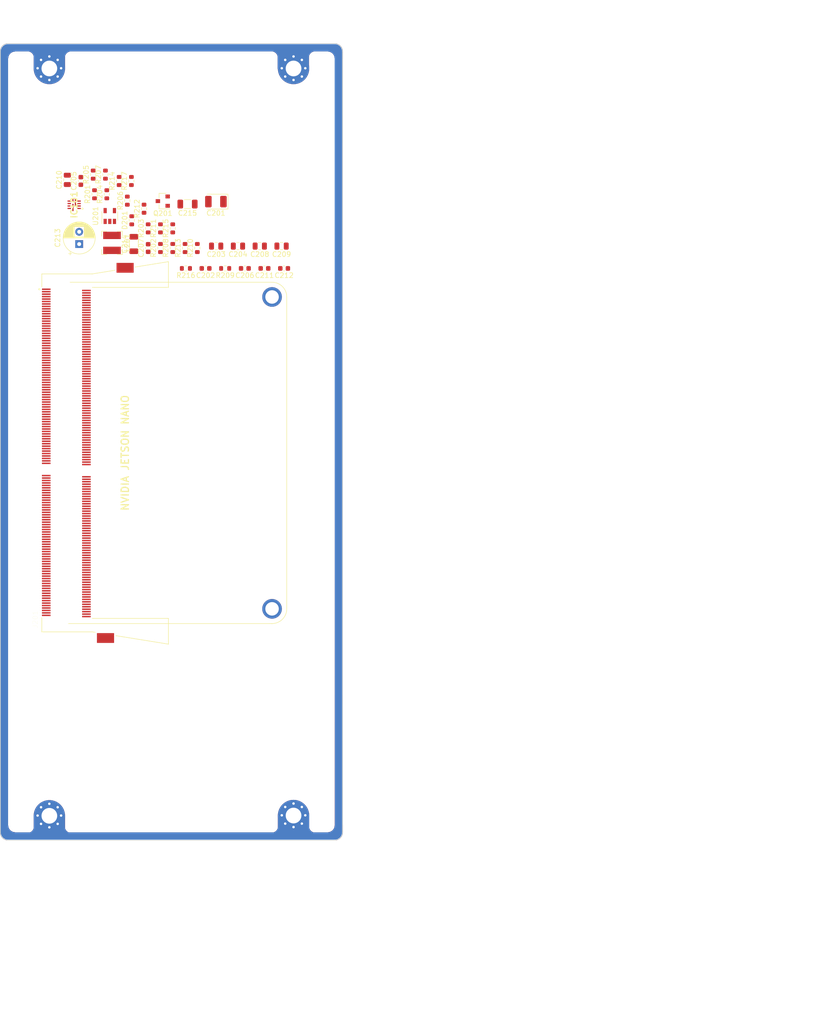
<source format=kicad_pcb>
(kicad_pcb (version 20171130) (host pcbnew 5.1.9-73d0e3b20d~88~ubuntu20.04.1)

  (general
    (thickness 1.6)
    (drawings 102)
    (tracks 0)
    (zones 0)
    (modules 43)
    (nets 196)
  )

  (page A3)
  (layers
    (0 F.Cu signal)
    (31 B.Cu signal)
    (32 B.Adhes user)
    (33 F.Adhes user)
    (34 B.Paste user)
    (35 F.Paste user)
    (36 B.SilkS user)
    (37 F.SilkS user)
    (38 B.Mask user)
    (39 F.Mask user)
    (40 Dwgs.User user)
    (41 Cmts.User user)
    (42 Eco1.User user)
    (43 Eco2.User user)
    (44 Edge.Cuts user)
    (45 Margin user)
    (46 B.CrtYd user)
    (47 F.CrtYd user)
    (48 B.Fab user)
    (49 F.Fab user)
  )

  (setup
    (last_trace_width 0.25)
    (trace_clearance 0.2)
    (zone_clearance 0.508)
    (zone_45_only no)
    (trace_min 0.2)
    (via_size 0.8)
    (via_drill 0.4)
    (via_min_size 0.4)
    (via_min_drill 0.3)
    (uvia_size 0.3)
    (uvia_drill 0.1)
    (uvias_allowed no)
    (uvia_min_size 0.2)
    (uvia_min_drill 0.1)
    (edge_width 0.05)
    (segment_width 0.2)
    (pcb_text_width 0.3)
    (pcb_text_size 1.5 1.5)
    (mod_edge_width 0.12)
    (mod_text_size 1 1)
    (mod_text_width 0.15)
    (pad_size 1.524 1.524)
    (pad_drill 0.762)
    (pad_to_mask_clearance 0)
    (aux_axis_origin 0 0)
    (visible_elements FFFFFF7F)
    (pcbplotparams
      (layerselection 0x010fc_ffffffff)
      (usegerberextensions false)
      (usegerberattributes true)
      (usegerberadvancedattributes true)
      (creategerberjobfile true)
      (excludeedgelayer true)
      (linewidth 0.100000)
      (plotframeref false)
      (viasonmask false)
      (mode 1)
      (useauxorigin false)
      (hpglpennumber 1)
      (hpglpenspeed 20)
      (hpglpendiameter 15.000000)
      (psnegative false)
      (psa4output false)
      (plotreference true)
      (plotvalue true)
      (plotinvisibletext false)
      (padsonsilk false)
      (subtractmaskfromsilk false)
      (outputformat 1)
      (mirror false)
      (drillshape 1)
      (scaleselection 1)
      (outputdirectory ""))
  )

  (net 0 "")
  (net 1 GND)
  (net 2 /VDD_5V_IN)
  (net 3 "Net-(C205-Pad1)")
  (net 4 "Net-(C206-Pad2)")
  (net 5 "Net-(C206-Pad1)")
  (net 6 "Net-(C207-Pad2)")
  (net 7 "Net-(C207-Pad1)")
  (net 8 /VDD_3V3_SYS)
  (net 9 /VDD_1V8)
  (net 10 "Net-(D201-Pad1)")
  (net 11 /3V3_IO_PG)
  (net 12 "Net-(IC101-Pad10)")
  (net 13 "Net-(IC101-Pad7)")
  (net 14 /PWR_BTN)
  (net 15 /SYS_RST)
  (net 16 /UART2_RXD)
  (net 17 /POWER_EN)
  (net 18 /UART2_TXD)
  (net 19 "Net-(J201-Pad235)")
  (net 20 /I2C2_SDA)
  (net 21 /SHUTDOWN_REQ)
  (net 22 /I2C2_SCL)
  (net 23 "Net-(J201-Pad230)")
  (net 24 "Net-(J201-Pad229)")
  (net 25 "Net-(J201-Pad228)")
  (net 26 "Net-(J201-Pad227)")
  (net 27 "Net-(J201-Pad226)")
  (net 28 "Net-(J201-Pad225)")
  (net 29 "Net-(J201-Pad224)")
  (net 30 "Net-(J201-Pad223)")
  (net 31 "Net-(J201-Pad222)")
  (net 32 "Net-(J201-Pad221)")
  (net 33 "Net-(J201-Pad220)")
  (net 34 "Net-(J201-Pad219)")
  (net 35 "Net-(J201-Pad218)")
  (net 36 "Net-(J201-Pad216)")
  (net 37 /CAM_I2C_SDA)
  (net 38 /FORCE_RECOVERY)
  (net 39 /CAM_I2C_SCL)
  (net 40 "Net-(J201-Pad212)")
  (net 41 "Net-(J201-Pad211)")
  (net 42 "Net-(J201-Pad210)")
  (net 43 /UART1_CTS)
  (net 44 "Net-(J201-Pad208)")
  (net 45 /UART1_RTS)
  (net 46 "Net-(J201-Pad206)")
  (net 47 /UART1_RXD)
  (net 48 "Net-(J201-Pad204)")
  (net 49 /UART1_TXD)
  (net 50 "Net-(J201-Pad202)")
  (net 51 "Net-(J201-Pad199)")
  (net 52 "Net-(J201-Pad198)")
  (net 53 "Net-(J201-Pad197)")
  (net 54 "Net-(J201-Pad196)")
  (net 55 "Net-(J201-Pad195)")
  (net 56 "Net-(J201-Pad194)")
  (net 57 "Net-(J201-Pad193)")
  (net 58 "Net-(J201-Pad192)")
  (net 59 /I2C1_SDA)
  (net 60 "Net-(J201-Pad190)")
  (net 61 /I2C1_SCL)
  (net 62 "Net-(J201-Pad188)")
  (net 63 /I2C0_SDA)
  (net 64 "Net-(J201-Pad186)")
  (net 65 /I2C0_SCL)
  (net 66 "Net-(J201-Pad184)")
  (net 67 "Net-(J201-Pad183)")
  (net 68 "Net-(J201-Pad182)")
  (net 69 "Net-(J201-Pad181)")
  (net 70 "Net-(J201-Pad180)")
  (net 71 "Net-(J201-Pad179)")
  (net 72 /MOD_SLEEP)
  (net 73 "Net-(J201-Pad175)")
  (net 74 "Net-(J201-Pad174)")
  (net 75 "Net-(J201-Pad173)")
  (net 76 "Net-(J201-Pad172)")
  (net 77 "Net-(J201-Pad169)")
  (net 78 "Net-(J201-Pad168)")
  (net 79 "Net-(J201-Pad167)")
  (net 80 "Net-(J201-Pad166)")
  (net 81 "Net-(J201-Pad163)")
  (net 82 "Net-(J201-Pad162)")
  (net 83 "Net-(J201-Pad161)")
  (net 84 "Net-(J201-Pad160)")
  (net 85 "Net-(J201-Pad157)")
  (net 86 "Net-(J201-Pad156)")
  (net 87 "Net-(J201-Pad155)")
  (net 88 "Net-(J201-Pad154)")
  (net 89 "Net-(J201-Pad151)")
  (net 90 "Net-(J201-Pad150)")
  (net 91 "Net-(J201-Pad149)")
  (net 92 "Net-(J201-Pad148)")
  (net 93 "Net-(J201-Pad145)")
  (net 94 "Net-(J201-Pad143)")
  (net 95 "Net-(J201-Pad142)")
  (net 96 "Net-(J201-Pad140)")
  (net 97 "Net-(J201-Pad139)")
  (net 98 "Net-(J201-Pad137)")
  (net 99 "Net-(J201-Pad136)")
  (net 100 "Net-(J201-Pad134)")
  (net 101 "Net-(J201-Pad133)")
  (net 102 "Net-(J201-Pad131)")
  (net 103 "Net-(J201-Pad130)")
  (net 104 "Net-(J201-Pad128)")
  (net 105 /PWR_LED_CTRL)
  (net 106 "Net-(J201-Pad126)")
  (net 107 "Net-(J201-Pad124)")
  (net 108 "Net-(J201-Pad123)")
  (net 109 "Net-(J201-Pad122)")
  (net 110 "Net-(J201-Pad121)")
  (net 111 "Net-(J201-Pad120)")
  (net 112 "Net-(J201-Pad118)")
  (net 113 "Net-(J201-Pad117)")
  (net 114 "Net-(J201-Pad116)")
  (net 115 "Net-(J201-Pad115)")
  (net 116 "Net-(J201-Pad114)")
  (net 117 /SPI0_CS1)
  (net 118 "Net-(J201-Pad111)")
  (net 119 /SPI0_CS0)
  (net 120 "Net-(J201-Pad109)")
  (net 121 /SPI0_MISO)
  (net 122 /SPI0_SCK)
  (net 123 /UART0_CTS)
  (net 124 /SPI0_MOSI)
  (net 125 /UART0_RTS)
  (net 126 /UART0_RXD)
  (net 127 "Net-(J201-Pad100)")
  (net 128 /UART0_TXD)
  (net 129 "Net-(J201-Pad98)")
  (net 130 "Net-(J201-Pad96)")
  (net 131 "Net-(J201-Pad94)")
  (net 132 "Net-(J201-Pad92)")
  (net 133 "Net-(J201-Pad90)")
  (net 134 "Net-(J201-Pad88)")
  (net 135 "Net-(J201-Pad87)")
  (net 136 "Net-(J201-Pad84)")
  (net 137 "Net-(J201-Pad83)")
  (net 138 "Net-(J201-Pad82)")
  (net 139 "Net-(J201-Pad81)")
  (net 140 "Net-(J201-Pad78)")
  (net 141 "Net-(J201-Pad77)")
  (net 142 "Net-(J201-Pad76)")
  (net 143 "Net-(J201-Pad75)")
  (net 144 "Net-(J201-Pad72)")
  (net 145 "Net-(J201-Pad71)")
  (net 146 "Net-(J201-Pad70)")
  (net 147 "Net-(J201-Pad69)")
  (net 148 "Net-(J201-Pad66)")
  (net 149 "Net-(J201-Pad65)")
  (net 150 "Net-(J201-Pad64)")
  (net 151 "Net-(J201-Pad63)")
  (net 152 "Net-(J201-Pad60)")
  (net 153 "Net-(J201-Pad59)")
  (net 154 "Net-(J201-Pad58)")
  (net 155 "Net-(J201-Pad57)")
  (net 156 "Net-(J201-Pad54)")
  (net 157 "Net-(J201-Pad53)")
  (net 158 "Net-(J201-Pad52)")
  (net 159 "Net-(J201-Pad51)")
  (net 160 "Net-(J201-Pad48)")
  (net 161 "Net-(J201-Pad47)")
  (net 162 "Net-(J201-Pad46)")
  (net 163 "Net-(J201-Pad45)")
  (net 164 "Net-(J201-Pad42)")
  (net 165 "Net-(J201-Pad41)")
  (net 166 "Net-(J201-Pad40)")
  (net 167 "Net-(J201-Pad39)")
  (net 168 "Net-(J201-Pad36)")
  (net 169 "Net-(J201-Pad35)")
  (net 170 "Net-(J201-Pad34)")
  (net 171 "Net-(J201-Pad33)")
  (net 172 "Net-(J201-Pad30)")
  (net 173 "Net-(J201-Pad29)")
  (net 174 "Net-(J201-Pad28)")
  (net 175 "Net-(J201-Pad27)")
  (net 176 "Net-(J201-Pad24)")
  (net 177 "Net-(J201-Pad23)")
  (net 178 "Net-(J201-Pad22)")
  (net 179 "Net-(J201-Pad21)")
  (net 180 "Net-(J201-Pad18)")
  (net 181 "Net-(J201-Pad17)")
  (net 182 "Net-(J201-Pad16)")
  (net 183 "Net-(J201-Pad15)")
  (net 184 "Net-(J201-Pad12)")
  (net 185 "Net-(J201-Pad11)")
  (net 186 "Net-(J201-Pad10)")
  (net 187 "Net-(J201-Pad9)")
  (net 188 "Net-(J201-Pad6)")
  (net 189 "Net-(J201-Pad5)")
  (net 190 "Net-(J201-Pad4)")
  (net 191 "Net-(J201-Pad3)")
  (net 192 "Net-(Q201-Pad3)")
  (net 193 "Net-(Q201-Pad1)")
  (net 194 "Net-(R204-Pad2)")
  (net 195 "Net-(U201-Pad4)")

  (net_class Default "This is the default net class."
    (clearance 0.2)
    (trace_width 0.25)
    (via_dia 0.8)
    (via_drill 0.4)
    (uvia_dia 0.3)
    (uvia_drill 0.1)
    (add_net /3V3_IO_PG)
    (add_net /CAM_I2C_SCL)
    (add_net /CAM_I2C_SDA)
    (add_net /FORCE_RECOVERY)
    (add_net /I2C0_SCL)
    (add_net /I2C0_SDA)
    (add_net /I2C1_SCL)
    (add_net /I2C1_SDA)
    (add_net /I2C2_SCL)
    (add_net /I2C2_SDA)
    (add_net /MOD_SLEEP)
    (add_net /POWER_EN)
    (add_net /PWR_BTN)
    (add_net /PWR_LED_CTRL)
    (add_net /SHUTDOWN_REQ)
    (add_net /SPI0_CS0)
    (add_net /SPI0_CS1)
    (add_net /SPI0_MISO)
    (add_net /SPI0_MOSI)
    (add_net /SPI0_SCK)
    (add_net /SYS_RST)
    (add_net /UART0_CTS)
    (add_net /UART0_RTS)
    (add_net /UART0_RXD)
    (add_net /UART0_TXD)
    (add_net /UART1_CTS)
    (add_net /UART1_RTS)
    (add_net /UART1_RXD)
    (add_net /UART1_TXD)
    (add_net /UART2_RXD)
    (add_net /UART2_TXD)
    (add_net /VDD_1V8)
    (add_net /VDD_3V3_SYS)
    (add_net /VDD_5V_IN)
    (add_net GND)
    (add_net "Net-(C205-Pad1)")
    (add_net "Net-(C206-Pad1)")
    (add_net "Net-(C206-Pad2)")
    (add_net "Net-(C207-Pad1)")
    (add_net "Net-(C207-Pad2)")
    (add_net "Net-(D201-Pad1)")
    (add_net "Net-(IC101-Pad10)")
    (add_net "Net-(IC101-Pad7)")
    (add_net "Net-(J201-Pad10)")
    (add_net "Net-(J201-Pad100)")
    (add_net "Net-(J201-Pad109)")
    (add_net "Net-(J201-Pad11)")
    (add_net "Net-(J201-Pad111)")
    (add_net "Net-(J201-Pad114)")
    (add_net "Net-(J201-Pad115)")
    (add_net "Net-(J201-Pad116)")
    (add_net "Net-(J201-Pad117)")
    (add_net "Net-(J201-Pad118)")
    (add_net "Net-(J201-Pad12)")
    (add_net "Net-(J201-Pad120)")
    (add_net "Net-(J201-Pad121)")
    (add_net "Net-(J201-Pad122)")
    (add_net "Net-(J201-Pad123)")
    (add_net "Net-(J201-Pad124)")
    (add_net "Net-(J201-Pad126)")
    (add_net "Net-(J201-Pad128)")
    (add_net "Net-(J201-Pad130)")
    (add_net "Net-(J201-Pad131)")
    (add_net "Net-(J201-Pad133)")
    (add_net "Net-(J201-Pad134)")
    (add_net "Net-(J201-Pad136)")
    (add_net "Net-(J201-Pad137)")
    (add_net "Net-(J201-Pad139)")
    (add_net "Net-(J201-Pad140)")
    (add_net "Net-(J201-Pad142)")
    (add_net "Net-(J201-Pad143)")
    (add_net "Net-(J201-Pad145)")
    (add_net "Net-(J201-Pad148)")
    (add_net "Net-(J201-Pad149)")
    (add_net "Net-(J201-Pad15)")
    (add_net "Net-(J201-Pad150)")
    (add_net "Net-(J201-Pad151)")
    (add_net "Net-(J201-Pad154)")
    (add_net "Net-(J201-Pad155)")
    (add_net "Net-(J201-Pad156)")
    (add_net "Net-(J201-Pad157)")
    (add_net "Net-(J201-Pad16)")
    (add_net "Net-(J201-Pad160)")
    (add_net "Net-(J201-Pad161)")
    (add_net "Net-(J201-Pad162)")
    (add_net "Net-(J201-Pad163)")
    (add_net "Net-(J201-Pad166)")
    (add_net "Net-(J201-Pad167)")
    (add_net "Net-(J201-Pad168)")
    (add_net "Net-(J201-Pad169)")
    (add_net "Net-(J201-Pad17)")
    (add_net "Net-(J201-Pad172)")
    (add_net "Net-(J201-Pad173)")
    (add_net "Net-(J201-Pad174)")
    (add_net "Net-(J201-Pad175)")
    (add_net "Net-(J201-Pad179)")
    (add_net "Net-(J201-Pad18)")
    (add_net "Net-(J201-Pad180)")
    (add_net "Net-(J201-Pad181)")
    (add_net "Net-(J201-Pad182)")
    (add_net "Net-(J201-Pad183)")
    (add_net "Net-(J201-Pad184)")
    (add_net "Net-(J201-Pad186)")
    (add_net "Net-(J201-Pad188)")
    (add_net "Net-(J201-Pad190)")
    (add_net "Net-(J201-Pad192)")
    (add_net "Net-(J201-Pad193)")
    (add_net "Net-(J201-Pad194)")
    (add_net "Net-(J201-Pad195)")
    (add_net "Net-(J201-Pad196)")
    (add_net "Net-(J201-Pad197)")
    (add_net "Net-(J201-Pad198)")
    (add_net "Net-(J201-Pad199)")
    (add_net "Net-(J201-Pad202)")
    (add_net "Net-(J201-Pad204)")
    (add_net "Net-(J201-Pad206)")
    (add_net "Net-(J201-Pad208)")
    (add_net "Net-(J201-Pad21)")
    (add_net "Net-(J201-Pad210)")
    (add_net "Net-(J201-Pad211)")
    (add_net "Net-(J201-Pad212)")
    (add_net "Net-(J201-Pad216)")
    (add_net "Net-(J201-Pad218)")
    (add_net "Net-(J201-Pad219)")
    (add_net "Net-(J201-Pad22)")
    (add_net "Net-(J201-Pad220)")
    (add_net "Net-(J201-Pad221)")
    (add_net "Net-(J201-Pad222)")
    (add_net "Net-(J201-Pad223)")
    (add_net "Net-(J201-Pad224)")
    (add_net "Net-(J201-Pad225)")
    (add_net "Net-(J201-Pad226)")
    (add_net "Net-(J201-Pad227)")
    (add_net "Net-(J201-Pad228)")
    (add_net "Net-(J201-Pad229)")
    (add_net "Net-(J201-Pad23)")
    (add_net "Net-(J201-Pad230)")
    (add_net "Net-(J201-Pad235)")
    (add_net "Net-(J201-Pad24)")
    (add_net "Net-(J201-Pad27)")
    (add_net "Net-(J201-Pad28)")
    (add_net "Net-(J201-Pad29)")
    (add_net "Net-(J201-Pad3)")
    (add_net "Net-(J201-Pad30)")
    (add_net "Net-(J201-Pad33)")
    (add_net "Net-(J201-Pad34)")
    (add_net "Net-(J201-Pad35)")
    (add_net "Net-(J201-Pad36)")
    (add_net "Net-(J201-Pad39)")
    (add_net "Net-(J201-Pad4)")
    (add_net "Net-(J201-Pad40)")
    (add_net "Net-(J201-Pad41)")
    (add_net "Net-(J201-Pad42)")
    (add_net "Net-(J201-Pad45)")
    (add_net "Net-(J201-Pad46)")
    (add_net "Net-(J201-Pad47)")
    (add_net "Net-(J201-Pad48)")
    (add_net "Net-(J201-Pad5)")
    (add_net "Net-(J201-Pad51)")
    (add_net "Net-(J201-Pad52)")
    (add_net "Net-(J201-Pad53)")
    (add_net "Net-(J201-Pad54)")
    (add_net "Net-(J201-Pad57)")
    (add_net "Net-(J201-Pad58)")
    (add_net "Net-(J201-Pad59)")
    (add_net "Net-(J201-Pad6)")
    (add_net "Net-(J201-Pad60)")
    (add_net "Net-(J201-Pad63)")
    (add_net "Net-(J201-Pad64)")
    (add_net "Net-(J201-Pad65)")
    (add_net "Net-(J201-Pad66)")
    (add_net "Net-(J201-Pad69)")
    (add_net "Net-(J201-Pad70)")
    (add_net "Net-(J201-Pad71)")
    (add_net "Net-(J201-Pad72)")
    (add_net "Net-(J201-Pad75)")
    (add_net "Net-(J201-Pad76)")
    (add_net "Net-(J201-Pad77)")
    (add_net "Net-(J201-Pad78)")
    (add_net "Net-(J201-Pad81)")
    (add_net "Net-(J201-Pad82)")
    (add_net "Net-(J201-Pad83)")
    (add_net "Net-(J201-Pad84)")
    (add_net "Net-(J201-Pad87)")
    (add_net "Net-(J201-Pad88)")
    (add_net "Net-(J201-Pad9)")
    (add_net "Net-(J201-Pad90)")
    (add_net "Net-(J201-Pad92)")
    (add_net "Net-(J201-Pad94)")
    (add_net "Net-(J201-Pad96)")
    (add_net "Net-(J201-Pad98)")
    (add_net "Net-(Q201-Pad1)")
    (add_net "Net-(Q201-Pad3)")
    (add_net "Net-(R204-Pad2)")
    (add_net "Net-(U201-Pad4)")
  )

  (module Jetson_Nano:Jetson_Nano (layer F.Cu) (tedit 603BF3F3) (tstamp 602A28FA)
    (at 186.565 155.245 90)
    (path /600B6B14)
    (fp_text reference J201 (at -30.48 -6.35 90) (layer F.SilkS)
      (effects (font (size 1 1) (thickness 0.015)))
    )
    (fp_text value 2309413-1 (at -17.78 -6.35 90) (layer F.Fab)
      (effects (font (size 1 1) (thickness 0.015)))
    )
    (fp_line (start -33 -5) (end -33 5.3) (layer F.Fab) (width 0.127))
    (fp_line (start -33 5.3) (end -35.5 20.85) (layer F.Fab) (width 0.127))
    (fp_line (start -35.5 20.85) (end -30.25 20.85) (layer F.Fab) (width 0.127))
    (fp_line (start -30.25 20.85) (end -30.25 3.9) (layer F.Fab) (width 0.127))
    (fp_line (start -30.25 3.9) (end 37.25 3.9) (layer F.Fab) (width 0.127))
    (fp_line (start 37.25 3.9) (end 37.25 20.85) (layer F.Fab) (width 0.127))
    (fp_line (start 37.25 20.85) (end 42.5 20.85) (layer F.Fab) (width 0.127))
    (fp_line (start 42.5 20.85) (end 40 5.3) (layer F.Fab) (width 0.127))
    (fp_line (start 40 5.3) (end 40 -5) (layer F.Fab) (width 0.127))
    (fp_line (start 40 -5) (end -33 -5) (layer F.Fab) (width 0.127))
    (fp_line (start -30.095 -5) (end -33 -5) (layer F.SilkS) (width 0.127))
    (fp_line (start -33 -5) (end -33 5.3) (layer F.SilkS) (width 0.127))
    (fp_line (start -35.5 20.85) (end -30.25 20.85) (layer F.SilkS) (width 0.127))
    (fp_line (start -30.25 20.85) (end -30.25 5.3) (layer F.SilkS) (width 0.127))
    (fp_line (start 37.25 5.3) (end 37.25 20.85) (layer F.SilkS) (width 0.127))
    (fp_line (start 37.25 20.85) (end 42.5 20.85) (layer F.SilkS) (width 0.127))
    (fp_line (start 40 5.3) (end 40 -5) (layer F.SilkS) (width 0.127))
    (fp_line (start 40 -5) (end 37.345 -5) (layer F.SilkS) (width 0.127))
    (fp_line (start -33.25 -5.25) (end 40.25 -5.25) (layer F.CrtYd) (width 0.05))
    (fp_line (start 40.25 -5.25) (end 40.25 3.7) (layer F.CrtYd) (width 0.05))
    (fp_line (start 40.25 3.7) (end 42.75 3.7) (layer F.CrtYd) (width 0.05))
    (fp_line (start 42.75 3.7) (end 42.75 21.1) (layer F.CrtYd) (width 0.05))
    (fp_line (start 42.75 21.1) (end 37 21.1) (layer F.CrtYd) (width 0.05))
    (fp_line (start 37 21.1) (end 37 5.225) (layer F.CrtYd) (width 0.05))
    (fp_line (start 37 5.225) (end -29.75 5.225) (layer F.CrtYd) (width 0.05))
    (fp_line (start -29.75 5.225) (end -29.75 21.1) (layer F.CrtYd) (width 0.05))
    (fp_line (start -29.75 21.1) (end -35.75 21.1) (layer F.CrtYd) (width 0.05))
    (fp_line (start -35.75 21.1) (end -35.75 3.7) (layer F.CrtYd) (width 0.05))
    (fp_line (start -35.75 3.7) (end -33.25 3.7) (layer F.CrtYd) (width 0.05))
    (fp_line (start -33.25 3.7) (end -33.25 -5.25) (layer F.CrtYd) (width 0.05))
    (fp_circle (center 36.875 -5.5) (end 36.975 -5.5) (layer F.SilkS) (width 0.2))
    (fp_circle (center 36.875 -5.5) (end 36.975 -5.5) (layer F.Fab) (width 0.2))
    (fp_line (start -33 5.3) (end -33.1 5.9) (layer F.SilkS) (width 0.127))
    (fp_line (start -35.5 20.85) (end -33.77 10.105) (layer F.SilkS) (width 0.127))
    (fp_line (start 40 5.3) (end 40.735 9.87) (layer F.SilkS) (width 0.127))
    (fp_line (start 42.5 20.85) (end 41.415 14.1) (layer F.SilkS) (width 0.127))
    (fp_line (start -28.3 45) (end 35.3 45) (layer F.SilkS) (width 0.12))
    (fp_line (start -31.3 42) (end -31.3 0) (layer F.SilkS) (width 0.12))
    (fp_line (start 38.3 42) (end 38.3 0) (layer F.SilkS) (width 0.12))
    (fp_text user "NVIDIA JETSON NANO" (at 3.5 12 90) (layer F.SilkS)
      (effects (font (size 1.5 1.5) (thickness 0.25)))
    )
    (fp_arc (start 35.3 42) (end 35.3 45) (angle -90) (layer F.SilkS) (width 0.12))
    (fp_arc (start -28.3 42) (end -31.3 41.91) (angle -90) (layer F.SilkS) (width 0.12))
    (pad "" np_thru_hole circle (at 35.3 42 90) (size 4 4) (drill 2.75) (layers *.Cu *.Mask))
    (pad "" np_thru_hole circle (at -28.3 42 90) (size 4 4) (drill 2.75) (layers *.Cu *.Mask))
    (pad S1 smd rect (at 41.25 12 90) (size 2 3.5) (layers F.Cu F.Paste F.Mask)
      (net 1 GND))
    (pad S2 smd rect (at -34.25 8 90) (size 2 3.5) (layers F.Cu F.Paste F.Mask)
      (net 1 GND))
    (pad None np_thru_hole circle (at -30.9 0 90) (size 1.15 1.15) (drill 1.15) (layers *.Cu *.Mask))
    (pad None np_thru_hole circle (at 37.9 0 90) (size 1.65 1.65) (drill 1.65) (layers *.Cu *.Mask))
    (pad 260 smd rect (at -29.875 4.1 90) (size 0.3 1.75) (layers F.Cu F.Paste F.Mask)
      (net 2 /VDD_5V_IN))
    (pad 259 smd rect (at -29.625 -4.1 90) (size 0.3 1.75) (layers F.Cu F.Paste F.Mask)
      (net 2 /VDD_5V_IN))
    (pad 258 smd rect (at -29.375 4.1 90) (size 0.3 1.75) (layers F.Cu F.Paste F.Mask)
      (net 2 /VDD_5V_IN))
    (pad 257 smd rect (at -29.125 -4.1 90) (size 0.3 1.75) (layers F.Cu F.Paste F.Mask)
      (net 2 /VDD_5V_IN))
    (pad 256 smd rect (at -28.875 4.1 90) (size 0.3 1.75) (layers F.Cu F.Paste F.Mask)
      (net 2 /VDD_5V_IN))
    (pad 255 smd rect (at -28.625 -4.1 90) (size 0.3 1.75) (layers F.Cu F.Paste F.Mask)
      (net 2 /VDD_5V_IN))
    (pad 254 smd rect (at -28.375 4.1 90) (size 0.3 1.75) (layers F.Cu F.Paste F.Mask)
      (net 2 /VDD_5V_IN))
    (pad 253 smd rect (at -28.125 -4.1 90) (size 0.3 1.75) (layers F.Cu F.Paste F.Mask)
      (net 2 /VDD_5V_IN))
    (pad 252 smd rect (at -27.875 4.1 90) (size 0.3 1.75) (layers F.Cu F.Paste F.Mask)
      (net 2 /VDD_5V_IN))
    (pad 251 smd rect (at -27.625 -4.1 90) (size 0.3 1.75) (layers F.Cu F.Paste F.Mask)
      (net 2 /VDD_5V_IN))
    (pad 250 smd rect (at -27.375 4.1 90) (size 0.3 1.75) (layers F.Cu F.Paste F.Mask)
      (net 1 GND))
    (pad 249 smd rect (at -27.125 -4.1 90) (size 0.3 1.75) (layers F.Cu F.Paste F.Mask)
      (net 1 GND))
    (pad 248 smd rect (at -26.875 4.1 90) (size 0.3 1.75) (layers F.Cu F.Paste F.Mask)
      (net 1 GND))
    (pad 247 smd rect (at -26.625 -4.1 90) (size 0.3 1.75) (layers F.Cu F.Paste F.Mask)
      (net 1 GND))
    (pad 246 smd rect (at -26.375 4.1 90) (size 0.3 1.75) (layers F.Cu F.Paste F.Mask)
      (net 1 GND))
    (pad 245 smd rect (at -26.125 -4.1 90) (size 0.3 1.75) (layers F.Cu F.Paste F.Mask)
      (net 1 GND))
    (pad 244 smd rect (at -25.875 4.1 90) (size 0.3 1.75) (layers F.Cu F.Paste F.Mask)
      (net 1 GND))
    (pad 243 smd rect (at -25.625 -4.1 90) (size 0.3 1.75) (layers F.Cu F.Paste F.Mask)
      (net 1 GND))
    (pad 242 smd rect (at -25.375 4.1 90) (size 0.3 1.75) (layers F.Cu F.Paste F.Mask)
      (net 1 GND))
    (pad 241 smd rect (at -25.125 -4.1 90) (size 0.3 1.75) (layers F.Cu F.Paste F.Mask)
      (net 1 GND))
    (pad 240 smd rect (at -24.875 4.1 90) (size 0.3 1.75) (layers F.Cu F.Paste F.Mask)
      (net 14 /PWR_BTN))
    (pad 239 smd rect (at -24.625 -4.1 90) (size 0.3 1.75) (layers F.Cu F.Paste F.Mask)
      (net 15 /SYS_RST))
    (pad 238 smd rect (at -24.375 4.1 90) (size 0.3 1.75) (layers F.Cu F.Paste F.Mask)
      (net 16 /UART2_RXD))
    (pad 237 smd rect (at -24.125 -4.1 90) (size 0.3 1.75) (layers F.Cu F.Paste F.Mask)
      (net 17 /POWER_EN))
    (pad 236 smd rect (at -23.875 4.1 90) (size 0.3 1.75) (layers F.Cu F.Paste F.Mask)
      (net 18 /UART2_TXD))
    (pad 235 smd rect (at -23.625 -4.1 90) (size 0.3 1.75) (layers F.Cu F.Paste F.Mask)
      (net 19 "Net-(J201-Pad235)"))
    (pad 234 smd rect (at -23.375 4.1 90) (size 0.3 1.75) (layers F.Cu F.Paste F.Mask)
      (net 20 /I2C2_SDA))
    (pad 233 smd rect (at -23.125 -4.1 90) (size 0.3 1.75) (layers F.Cu F.Paste F.Mask)
      (net 21 /SHUTDOWN_REQ))
    (pad 232 smd rect (at -22.875 4.1 90) (size 0.3 1.75) (layers F.Cu F.Paste F.Mask)
      (net 22 /I2C2_SCL))
    (pad 231 smd rect (at -22.625 -4.1 90) (size 0.3 1.75) (layers F.Cu F.Paste F.Mask)
      (net 1 GND))
    (pad 230 smd rect (at -22.375 4.1 90) (size 0.3 1.75) (layers F.Cu F.Paste F.Mask)
      (net 23 "Net-(J201-Pad230)"))
    (pad 229 smd rect (at -22.125 -4.1 90) (size 0.3 1.75) (layers F.Cu F.Paste F.Mask)
      (net 24 "Net-(J201-Pad229)"))
    (pad 228 smd rect (at -21.875 4.1 90) (size 0.3 1.75) (layers F.Cu F.Paste F.Mask)
      (net 25 "Net-(J201-Pad228)"))
    (pad 227 smd rect (at -21.625 -4.1 90) (size 0.3 1.75) (layers F.Cu F.Paste F.Mask)
      (net 26 "Net-(J201-Pad227)"))
    (pad 226 smd rect (at -21.375 4.1 90) (size 0.3 1.75) (layers F.Cu F.Paste F.Mask)
      (net 27 "Net-(J201-Pad226)"))
    (pad 225 smd rect (at -21.125 -4.1 90) (size 0.3 1.75) (layers F.Cu F.Paste F.Mask)
      (net 28 "Net-(J201-Pad225)"))
    (pad 224 smd rect (at -20.875 4.1 90) (size 0.3 1.75) (layers F.Cu F.Paste F.Mask)
      (net 29 "Net-(J201-Pad224)"))
    (pad 223 smd rect (at -20.625 -4.1 90) (size 0.3 1.75) (layers F.Cu F.Paste F.Mask)
      (net 30 "Net-(J201-Pad223)"))
    (pad 222 smd rect (at -20.375 4.1 90) (size 0.3 1.75) (layers F.Cu F.Paste F.Mask)
      (net 31 "Net-(J201-Pad222)"))
    (pad 221 smd rect (at -20.125 -4.1 90) (size 0.3 1.75) (layers F.Cu F.Paste F.Mask)
      (net 32 "Net-(J201-Pad221)"))
    (pad 220 smd rect (at -19.875 4.1 90) (size 0.3 1.75) (layers F.Cu F.Paste F.Mask)
      (net 33 "Net-(J201-Pad220)"))
    (pad 219 smd rect (at -19.625 -4.1 90) (size 0.3 1.75) (layers F.Cu F.Paste F.Mask)
      (net 34 "Net-(J201-Pad219)"))
    (pad 218 smd rect (at -19.375 4.1 90) (size 0.3 1.75) (layers F.Cu F.Paste F.Mask)
      (net 35 "Net-(J201-Pad218)"))
    (pad 217 smd rect (at -19.125 -4.1 90) (size 0.3 1.75) (layers F.Cu F.Paste F.Mask)
      (net 1 GND))
    (pad 216 smd rect (at -18.875 4.1 90) (size 0.3 1.75) (layers F.Cu F.Paste F.Mask)
      (net 36 "Net-(J201-Pad216)"))
    (pad 215 smd rect (at -18.625 -4.1 90) (size 0.3 1.75) (layers F.Cu F.Paste F.Mask)
      (net 37 /CAM_I2C_SDA))
    (pad 214 smd rect (at -18.375 4.1 90) (size 0.3 1.75) (layers F.Cu F.Paste F.Mask)
      (net 38 /FORCE_RECOVERY))
    (pad 213 smd rect (at -18.125 -4.1 90) (size 0.3 1.75) (layers F.Cu F.Paste F.Mask)
      (net 39 /CAM_I2C_SCL))
    (pad 212 smd rect (at -17.875 4.1 90) (size 0.3 1.75) (layers F.Cu F.Paste F.Mask)
      (net 40 "Net-(J201-Pad212)"))
    (pad 211 smd rect (at -17.625 -4.1 90) (size 0.3 1.75) (layers F.Cu F.Paste F.Mask)
      (net 41 "Net-(J201-Pad211)"))
    (pad 210 smd rect (at -17.375 4.1 90) (size 0.3 1.75) (layers F.Cu F.Paste F.Mask)
      (net 42 "Net-(J201-Pad210)"))
    (pad 209 smd rect (at -17.125 -4.1 90) (size 0.3 1.75) (layers F.Cu F.Paste F.Mask)
      (net 43 /UART1_CTS))
    (pad 208 smd rect (at -16.875 4.1 90) (size 0.3 1.75) (layers F.Cu F.Paste F.Mask)
      (net 44 "Net-(J201-Pad208)"))
    (pad 207 smd rect (at -16.625 -4.1 90) (size 0.3 1.75) (layers F.Cu F.Paste F.Mask)
      (net 45 /UART1_RTS))
    (pad 206 smd rect (at -16.375 4.1 90) (size 0.3 1.75) (layers F.Cu F.Paste F.Mask)
      (net 46 "Net-(J201-Pad206)"))
    (pad 205 smd rect (at -16.125 -4.1 90) (size 0.3 1.75) (layers F.Cu F.Paste F.Mask)
      (net 47 /UART1_RXD))
    (pad 204 smd rect (at -15.875 4.1 90) (size 0.3 1.75) (layers F.Cu F.Paste F.Mask)
      (net 48 "Net-(J201-Pad204)"))
    (pad 203 smd rect (at -15.625 -4.1 90) (size 0.3 1.75) (layers F.Cu F.Paste F.Mask)
      (net 49 /UART1_TXD))
    (pad 202 smd rect (at -15.375 4.1 90) (size 0.3 1.75) (layers F.Cu F.Paste F.Mask)
      (net 50 "Net-(J201-Pad202)"))
    (pad 201 smd rect (at -15.125 -4.1 90) (size 0.3 1.75) (layers F.Cu F.Paste F.Mask)
      (net 1 GND))
    (pad 200 smd rect (at -14.875 4.1 90) (size 0.3 1.75) (layers F.Cu F.Paste F.Mask)
      (net 1 GND))
    (pad 199 smd rect (at -14.625 -4.1 90) (size 0.3 1.75) (layers F.Cu F.Paste F.Mask)
      (net 51 "Net-(J201-Pad199)"))
    (pad 198 smd rect (at -14.375 4.1 90) (size 0.3 1.75) (layers F.Cu F.Paste F.Mask)
      (net 52 "Net-(J201-Pad198)"))
    (pad 197 smd rect (at -14.125 -4.1 90) (size 0.3 1.75) (layers F.Cu F.Paste F.Mask)
      (net 53 "Net-(J201-Pad197)"))
    (pad 196 smd rect (at -13.875 4.1 90) (size 0.3 1.75) (layers F.Cu F.Paste F.Mask)
      (net 54 "Net-(J201-Pad196)"))
    (pad 195 smd rect (at -13.625 -4.1 90) (size 0.3 1.75) (layers F.Cu F.Paste F.Mask)
      (net 55 "Net-(J201-Pad195)"))
    (pad 194 smd rect (at -13.375 4.1 90) (size 0.3 1.75) (layers F.Cu F.Paste F.Mask)
      (net 56 "Net-(J201-Pad194)"))
    (pad 193 smd rect (at -13.125 -4.1 90) (size 0.3 1.75) (layers F.Cu F.Paste F.Mask)
      (net 57 "Net-(J201-Pad193)"))
    (pad 192 smd rect (at -12.875 4.1 90) (size 0.3 1.75) (layers F.Cu F.Paste F.Mask)
      (net 58 "Net-(J201-Pad192)"))
    (pad 191 smd rect (at -12.625 -4.1 90) (size 0.3 1.75) (layers F.Cu F.Paste F.Mask)
      (net 59 /I2C1_SDA))
    (pad 190 smd rect (at -12.375 4.1 90) (size 0.3 1.75) (layers F.Cu F.Paste F.Mask)
      (net 60 "Net-(J201-Pad190)"))
    (pad 189 smd rect (at -12.125 -4.1 90) (size 0.3 1.75) (layers F.Cu F.Paste F.Mask)
      (net 61 /I2C1_SCL))
    (pad 188 smd rect (at -11.875 4.1 90) (size 0.3 1.75) (layers F.Cu F.Paste F.Mask)
      (net 62 "Net-(J201-Pad188)"))
    (pad 187 smd rect (at -11.625 -4.1 90) (size 0.3 1.75) (layers F.Cu F.Paste F.Mask)
      (net 63 /I2C0_SDA))
    (pad 186 smd rect (at -11.375 4.1 90) (size 0.3 1.75) (layers F.Cu F.Paste F.Mask)
      (net 64 "Net-(J201-Pad186)"))
    (pad 185 smd rect (at -11.125 -4.1 90) (size 0.3 1.75) (layers F.Cu F.Paste F.Mask)
      (net 65 /I2C0_SCL))
    (pad 184 smd rect (at -10.875 4.1 90) (size 0.3 1.75) (layers F.Cu F.Paste F.Mask)
      (net 66 "Net-(J201-Pad184)"))
    (pad 183 smd rect (at -10.625 -4.1 90) (size 0.3 1.75) (layers F.Cu F.Paste F.Mask)
      (net 67 "Net-(J201-Pad183)"))
    (pad 182 smd rect (at -10.375 4.1 90) (size 0.3 1.75) (layers F.Cu F.Paste F.Mask)
      (net 68 "Net-(J201-Pad182)"))
    (pad 181 smd rect (at -10.125 -4.1 90) (size 0.3 1.75) (layers F.Cu F.Paste F.Mask)
      (net 69 "Net-(J201-Pad181)"))
    (pad 180 smd rect (at -9.875 4.1 90) (size 0.3 1.75) (layers F.Cu F.Paste F.Mask)
      (net 70 "Net-(J201-Pad180)"))
    (pad 179 smd rect (at -9.625 -4.1 90) (size 0.3 1.75) (layers F.Cu F.Paste F.Mask)
      (net 71 "Net-(J201-Pad179)"))
    (pad 178 smd rect (at -9.375 4.1 90) (size 0.3 1.75) (layers F.Cu F.Paste F.Mask)
      (net 72 /MOD_SLEEP))
    (pad 177 smd rect (at -9.125 -4.1 90) (size 0.3 1.75) (layers F.Cu F.Paste F.Mask)
      (net 1 GND))
    (pad 176 smd rect (at -8.875 4.1 90) (size 0.3 1.75) (layers F.Cu F.Paste F.Mask)
      (net 1 GND))
    (pad 175 smd rect (at -8.625 -4.1 90) (size 0.3 1.75) (layers F.Cu F.Paste F.Mask)
      (net 73 "Net-(J201-Pad175)"))
    (pad 174 smd rect (at -8.375 4.1 90) (size 0.3 1.75) (layers F.Cu F.Paste F.Mask)
      (net 74 "Net-(J201-Pad174)"))
    (pad 173 smd rect (at -8.125 -4.1 90) (size 0.3 1.75) (layers F.Cu F.Paste F.Mask)
      (net 75 "Net-(J201-Pad173)"))
    (pad 172 smd rect (at -7.875 4.1 90) (size 0.3 1.75) (layers F.Cu F.Paste F.Mask)
      (net 76 "Net-(J201-Pad172)"))
    (pad 171 smd rect (at -7.625 -4.1 90) (size 0.3 1.75) (layers F.Cu F.Paste F.Mask)
      (net 1 GND))
    (pad 170 smd rect (at -7.375 4.1 90) (size 0.3 1.75) (layers F.Cu F.Paste F.Mask)
      (net 1 GND))
    (pad 169 smd rect (at -7.125 -4.1 90) (size 0.3 1.75) (layers F.Cu F.Paste F.Mask)
      (net 77 "Net-(J201-Pad169)"))
    (pad 168 smd rect (at -6.875 4.1 90) (size 0.3 1.75) (layers F.Cu F.Paste F.Mask)
      (net 78 "Net-(J201-Pad168)"))
    (pad 167 smd rect (at -6.625 -4.1 90) (size 0.3 1.75) (layers F.Cu F.Paste F.Mask)
      (net 79 "Net-(J201-Pad167)"))
    (pad 166 smd rect (at -6.375 4.1 90) (size 0.3 1.75) (layers F.Cu F.Paste F.Mask)
      (net 80 "Net-(J201-Pad166)"))
    (pad 165 smd rect (at -6.125 -4.1 90) (size 0.3 1.75) (layers F.Cu F.Paste F.Mask)
      (net 1 GND))
    (pad 164 smd rect (at -5.875 4.1 90) (size 0.3 1.75) (layers F.Cu F.Paste F.Mask)
      (net 1 GND))
    (pad 163 smd rect (at -5.625 -4.1 90) (size 0.3 1.75) (layers F.Cu F.Paste F.Mask)
      (net 81 "Net-(J201-Pad163)"))
    (pad 162 smd rect (at -5.375 4.1 90) (size 0.3 1.75) (layers F.Cu F.Paste F.Mask)
      (net 82 "Net-(J201-Pad162)"))
    (pad 161 smd rect (at -5.125 -4.1 90) (size 0.3 1.75) (layers F.Cu F.Paste F.Mask)
      (net 83 "Net-(J201-Pad161)"))
    (pad 160 smd rect (at -4.875 4.1 90) (size 0.3 1.75) (layers F.Cu F.Paste F.Mask)
      (net 84 "Net-(J201-Pad160)"))
    (pad 159 smd rect (at -4.625 -4.1 90) (size 0.3 1.75) (layers F.Cu F.Paste F.Mask)
      (net 1 GND))
    (pad 158 smd rect (at -4.375 4.1 90) (size 0.3 1.75) (layers F.Cu F.Paste F.Mask)
      (net 1 GND))
    (pad 157 smd rect (at -4.125 -4.1 90) (size 0.3 1.75) (layers F.Cu F.Paste F.Mask)
      (net 85 "Net-(J201-Pad157)"))
    (pad 156 smd rect (at -3.875 4.1 90) (size 0.3 1.75) (layers F.Cu F.Paste F.Mask)
      (net 86 "Net-(J201-Pad156)"))
    (pad 155 smd rect (at -3.625 -4.1 90) (size 0.3 1.75) (layers F.Cu F.Paste F.Mask)
      (net 87 "Net-(J201-Pad155)"))
    (pad 154 smd rect (at -3.375 4.1 90) (size 0.3 1.75) (layers F.Cu F.Paste F.Mask)
      (net 88 "Net-(J201-Pad154)"))
    (pad 153 smd rect (at -3.125 -4.1 90) (size 0.3 1.75) (layers F.Cu F.Paste F.Mask)
      (net 1 GND))
    (pad 152 smd rect (at -2.875 4.1 90) (size 0.3 1.75) (layers F.Cu F.Paste F.Mask)
      (net 1 GND))
    (pad 151 smd rect (at -2.625 -4.1 90) (size 0.3 1.75) (layers F.Cu F.Paste F.Mask)
      (net 89 "Net-(J201-Pad151)"))
    (pad 150 smd rect (at -2.375 4.1 90) (size 0.3 1.75) (layers F.Cu F.Paste F.Mask)
      (net 90 "Net-(J201-Pad150)"))
    (pad 149 smd rect (at -2.125 -4.1 90) (size 0.3 1.75) (layers F.Cu F.Paste F.Mask)
      (net 91 "Net-(J201-Pad149)"))
    (pad 148 smd rect (at -1.875 4.1 90) (size 0.3 1.75) (layers F.Cu F.Paste F.Mask)
      (net 92 "Net-(J201-Pad148)"))
    (pad 147 smd rect (at -1.625 -4.1 90) (size 0.3 1.75) (layers F.Cu F.Paste F.Mask)
      (net 1 GND))
    (pad 146 smd rect (at -1.375 4.1 90) (size 0.3 1.75) (layers F.Cu F.Paste F.Mask)
      (net 1 GND))
    (pad 145 smd rect (at -1.125 -4.1 90) (size 0.3 1.75) (layers F.Cu F.Paste F.Mask)
      (net 93 "Net-(J201-Pad145)"))
    (pad 144 smd rect (at 1.125 4.1 90) (size 0.3 1.75) (layers F.Cu F.Paste F.Mask)
      (net 1 GND))
    (pad 143 smd rect (at 1.375 -4.1 90) (size 0.3 1.75) (layers F.Cu F.Paste F.Mask)
      (net 94 "Net-(J201-Pad143)"))
    (pad 142 smd rect (at 1.625 4.1 90) (size 0.3 1.75) (layers F.Cu F.Paste F.Mask)
      (net 95 "Net-(J201-Pad142)"))
    (pad 141 smd rect (at 1.875 -4.1 90) (size 0.3 1.75) (layers F.Cu F.Paste F.Mask)
      (net 1 GND))
    (pad 140 smd rect (at 2.125 4.1 90) (size 0.3 1.75) (layers F.Cu F.Paste F.Mask)
      (net 96 "Net-(J201-Pad140)"))
    (pad 139 smd rect (at 2.375 -4.1 90) (size 0.3 1.75) (layers F.Cu F.Paste F.Mask)
      (net 97 "Net-(J201-Pad139)"))
    (pad 138 smd rect (at 2.625 4.1 90) (size 0.3 1.75) (layers F.Cu F.Paste F.Mask)
      (net 1 GND))
    (pad 137 smd rect (at 2.875 -4.1 90) (size 0.3 1.75) (layers F.Cu F.Paste F.Mask)
      (net 98 "Net-(J201-Pad137)"))
    (pad 136 smd rect (at 3.125 4.1 90) (size 0.3 1.75) (layers F.Cu F.Paste F.Mask)
      (net 99 "Net-(J201-Pad136)"))
    (pad 135 smd rect (at 3.375 -4.1 90) (size 0.3 1.75) (layers F.Cu F.Paste F.Mask)
      (net 1 GND))
    (pad 134 smd rect (at 3.625 4.1 90) (size 0.3 1.75) (layers F.Cu F.Paste F.Mask)
      (net 100 "Net-(J201-Pad134)"))
    (pad 133 smd rect (at 3.875 -4.1 90) (size 0.3 1.75) (layers F.Cu F.Paste F.Mask)
      (net 101 "Net-(J201-Pad133)"))
    (pad 132 smd rect (at 4.125 4.1 90) (size 0.3 1.75) (layers F.Cu F.Paste F.Mask)
      (net 1 GND))
    (pad 131 smd rect (at 4.375 -4.1 90) (size 0.3 1.75) (layers F.Cu F.Paste F.Mask)
      (net 102 "Net-(J201-Pad131)"))
    (pad 130 smd rect (at 4.625 4.1 90) (size 0.3 1.75) (layers F.Cu F.Paste F.Mask)
      (net 103 "Net-(J201-Pad130)"))
    (pad 129 smd rect (at 4.875 -4.1 90) (size 0.3 1.75) (layers F.Cu F.Paste F.Mask)
      (net 1 GND))
    (pad 128 smd rect (at 5.125 4.1 90) (size 0.3 1.75) (layers F.Cu F.Paste F.Mask)
      (net 104 "Net-(J201-Pad128)"))
    (pad 127 smd rect (at 5.375 -4.1 90) (size 0.3 1.75) (layers F.Cu F.Paste F.Mask)
      (net 105 /PWR_LED_CTRL))
    (pad 126 smd rect (at 5.625 4.1 90) (size 0.3 1.75) (layers F.Cu F.Paste F.Mask)
      (net 106 "Net-(J201-Pad126)"))
    (pad 125 smd rect (at 5.875 -4.1 90) (size 0.3 1.75) (layers F.Cu F.Paste F.Mask)
      (net 1 GND))
    (pad 124 smd rect (at 6.125 4.1 90) (size 0.3 1.75) (layers F.Cu F.Paste F.Mask)
      (net 107 "Net-(J201-Pad124)"))
    (pad 123 smd rect (at 6.375 -4.1 90) (size 0.3 1.75) (layers F.Cu F.Paste F.Mask)
      (net 108 "Net-(J201-Pad123)"))
    (pad 122 smd rect (at 6.625 4.1 90) (size 0.3 1.75) (layers F.Cu F.Paste F.Mask)
      (net 109 "Net-(J201-Pad122)"))
    (pad 121 smd rect (at 6.875 -4.1 90) (size 0.3 1.75) (layers F.Cu F.Paste F.Mask)
      (net 110 "Net-(J201-Pad121)"))
    (pad 120 smd rect (at 7.125 4.1 90) (size 0.3 1.75) (layers F.Cu F.Paste F.Mask)
      (net 111 "Net-(J201-Pad120)"))
    (pad 119 smd rect (at 7.375 -4.1 90) (size 0.3 1.75) (layers F.Cu F.Paste F.Mask)
      (net 1 GND))
    (pad 118 smd rect (at 7.625 4.1 90) (size 0.3 1.75) (layers F.Cu F.Paste F.Mask)
      (net 112 "Net-(J201-Pad118)"))
    (pad 117 smd rect (at 7.875 -4.1 90) (size 0.3 1.75) (layers F.Cu F.Paste F.Mask)
      (net 113 "Net-(J201-Pad117)"))
    (pad 116 smd rect (at 8.125 4.1 90) (size 0.3 1.75) (layers F.Cu F.Paste F.Mask)
      (net 114 "Net-(J201-Pad116)"))
    (pad 115 smd rect (at 8.375 -4.1 90) (size 0.3 1.75) (layers F.Cu F.Paste F.Mask)
      (net 115 "Net-(J201-Pad115)"))
    (pad 114 smd rect (at 8.625 4.1 90) (size 0.3 1.75) (layers F.Cu F.Paste F.Mask)
      (net 116 "Net-(J201-Pad114)"))
    (pad 113 smd rect (at 8.875 -4.1 90) (size 0.3 1.75) (layers F.Cu F.Paste F.Mask)
      (net 1 GND))
    (pad 112 smd rect (at 9.125 4.1 90) (size 0.3 1.75) (layers F.Cu F.Paste F.Mask)
      (net 117 /SPI0_CS1))
    (pad 111 smd rect (at 9.375 -4.1 90) (size 0.3 1.75) (layers F.Cu F.Paste F.Mask)
      (net 118 "Net-(J201-Pad111)"))
    (pad 110 smd rect (at 9.625 4.1 90) (size 0.3 1.75) (layers F.Cu F.Paste F.Mask)
      (net 119 /SPI0_CS0))
    (pad 109 smd rect (at 9.875 -4.1 90) (size 0.3 1.75) (layers F.Cu F.Paste F.Mask)
      (net 120 "Net-(J201-Pad109)"))
    (pad 108 smd rect (at 10.125 4.1 90) (size 0.3 1.75) (layers F.Cu F.Paste F.Mask)
      (net 121 /SPI0_MISO))
    (pad 107 smd rect (at 10.375 -4.1 90) (size 0.3 1.75) (layers F.Cu F.Paste F.Mask)
      (net 1 GND))
    (pad 106 smd rect (at 10.625 4.1 90) (size 0.3 1.75) (layers F.Cu F.Paste F.Mask)
      (net 122 /SPI0_SCK))
    (pad 105 smd rect (at 10.875 -4.1 90) (size 0.3 1.75) (layers F.Cu F.Paste F.Mask)
      (net 123 /UART0_CTS))
    (pad 104 smd rect (at 11.125 4.1 90) (size 0.3 1.75) (layers F.Cu F.Paste F.Mask)
      (net 124 /SPI0_MOSI))
    (pad 103 smd rect (at 11.375 -4.1 90) (size 0.3 1.75) (layers F.Cu F.Paste F.Mask)
      (net 125 /UART0_RTS))
    (pad 102 smd rect (at 11.625 4.1 90) (size 0.3 1.75) (layers F.Cu F.Paste F.Mask)
      (net 1 GND))
    (pad 101 smd rect (at 11.875 -4.1 90) (size 0.3 1.75) (layers F.Cu F.Paste F.Mask)
      (net 126 /UART0_RXD))
    (pad 100 smd rect (at 12.125 4.1 90) (size 0.3 1.75) (layers F.Cu F.Paste F.Mask)
      (net 127 "Net-(J201-Pad100)"))
    (pad 99 smd rect (at 12.375 -4.1 90) (size 0.3 1.75) (layers F.Cu F.Paste F.Mask)
      (net 128 /UART0_TXD))
    (pad 98 smd rect (at 12.625 4.1 90) (size 0.3 1.75) (layers F.Cu F.Paste F.Mask)
      (net 129 "Net-(J201-Pad98)"))
    (pad 97 smd rect (at 12.875 -4.1 90) (size 0.3 1.75) (layers F.Cu F.Paste F.Mask)
      (net 117 /SPI0_CS1))
    (pad 96 smd rect (at 13.125 4.1 90) (size 0.3 1.75) (layers F.Cu F.Paste F.Mask)
      (net 130 "Net-(J201-Pad96)"))
    (pad 95 smd rect (at 13.375 -4.1 90) (size 0.3 1.75) (layers F.Cu F.Paste F.Mask)
      (net 119 /SPI0_CS0))
    (pad 94 smd rect (at 13.625 4.1 90) (size 0.3 1.75) (layers F.Cu F.Paste F.Mask)
      (net 131 "Net-(J201-Pad94)"))
    (pad 93 smd rect (at 13.875 -4.1 90) (size 0.3 1.75) (layers F.Cu F.Paste F.Mask)
      (net 121 /SPI0_MISO))
    (pad 92 smd rect (at 14.125 4.1 90) (size 0.3 1.75) (layers F.Cu F.Paste F.Mask)
      (net 132 "Net-(J201-Pad92)"))
    (pad 91 smd rect (at 14.375 -4.1 90) (size 0.3 1.75) (layers F.Cu F.Paste F.Mask)
      (net 122 /SPI0_SCK))
    (pad 90 smd rect (at 14.625 4.1 90) (size 0.3 1.75) (layers F.Cu F.Paste F.Mask)
      (net 133 "Net-(J201-Pad90)"))
    (pad 89 smd rect (at 14.875 -4.1 90) (size 0.3 1.75) (layers F.Cu F.Paste F.Mask)
      (net 124 /SPI0_MOSI))
    (pad 88 smd rect (at 15.125 4.1 90) (size 0.3 1.75) (layers F.Cu F.Paste F.Mask)
      (net 134 "Net-(J201-Pad88)"))
    (pad 87 smd rect (at 15.375 -4.1 90) (size 0.3 1.75) (layers F.Cu F.Paste F.Mask)
      (net 135 "Net-(J201-Pad87)"))
    (pad 86 smd rect (at 15.625 4.1 90) (size 0.3 1.75) (layers F.Cu F.Paste F.Mask)
      (net 1 GND))
    (pad 85 smd rect (at 15.875 -4.1 90) (size 0.3 1.75) (layers F.Cu F.Paste F.Mask)
      (net 1 GND))
    (pad 84 smd rect (at 16.125 4.1 90) (size 0.3 1.75) (layers F.Cu F.Paste F.Mask)
      (net 136 "Net-(J201-Pad84)"))
    (pad 83 smd rect (at 16.375 -4.1 90) (size 0.3 1.75) (layers F.Cu F.Paste F.Mask)
      (net 137 "Net-(J201-Pad83)"))
    (pad 82 smd rect (at 16.625 4.1 90) (size 0.3 1.75) (layers F.Cu F.Paste F.Mask)
      (net 138 "Net-(J201-Pad82)"))
    (pad 81 smd rect (at 16.875 -4.1 90) (size 0.3 1.75) (layers F.Cu F.Paste F.Mask)
      (net 139 "Net-(J201-Pad81)"))
    (pad 80 smd rect (at 17.125 4.1 90) (size 0.3 1.75) (layers F.Cu F.Paste F.Mask)
      (net 1 GND))
    (pad 79 smd rect (at 17.375 -4.1 90) (size 0.3 1.75) (layers F.Cu F.Paste F.Mask)
      (net 1 GND))
    (pad 78 smd rect (at 17.625 4.1 90) (size 0.3 1.75) (layers F.Cu F.Paste F.Mask)
      (net 140 "Net-(J201-Pad78)"))
    (pad 77 smd rect (at 17.875 -4.1 90) (size 0.3 1.75) (layers F.Cu F.Paste F.Mask)
      (net 141 "Net-(J201-Pad77)"))
    (pad 76 smd rect (at 18.125 4.1 90) (size 0.3 1.75) (layers F.Cu F.Paste F.Mask)
      (net 142 "Net-(J201-Pad76)"))
    (pad 75 smd rect (at 18.375 -4.1 90) (size 0.3 1.75) (layers F.Cu F.Paste F.Mask)
      (net 143 "Net-(J201-Pad75)"))
    (pad 74 smd rect (at 18.625 4.1 90) (size 0.3 1.75) (layers F.Cu F.Paste F.Mask)
      (net 1 GND))
    (pad 73 smd rect (at 18.875 -4.1 90) (size 0.3 1.75) (layers F.Cu F.Paste F.Mask)
      (net 1 GND))
    (pad 72 smd rect (at 19.125 4.1 90) (size 0.3 1.75) (layers F.Cu F.Paste F.Mask)
      (net 144 "Net-(J201-Pad72)"))
    (pad 71 smd rect (at 19.375 -4.1 90) (size 0.3 1.75) (layers F.Cu F.Paste F.Mask)
      (net 145 "Net-(J201-Pad71)"))
    (pad 70 smd rect (at 19.625 4.1 90) (size 0.3 1.75) (layers F.Cu F.Paste F.Mask)
      (net 146 "Net-(J201-Pad70)"))
    (pad 69 smd rect (at 19.875 -4.1 90) (size 0.3 1.75) (layers F.Cu F.Paste F.Mask)
      (net 147 "Net-(J201-Pad69)"))
    (pad 68 smd rect (at 20.125 4.1 90) (size 0.3 1.75) (layers F.Cu F.Paste F.Mask)
      (net 1 GND))
    (pad 67 smd rect (at 20.375 -4.1 90) (size 0.3 1.75) (layers F.Cu F.Paste F.Mask)
      (net 1 GND))
    (pad 66 smd rect (at 20.625 4.1 90) (size 0.3 1.75) (layers F.Cu F.Paste F.Mask)
      (net 148 "Net-(J201-Pad66)"))
    (pad 65 smd rect (at 20.875 -4.1 90) (size 0.3 1.75) (layers F.Cu F.Paste F.Mask)
      (net 149 "Net-(J201-Pad65)"))
    (pad 64 smd rect (at 21.125 4.1 90) (size 0.3 1.75) (layers F.Cu F.Paste F.Mask)
      (net 150 "Net-(J201-Pad64)"))
    (pad 63 smd rect (at 21.375 -4.1 90) (size 0.3 1.75) (layers F.Cu F.Paste F.Mask)
      (net 151 "Net-(J201-Pad63)"))
    (pad 62 smd rect (at 21.625 4.1 90) (size 0.3 1.75) (layers F.Cu F.Paste F.Mask)
      (net 1 GND))
    (pad 61 smd rect (at 21.875 -4.1 90) (size 0.3 1.75) (layers F.Cu F.Paste F.Mask)
      (net 1 GND))
    (pad 60 smd rect (at 22.125 4.1 90) (size 0.3 1.75) (layers F.Cu F.Paste F.Mask)
      (net 152 "Net-(J201-Pad60)"))
    (pad 59 smd rect (at 22.375 -4.1 90) (size 0.3 1.75) (layers F.Cu F.Paste F.Mask)
      (net 153 "Net-(J201-Pad59)"))
    (pad 58 smd rect (at 22.625 4.1 90) (size 0.3 1.75) (layers F.Cu F.Paste F.Mask)
      (net 154 "Net-(J201-Pad58)"))
    (pad 57 smd rect (at 22.875 -4.1 90) (size 0.3 1.75) (layers F.Cu F.Paste F.Mask)
      (net 155 "Net-(J201-Pad57)"))
    (pad 56 smd rect (at 23.125 4.1 90) (size 0.3 1.75) (layers F.Cu F.Paste F.Mask)
      (net 1 GND))
    (pad 55 smd rect (at 23.375 -4.1 90) (size 0.3 1.75) (layers F.Cu F.Paste F.Mask)
      (net 1 GND))
    (pad 54 smd rect (at 23.625 4.1 90) (size 0.3 1.75) (layers F.Cu F.Paste F.Mask)
      (net 156 "Net-(J201-Pad54)"))
    (pad 53 smd rect (at 23.875 -4.1 90) (size 0.3 1.75) (layers F.Cu F.Paste F.Mask)
      (net 157 "Net-(J201-Pad53)"))
    (pad 52 smd rect (at 24.125 4.1 90) (size 0.3 1.75) (layers F.Cu F.Paste F.Mask)
      (net 158 "Net-(J201-Pad52)"))
    (pad 51 smd rect (at 24.375 -4.1 90) (size 0.3 1.75) (layers F.Cu F.Paste F.Mask)
      (net 159 "Net-(J201-Pad51)"))
    (pad 50 smd rect (at 24.625 4.1 90) (size 0.3 1.75) (layers F.Cu F.Paste F.Mask)
      (net 1 GND))
    (pad 49 smd rect (at 24.875 -4.1 90) (size 0.3 1.75) (layers F.Cu F.Paste F.Mask)
      (net 1 GND))
    (pad 48 smd rect (at 25.125 4.1 90) (size 0.3 1.75) (layers F.Cu F.Paste F.Mask)
      (net 160 "Net-(J201-Pad48)"))
    (pad 47 smd rect (at 25.375 -4.1 90) (size 0.3 1.75) (layers F.Cu F.Paste F.Mask)
      (net 161 "Net-(J201-Pad47)"))
    (pad 46 smd rect (at 25.625 4.1 90) (size 0.3 1.75) (layers F.Cu F.Paste F.Mask)
      (net 162 "Net-(J201-Pad46)"))
    (pad 45 smd rect (at 25.875 -4.1 90) (size 0.3 1.75) (layers F.Cu F.Paste F.Mask)
      (net 163 "Net-(J201-Pad45)"))
    (pad 44 smd rect (at 26.125 4.1 90) (size 0.3 1.75) (layers F.Cu F.Paste F.Mask)
      (net 1 GND))
    (pad 43 smd rect (at 26.375 -4.1 90) (size 0.3 1.75) (layers F.Cu F.Paste F.Mask)
      (net 1 GND))
    (pad 42 smd rect (at 26.625 4.1 90) (size 0.3 1.75) (layers F.Cu F.Paste F.Mask)
      (net 164 "Net-(J201-Pad42)"))
    (pad 41 smd rect (at 26.875 -4.1 90) (size 0.3 1.75) (layers F.Cu F.Paste F.Mask)
      (net 165 "Net-(J201-Pad41)"))
    (pad 40 smd rect (at 27.125 4.1 90) (size 0.3 1.75) (layers F.Cu F.Paste F.Mask)
      (net 166 "Net-(J201-Pad40)"))
    (pad 39 smd rect (at 27.375 -4.1 90) (size 0.3 1.75) (layers F.Cu F.Paste F.Mask)
      (net 167 "Net-(J201-Pad39)"))
    (pad 38 smd rect (at 27.625 4.1 90) (size 0.3 1.75) (layers F.Cu F.Paste F.Mask)
      (net 1 GND))
    (pad 37 smd rect (at 27.875 -4.1 90) (size 0.3 1.75) (layers F.Cu F.Paste F.Mask)
      (net 1 GND))
    (pad 36 smd rect (at 28.125 4.1 90) (size 0.3 1.75) (layers F.Cu F.Paste F.Mask)
      (net 168 "Net-(J201-Pad36)"))
    (pad 35 smd rect (at 28.375 -4.1 90) (size 0.3 1.75) (layers F.Cu F.Paste F.Mask)
      (net 169 "Net-(J201-Pad35)"))
    (pad 34 smd rect (at 28.625 4.1 90) (size 0.3 1.75) (layers F.Cu F.Paste F.Mask)
      (net 170 "Net-(J201-Pad34)"))
    (pad 33 smd rect (at 28.875 -4.1 90) (size 0.3 1.75) (layers F.Cu F.Paste F.Mask)
      (net 171 "Net-(J201-Pad33)"))
    (pad 32 smd rect (at 29.125 4.1 90) (size 0.3 1.75) (layers F.Cu F.Paste F.Mask)
      (net 1 GND))
    (pad 31 smd rect (at 29.375 -4.1 90) (size 0.3 1.75) (layers F.Cu F.Paste F.Mask)
      (net 1 GND))
    (pad 30 smd rect (at 29.625 4.1 90) (size 0.3 1.75) (layers F.Cu F.Paste F.Mask)
      (net 172 "Net-(J201-Pad30)"))
    (pad 29 smd rect (at 29.875 -4.1 90) (size 0.3 1.75) (layers F.Cu F.Paste F.Mask)
      (net 173 "Net-(J201-Pad29)"))
    (pad 28 smd rect (at 30.125 4.1 90) (size 0.3 1.75) (layers F.Cu F.Paste F.Mask)
      (net 174 "Net-(J201-Pad28)"))
    (pad 27 smd rect (at 30.375 -4.1 90) (size 0.3 1.75) (layers F.Cu F.Paste F.Mask)
      (net 175 "Net-(J201-Pad27)"))
    (pad 26 smd rect (at 30.625 4.1 90) (size 0.3 1.75) (layers F.Cu F.Paste F.Mask)
      (net 1 GND))
    (pad 25 smd rect (at 30.875 -4.1 90) (size 0.3 1.75) (layers F.Cu F.Paste F.Mask)
      (net 1 GND))
    (pad 24 smd rect (at 31.125 4.1 90) (size 0.3 1.75) (layers F.Cu F.Paste F.Mask)
      (net 176 "Net-(J201-Pad24)"))
    (pad 23 smd rect (at 31.375 -4.1 90) (size 0.3 1.75) (layers F.Cu F.Paste F.Mask)
      (net 177 "Net-(J201-Pad23)"))
    (pad 22 smd rect (at 31.625 4.1 90) (size 0.3 1.75) (layers F.Cu F.Paste F.Mask)
      (net 178 "Net-(J201-Pad22)"))
    (pad 21 smd rect (at 31.875 -4.1 90) (size 0.3 1.75) (layers F.Cu F.Paste F.Mask)
      (net 179 "Net-(J201-Pad21)"))
    (pad 20 smd rect (at 32.125 4.1 90) (size 0.3 1.75) (layers F.Cu F.Paste F.Mask)
      (net 1 GND))
    (pad 19 smd rect (at 32.375 -4.1 90) (size 0.3 1.75) (layers F.Cu F.Paste F.Mask)
      (net 1 GND))
    (pad 18 smd rect (at 32.625 4.1 90) (size 0.3 1.75) (layers F.Cu F.Paste F.Mask)
      (net 180 "Net-(J201-Pad18)"))
    (pad 17 smd rect (at 32.875 -4.1 90) (size 0.3 1.75) (layers F.Cu F.Paste F.Mask)
      (net 181 "Net-(J201-Pad17)"))
    (pad 16 smd rect (at 33.125 4.1 90) (size 0.3 1.75) (layers F.Cu F.Paste F.Mask)
      (net 182 "Net-(J201-Pad16)"))
    (pad 15 smd rect (at 33.375 -4.1 90) (size 0.3 1.75) (layers F.Cu F.Paste F.Mask)
      (net 183 "Net-(J201-Pad15)"))
    (pad 14 smd rect (at 33.625 4.1 90) (size 0.3 1.75) (layers F.Cu F.Paste F.Mask)
      (net 1 GND))
    (pad 13 smd rect (at 33.875 -4.1 90) (size 0.3 1.75) (layers F.Cu F.Paste F.Mask)
      (net 1 GND))
    (pad 12 smd rect (at 34.125 4.1 90) (size 0.3 1.75) (layers F.Cu F.Paste F.Mask)
      (net 184 "Net-(J201-Pad12)"))
    (pad 11 smd rect (at 34.375 -4.1 90) (size 0.3 1.75) (layers F.Cu F.Paste F.Mask)
      (net 185 "Net-(J201-Pad11)"))
    (pad 10 smd rect (at 34.625 4.1 90) (size 0.3 1.75) (layers F.Cu F.Paste F.Mask)
      (net 186 "Net-(J201-Pad10)"))
    (pad 9 smd rect (at 34.875 -4.1 90) (size 0.3 1.75) (layers F.Cu F.Paste F.Mask)
      (net 187 "Net-(J201-Pad9)"))
    (pad 8 smd rect (at 35.125 4.1 90) (size 0.3 1.75) (layers F.Cu F.Paste F.Mask)
      (net 1 GND))
    (pad 7 smd rect (at 35.375 -4.1 90) (size 0.3 1.75) (layers F.Cu F.Paste F.Mask)
      (net 1 GND))
    (pad 6 smd rect (at 35.625 4.1 90) (size 0.3 1.75) (layers F.Cu F.Paste F.Mask)
      (net 188 "Net-(J201-Pad6)"))
    (pad 5 smd rect (at 35.875 -4.1 90) (size 0.3 1.75) (layers F.Cu F.Paste F.Mask)
      (net 189 "Net-(J201-Pad5)"))
    (pad 4 smd rect (at 36.125 4.1 90) (size 0.3 1.75) (layers F.Cu F.Paste F.Mask)
      (net 190 "Net-(J201-Pad4)"))
    (pad 3 smd rect (at 36.375 -4.1 90) (size 0.3 1.75) (layers F.Cu F.Paste F.Mask)
      (net 191 "Net-(J201-Pad3)"))
    (pad 2 smd rect (at 36.625 4.1 90) (size 0.3 1.75) (layers F.Cu F.Paste F.Mask)
      (net 1 GND))
    (pad 1 smd rect (at 36.875 -4.1 90) (size 0.3 1.75) (layers F.Cu F.Paste F.Mask)
      (net 1 GND))
    (model ${KIPRJMOD}/libs/Jetson_Nano/Jetson_Nano_Assembly.step
      (offset (xyz 36.25 -5.7 6.5))
      (scale (xyz 1 1 1))
      (rotate (xyz 0 0 180))
    )
  )

  (module Package_TO_SOT_SMD:SOT-23-5 (layer F.Cu) (tedit 5A02FF57) (tstamp 602A2A5C)
    (at 195.44 103.435 90)
    (descr "5-pin SOT23 package")
    (tags SOT-23-5)
    (path /614FDB95)
    (attr smd)
    (fp_text reference U201 (at 0 -2.9 90) (layer F.SilkS)
      (effects (font (size 1 1) (thickness 0.15)))
    )
    (fp_text value TLV70018_SOT23-5 (at 0 2.9 90) (layer F.Fab)
      (effects (font (size 1 1) (thickness 0.15)))
    )
    (fp_line (start 0.9 -1.55) (end 0.9 1.55) (layer F.Fab) (width 0.1))
    (fp_line (start 0.9 1.55) (end -0.9 1.55) (layer F.Fab) (width 0.1))
    (fp_line (start -0.9 -0.9) (end -0.9 1.55) (layer F.Fab) (width 0.1))
    (fp_line (start 0.9 -1.55) (end -0.25 -1.55) (layer F.Fab) (width 0.1))
    (fp_line (start -0.9 -0.9) (end -0.25 -1.55) (layer F.Fab) (width 0.1))
    (fp_line (start -1.9 1.8) (end -1.9 -1.8) (layer F.CrtYd) (width 0.05))
    (fp_line (start 1.9 1.8) (end -1.9 1.8) (layer F.CrtYd) (width 0.05))
    (fp_line (start 1.9 -1.8) (end 1.9 1.8) (layer F.CrtYd) (width 0.05))
    (fp_line (start -1.9 -1.8) (end 1.9 -1.8) (layer F.CrtYd) (width 0.05))
    (fp_line (start 0.9 -1.61) (end -1.55 -1.61) (layer F.SilkS) (width 0.12))
    (fp_line (start -0.9 1.61) (end 0.9 1.61) (layer F.SilkS) (width 0.12))
    (fp_text user %R (at 0 0) (layer F.Fab)
      (effects (font (size 0.5 0.5) (thickness 0.075)))
    )
    (pad 5 smd rect (at 1.1 -0.95 90) (size 1.06 0.65) (layers F.Cu F.Paste F.Mask)
      (net 9 /VDD_1V8))
    (pad 4 smd rect (at 1.1 0.95 90) (size 1.06 0.65) (layers F.Cu F.Paste F.Mask)
      (net 195 "Net-(U201-Pad4)"))
    (pad 3 smd rect (at -1.1 0.95 90) (size 1.06 0.65) (layers F.Cu F.Paste F.Mask)
      (net 11 /3V3_IO_PG))
    (pad 2 smd rect (at -1.1 0 90) (size 1.06 0.65) (layers F.Cu F.Paste F.Mask)
      (net 1 GND))
    (pad 1 smd rect (at -1.1 -0.95 90) (size 1.06 0.65) (layers F.Cu F.Paste F.Mask)
      (net 8 /VDD_3V3_SYS))
    (model ${KISYS3DMOD}/Package_TO_SOT_SMD.3dshapes/SOT-23-5.wrl
      (at (xyz 0 0 0))
      (scale (xyz 1 1 1))
      (rotate (xyz 0 0 0))
    )
  )

  (module Resistor_SMD:R_0603_1608Metric (layer F.Cu) (tedit 5F68FEEE) (tstamp 602A2A47)
    (at 199.85 96.295 90)
    (descr "Resistor SMD 0603 (1608 Metric), square (rectangular) end terminal, IPC_7351 nominal, (Body size source: IPC-SM-782 page 72, https://www.pcb-3d.com/wordpress/wp-content/uploads/ipc-sm-782a_amendment_1_and_2.pdf), generated with kicad-footprint-generator")
    (tags resistor)
    (path /603F786B)
    (attr smd)
    (fp_text reference R217 (at 0 -1.43 90) (layer F.SilkS)
      (effects (font (size 1 1) (thickness 0.15)))
    )
    (fp_text value 47K (at 0 1.43 90) (layer F.Fab)
      (effects (font (size 1 1) (thickness 0.15)))
    )
    (fp_line (start 1.48 0.73) (end -1.48 0.73) (layer F.CrtYd) (width 0.05))
    (fp_line (start 1.48 -0.73) (end 1.48 0.73) (layer F.CrtYd) (width 0.05))
    (fp_line (start -1.48 -0.73) (end 1.48 -0.73) (layer F.CrtYd) (width 0.05))
    (fp_line (start -1.48 0.73) (end -1.48 -0.73) (layer F.CrtYd) (width 0.05))
    (fp_line (start -0.237258 0.5225) (end 0.237258 0.5225) (layer F.SilkS) (width 0.12))
    (fp_line (start -0.237258 -0.5225) (end 0.237258 -0.5225) (layer F.SilkS) (width 0.12))
    (fp_line (start 0.8 0.4125) (end -0.8 0.4125) (layer F.Fab) (width 0.1))
    (fp_line (start 0.8 -0.4125) (end 0.8 0.4125) (layer F.Fab) (width 0.1))
    (fp_line (start -0.8 -0.4125) (end 0.8 -0.4125) (layer F.Fab) (width 0.1))
    (fp_line (start -0.8 0.4125) (end -0.8 -0.4125) (layer F.Fab) (width 0.1))
    (fp_text user %R (at 0 0 90) (layer F.Fab)
      (effects (font (size 0.4 0.4) (thickness 0.06)))
    )
    (pad 2 smd roundrect (at 0.825 0 90) (size 0.8 0.95) (layers F.Cu F.Paste F.Mask) (roundrect_rratio 0.25)
      (net 37 /CAM_I2C_SDA))
    (pad 1 smd roundrect (at -0.825 0 90) (size 0.8 0.95) (layers F.Cu F.Paste F.Mask) (roundrect_rratio 0.25)
      (net 8 /VDD_3V3_SYS))
    (model ${KISYS3DMOD}/Resistor_SMD.3dshapes/R_0603_1608Metric.wrl
      (at (xyz 0 0 0))
      (scale (xyz 1 1 1))
      (rotate (xyz 0 0 0))
    )
  )

  (module Resistor_SMD:R_0603_1608Metric (layer F.Cu) (tedit 5F68FEEE) (tstamp 602A2A36)
    (at 210.975 114.12 180)
    (descr "Resistor SMD 0603 (1608 Metric), square (rectangular) end terminal, IPC_7351 nominal, (Body size source: IPC-SM-782 page 72, https://www.pcb-3d.com/wordpress/wp-content/uploads/ipc-sm-782a_amendment_1_and_2.pdf), generated with kicad-footprint-generator")
    (tags resistor)
    (path /603F7865)
    (attr smd)
    (fp_text reference R216 (at 0 -1.43) (layer F.SilkS)
      (effects (font (size 1 1) (thickness 0.15)))
    )
    (fp_text value 47K (at 0 1.43) (layer F.Fab)
      (effects (font (size 1 1) (thickness 0.15)))
    )
    (fp_line (start 1.48 0.73) (end -1.48 0.73) (layer F.CrtYd) (width 0.05))
    (fp_line (start 1.48 -0.73) (end 1.48 0.73) (layer F.CrtYd) (width 0.05))
    (fp_line (start -1.48 -0.73) (end 1.48 -0.73) (layer F.CrtYd) (width 0.05))
    (fp_line (start -1.48 0.73) (end -1.48 -0.73) (layer F.CrtYd) (width 0.05))
    (fp_line (start -0.237258 0.5225) (end 0.237258 0.5225) (layer F.SilkS) (width 0.12))
    (fp_line (start -0.237258 -0.5225) (end 0.237258 -0.5225) (layer F.SilkS) (width 0.12))
    (fp_line (start 0.8 0.4125) (end -0.8 0.4125) (layer F.Fab) (width 0.1))
    (fp_line (start 0.8 -0.4125) (end 0.8 0.4125) (layer F.Fab) (width 0.1))
    (fp_line (start -0.8 -0.4125) (end 0.8 -0.4125) (layer F.Fab) (width 0.1))
    (fp_line (start -0.8 0.4125) (end -0.8 -0.4125) (layer F.Fab) (width 0.1))
    (fp_text user %R (at 0 0) (layer F.Fab)
      (effects (font (size 0.4 0.4) (thickness 0.06)))
    )
    (pad 2 smd roundrect (at 0.825 0 180) (size 0.8 0.95) (layers F.Cu F.Paste F.Mask) (roundrect_rratio 0.25)
      (net 39 /CAM_I2C_SCL))
    (pad 1 smd roundrect (at -0.825 0 180) (size 0.8 0.95) (layers F.Cu F.Paste F.Mask) (roundrect_rratio 0.25)
      (net 8 /VDD_3V3_SYS))
    (model ${KISYS3DMOD}/Resistor_SMD.3dshapes/R_0603_1608Metric.wrl
      (at (xyz 0 0 0))
      (scale (xyz 1 1 1))
      (rotate (xyz 0 0 0))
    )
  )

  (module Resistor_SMD:R_0603_1608Metric (layer F.Cu) (tedit 5F68FEEE) (tstamp 602A2A25)
    (at 208.29 105.955 90)
    (descr "Resistor SMD 0603 (1608 Metric), square (rectangular) end terminal, IPC_7351 nominal, (Body size source: IPC-SM-782 page 72, https://www.pcb-3d.com/wordpress/wp-content/uploads/ipc-sm-782a_amendment_1_and_2.pdf), generated with kicad-footprint-generator")
    (tags resistor)
    (path /601E918C)
    (attr smd)
    (fp_text reference R215 (at 0 -1.43 90) (layer F.SilkS)
      (effects (font (size 1 1) (thickness 0.15)))
    )
    (fp_text value 47K (at 0 1.43 90) (layer F.Fab)
      (effects (font (size 1 1) (thickness 0.15)))
    )
    (fp_line (start 1.48 0.73) (end -1.48 0.73) (layer F.CrtYd) (width 0.05))
    (fp_line (start 1.48 -0.73) (end 1.48 0.73) (layer F.CrtYd) (width 0.05))
    (fp_line (start -1.48 -0.73) (end 1.48 -0.73) (layer F.CrtYd) (width 0.05))
    (fp_line (start -1.48 0.73) (end -1.48 -0.73) (layer F.CrtYd) (width 0.05))
    (fp_line (start -0.237258 0.5225) (end 0.237258 0.5225) (layer F.SilkS) (width 0.12))
    (fp_line (start -0.237258 -0.5225) (end 0.237258 -0.5225) (layer F.SilkS) (width 0.12))
    (fp_line (start 0.8 0.4125) (end -0.8 0.4125) (layer F.Fab) (width 0.1))
    (fp_line (start 0.8 -0.4125) (end 0.8 0.4125) (layer F.Fab) (width 0.1))
    (fp_line (start -0.8 -0.4125) (end 0.8 -0.4125) (layer F.Fab) (width 0.1))
    (fp_line (start -0.8 0.4125) (end -0.8 -0.4125) (layer F.Fab) (width 0.1))
    (fp_text user %R (at 0 0 90) (layer F.Fab)
      (effects (font (size 0.4 0.4) (thickness 0.06)))
    )
    (pad 2 smd roundrect (at 0.825 0 90) (size 0.8 0.95) (layers F.Cu F.Paste F.Mask) (roundrect_rratio 0.25)
      (net 59 /I2C1_SDA))
    (pad 1 smd roundrect (at -0.825 0 90) (size 0.8 0.95) (layers F.Cu F.Paste F.Mask) (roundrect_rratio 0.25)
      (net 8 /VDD_3V3_SYS))
    (model ${KISYS3DMOD}/Resistor_SMD.3dshapes/R_0603_1608Metric.wrl
      (at (xyz 0 0 0))
      (scale (xyz 1 1 1))
      (rotate (xyz 0 0 0))
    )
  )

  (module Resistor_SMD:R_0603_1608Metric (layer F.Cu) (tedit 5F68FEEE) (tstamp 602A2A14)
    (at 197.34 96.295 90)
    (descr "Resistor SMD 0603 (1608 Metric), square (rectangular) end terminal, IPC_7351 nominal, (Body size source: IPC-SM-782 page 72, https://www.pcb-3d.com/wordpress/wp-content/uploads/ipc-sm-782a_amendment_1_and_2.pdf), generated with kicad-footprint-generator")
    (tags resistor)
    (path /6048424F)
    (attr smd)
    (fp_text reference R214 (at 0 -1.43 90) (layer F.SilkS)
      (effects (font (size 1 1) (thickness 0.15)))
    )
    (fp_text value 1.8K (at 0 1.43 90) (layer F.Fab)
      (effects (font (size 1 1) (thickness 0.15)))
    )
    (fp_line (start 1.48 0.73) (end -1.48 0.73) (layer F.CrtYd) (width 0.05))
    (fp_line (start 1.48 -0.73) (end 1.48 0.73) (layer F.CrtYd) (width 0.05))
    (fp_line (start -1.48 -0.73) (end 1.48 -0.73) (layer F.CrtYd) (width 0.05))
    (fp_line (start -1.48 0.73) (end -1.48 -0.73) (layer F.CrtYd) (width 0.05))
    (fp_line (start -0.237258 0.5225) (end 0.237258 0.5225) (layer F.SilkS) (width 0.12))
    (fp_line (start -0.237258 -0.5225) (end 0.237258 -0.5225) (layer F.SilkS) (width 0.12))
    (fp_line (start 0.8 0.4125) (end -0.8 0.4125) (layer F.Fab) (width 0.1))
    (fp_line (start 0.8 -0.4125) (end 0.8 0.4125) (layer F.Fab) (width 0.1))
    (fp_line (start -0.8 -0.4125) (end 0.8 -0.4125) (layer F.Fab) (width 0.1))
    (fp_line (start -0.8 0.4125) (end -0.8 -0.4125) (layer F.Fab) (width 0.1))
    (fp_text user %R (at 0 0 90) (layer F.Fab)
      (effects (font (size 0.4 0.4) (thickness 0.06)))
    )
    (pad 2 smd roundrect (at 0.825 0 90) (size 0.8 0.95) (layers F.Cu F.Paste F.Mask) (roundrect_rratio 0.25)
      (net 192 "Net-(Q201-Pad3)"))
    (pad 1 smd roundrect (at -0.825 0 90) (size 0.8 0.95) (layers F.Cu F.Paste F.Mask) (roundrect_rratio 0.25)
      (net 10 "Net-(D201-Pad1)"))
    (model ${KISYS3DMOD}/Resistor_SMD.3dshapes/R_0603_1608Metric.wrl
      (at (xyz 0 0 0))
      (scale (xyz 1 1 1))
      (rotate (xyz 0 0 0))
    )
  )

  (module Resistor_SMD:R_0603_1608Metric (layer F.Cu) (tedit 5F68FEEE) (tstamp 602A2A03)
    (at 210.8 109.965 90)
    (descr "Resistor SMD 0603 (1608 Metric), square (rectangular) end terminal, IPC_7351 nominal, (Body size source: IPC-SM-782 page 72, https://www.pcb-3d.com/wordpress/wp-content/uploads/ipc-sm-782a_amendment_1_and_2.pdf), generated with kicad-footprint-generator")
    (tags resistor)
    (path /601DC01A)
    (attr smd)
    (fp_text reference R213 (at 0 -1.43 90) (layer F.SilkS)
      (effects (font (size 1 1) (thickness 0.15)))
    )
    (fp_text value 47K (at 0 1.43 90) (layer F.Fab)
      (effects (font (size 1 1) (thickness 0.15)))
    )
    (fp_line (start 1.48 0.73) (end -1.48 0.73) (layer F.CrtYd) (width 0.05))
    (fp_line (start 1.48 -0.73) (end 1.48 0.73) (layer F.CrtYd) (width 0.05))
    (fp_line (start -1.48 -0.73) (end 1.48 -0.73) (layer F.CrtYd) (width 0.05))
    (fp_line (start -1.48 0.73) (end -1.48 -0.73) (layer F.CrtYd) (width 0.05))
    (fp_line (start -0.237258 0.5225) (end 0.237258 0.5225) (layer F.SilkS) (width 0.12))
    (fp_line (start -0.237258 -0.5225) (end 0.237258 -0.5225) (layer F.SilkS) (width 0.12))
    (fp_line (start 0.8 0.4125) (end -0.8 0.4125) (layer F.Fab) (width 0.1))
    (fp_line (start 0.8 -0.4125) (end 0.8 0.4125) (layer F.Fab) (width 0.1))
    (fp_line (start -0.8 -0.4125) (end 0.8 -0.4125) (layer F.Fab) (width 0.1))
    (fp_line (start -0.8 0.4125) (end -0.8 -0.4125) (layer F.Fab) (width 0.1))
    (fp_text user %R (at 0 0 90) (layer F.Fab)
      (effects (font (size 0.4 0.4) (thickness 0.06)))
    )
    (pad 2 smd roundrect (at 0.825 0 90) (size 0.8 0.95) (layers F.Cu F.Paste F.Mask) (roundrect_rratio 0.25)
      (net 61 /I2C1_SCL))
    (pad 1 smd roundrect (at -0.825 0 90) (size 0.8 0.95) (layers F.Cu F.Paste F.Mask) (roundrect_rratio 0.25)
      (net 8 /VDD_3V3_SYS))
    (model ${KISYS3DMOD}/Resistor_SMD.3dshapes/R_0603_1608Metric.wrl
      (at (xyz 0 0 0))
      (scale (xyz 1 1 1))
      (rotate (xyz 0 0 0))
    )
  )

  (module Resistor_SMD:R_0603_1608Metric (layer F.Cu) (tedit 5F68FEEE) (tstamp 602A29F2)
    (at 202.43 101.945 90)
    (descr "Resistor SMD 0603 (1608 Metric), square (rectangular) end terminal, IPC_7351 nominal, (Body size source: IPC-SM-782 page 72, https://www.pcb-3d.com/wordpress/wp-content/uploads/ipc-sm-782a_amendment_1_and_2.pdf), generated with kicad-footprint-generator")
    (tags resistor)
    (path /6047263D)
    (attr smd)
    (fp_text reference R212 (at 0 -1.43 90) (layer F.SilkS)
      (effects (font (size 1 1) (thickness 0.15)))
    )
    (fp_text value 0 (at 0 1.43 90) (layer F.Fab)
      (effects (font (size 1 1) (thickness 0.15)))
    )
    (fp_line (start 1.48 0.73) (end -1.48 0.73) (layer F.CrtYd) (width 0.05))
    (fp_line (start 1.48 -0.73) (end 1.48 0.73) (layer F.CrtYd) (width 0.05))
    (fp_line (start -1.48 -0.73) (end 1.48 -0.73) (layer F.CrtYd) (width 0.05))
    (fp_line (start -1.48 0.73) (end -1.48 -0.73) (layer F.CrtYd) (width 0.05))
    (fp_line (start -0.237258 0.5225) (end 0.237258 0.5225) (layer F.SilkS) (width 0.12))
    (fp_line (start -0.237258 -0.5225) (end 0.237258 -0.5225) (layer F.SilkS) (width 0.12))
    (fp_line (start 0.8 0.4125) (end -0.8 0.4125) (layer F.Fab) (width 0.1))
    (fp_line (start 0.8 -0.4125) (end 0.8 0.4125) (layer F.Fab) (width 0.1))
    (fp_line (start -0.8 -0.4125) (end 0.8 -0.4125) (layer F.Fab) (width 0.1))
    (fp_line (start -0.8 0.4125) (end -0.8 -0.4125) (layer F.Fab) (width 0.1))
    (fp_text user %R (at 0 0 90) (layer F.Fab)
      (effects (font (size 0.4 0.4) (thickness 0.06)))
    )
    (pad 2 smd roundrect (at 0.825 0 90) (size 0.8 0.95) (layers F.Cu F.Paste F.Mask) (roundrect_rratio 0.25)
      (net 193 "Net-(Q201-Pad1)"))
    (pad 1 smd roundrect (at -0.825 0 90) (size 0.8 0.95) (layers F.Cu F.Paste F.Mask) (roundrect_rratio 0.25)
      (net 105 /PWR_LED_CTRL))
    (model ${KISYS3DMOD}/Resistor_SMD.3dshapes/R_0603_1608Metric.wrl
      (at (xyz 0 0 0))
      (scale (xyz 1 1 1))
      (rotate (xyz 0 0 0))
    )
  )

  (module Resistor_SMD:R_0603_1608Metric (layer F.Cu) (tedit 5F68FEEE) (tstamp 602A29E1)
    (at 205.78 105.955 90)
    (descr "Resistor SMD 0603 (1608 Metric), square (rectangular) end terminal, IPC_7351 nominal, (Body size source: IPC-SM-782 page 72, https://www.pcb-3d.com/wordpress/wp-content/uploads/ipc-sm-782a_amendment_1_and_2.pdf), generated with kicad-footprint-generator")
    (tags resistor)
    (path /601CEE08)
    (attr smd)
    (fp_text reference R211 (at 0 -1.43 90) (layer F.SilkS)
      (effects (font (size 1 1) (thickness 0.15)))
    )
    (fp_text value 47K (at 0 1.43 90) (layer F.Fab)
      (effects (font (size 1 1) (thickness 0.15)))
    )
    (fp_line (start 1.48 0.73) (end -1.48 0.73) (layer F.CrtYd) (width 0.05))
    (fp_line (start 1.48 -0.73) (end 1.48 0.73) (layer F.CrtYd) (width 0.05))
    (fp_line (start -1.48 -0.73) (end 1.48 -0.73) (layer F.CrtYd) (width 0.05))
    (fp_line (start -1.48 0.73) (end -1.48 -0.73) (layer F.CrtYd) (width 0.05))
    (fp_line (start -0.237258 0.5225) (end 0.237258 0.5225) (layer F.SilkS) (width 0.12))
    (fp_line (start -0.237258 -0.5225) (end 0.237258 -0.5225) (layer F.SilkS) (width 0.12))
    (fp_line (start 0.8 0.4125) (end -0.8 0.4125) (layer F.Fab) (width 0.1))
    (fp_line (start 0.8 -0.4125) (end 0.8 0.4125) (layer F.Fab) (width 0.1))
    (fp_line (start -0.8 -0.4125) (end 0.8 -0.4125) (layer F.Fab) (width 0.1))
    (fp_line (start -0.8 0.4125) (end -0.8 -0.4125) (layer F.Fab) (width 0.1))
    (fp_text user %R (at 0 0 90) (layer F.Fab)
      (effects (font (size 0.4 0.4) (thickness 0.06)))
    )
    (pad 2 smd roundrect (at 0.825 0 90) (size 0.8 0.95) (layers F.Cu F.Paste F.Mask) (roundrect_rratio 0.25)
      (net 63 /I2C0_SDA))
    (pad 1 smd roundrect (at -0.825 0 90) (size 0.8 0.95) (layers F.Cu F.Paste F.Mask) (roundrect_rratio 0.25)
      (net 8 /VDD_3V3_SYS))
    (model ${KISYS3DMOD}/Resistor_SMD.3dshapes/R_0603_1608Metric.wrl
      (at (xyz 0 0 0))
      (scale (xyz 1 1 1))
      (rotate (xyz 0 0 0))
    )
  )

  (module Resistor_SMD:R_0603_1608Metric (layer F.Cu) (tedit 5F68FEEE) (tstamp 602A29D0)
    (at 213.31 109.965 90)
    (descr "Resistor SMD 0603 (1608 Metric), square (rectangular) end terminal, IPC_7351 nominal, (Body size source: IPC-SM-782 page 72, https://www.pcb-3d.com/wordpress/wp-content/uploads/ipc-sm-782a_amendment_1_and_2.pdf), generated with kicad-footprint-generator")
    (tags resistor)
    (path /6013DE06)
    (attr smd)
    (fp_text reference R210 (at 0 -1.43 90) (layer F.SilkS)
      (effects (font (size 1 1) (thickness 0.15)))
    )
    (fp_text value 47K (at 0 1.43 90) (layer F.Fab)
      (effects (font (size 1 1) (thickness 0.15)))
    )
    (fp_line (start 1.48 0.73) (end -1.48 0.73) (layer F.CrtYd) (width 0.05))
    (fp_line (start 1.48 -0.73) (end 1.48 0.73) (layer F.CrtYd) (width 0.05))
    (fp_line (start -1.48 -0.73) (end 1.48 -0.73) (layer F.CrtYd) (width 0.05))
    (fp_line (start -1.48 0.73) (end -1.48 -0.73) (layer F.CrtYd) (width 0.05))
    (fp_line (start -0.237258 0.5225) (end 0.237258 0.5225) (layer F.SilkS) (width 0.12))
    (fp_line (start -0.237258 -0.5225) (end 0.237258 -0.5225) (layer F.SilkS) (width 0.12))
    (fp_line (start 0.8 0.4125) (end -0.8 0.4125) (layer F.Fab) (width 0.1))
    (fp_line (start 0.8 -0.4125) (end 0.8 0.4125) (layer F.Fab) (width 0.1))
    (fp_line (start -0.8 -0.4125) (end 0.8 -0.4125) (layer F.Fab) (width 0.1))
    (fp_line (start -0.8 0.4125) (end -0.8 -0.4125) (layer F.Fab) (width 0.1))
    (fp_text user %R (at 0 0 90) (layer F.Fab)
      (effects (font (size 0.4 0.4) (thickness 0.06)))
    )
    (pad 2 smd roundrect (at 0.825 0 90) (size 0.8 0.95) (layers F.Cu F.Paste F.Mask) (roundrect_rratio 0.25)
      (net 65 /I2C0_SCL))
    (pad 1 smd roundrect (at -0.825 0 90) (size 0.8 0.95) (layers F.Cu F.Paste F.Mask) (roundrect_rratio 0.25)
      (net 8 /VDD_3V3_SYS))
    (model ${KISYS3DMOD}/Resistor_SMD.3dshapes/R_0603_1608Metric.wrl
      (at (xyz 0 0 0))
      (scale (xyz 1 1 1))
      (rotate (xyz 0 0 0))
    )
  )

  (module Resistor_SMD:R_0603_1608Metric (layer F.Cu) (tedit 5F68FEEE) (tstamp 602A29BF)
    (at 218.995 114.12 180)
    (descr "Resistor SMD 0603 (1608 Metric), square (rectangular) end terminal, IPC_7351 nominal, (Body size source: IPC-SM-782 page 72, https://www.pcb-3d.com/wordpress/wp-content/uploads/ipc-sm-782a_amendment_1_and_2.pdf), generated with kicad-footprint-generator")
    (tags resistor)
    (path /603ED5F1)
    (attr smd)
    (fp_text reference R209 (at 0 -1.43) (layer F.SilkS)
      (effects (font (size 1 1) (thickness 0.15)))
    )
    (fp_text value 10K (at 0 1.43) (layer F.Fab)
      (effects (font (size 1 1) (thickness 0.15)))
    )
    (fp_line (start 1.48 0.73) (end -1.48 0.73) (layer F.CrtYd) (width 0.05))
    (fp_line (start 1.48 -0.73) (end 1.48 0.73) (layer F.CrtYd) (width 0.05))
    (fp_line (start -1.48 -0.73) (end 1.48 -0.73) (layer F.CrtYd) (width 0.05))
    (fp_line (start -1.48 0.73) (end -1.48 -0.73) (layer F.CrtYd) (width 0.05))
    (fp_line (start -0.237258 0.5225) (end 0.237258 0.5225) (layer F.SilkS) (width 0.12))
    (fp_line (start -0.237258 -0.5225) (end 0.237258 -0.5225) (layer F.SilkS) (width 0.12))
    (fp_line (start 0.8 0.4125) (end -0.8 0.4125) (layer F.Fab) (width 0.1))
    (fp_line (start 0.8 -0.4125) (end 0.8 0.4125) (layer F.Fab) (width 0.1))
    (fp_line (start -0.8 -0.4125) (end 0.8 -0.4125) (layer F.Fab) (width 0.1))
    (fp_line (start -0.8 0.4125) (end -0.8 -0.4125) (layer F.Fab) (width 0.1))
    (fp_text user %R (at 0 0) (layer F.Fab)
      (effects (font (size 0.4 0.4) (thickness 0.06)))
    )
    (pad 2 smd roundrect (at 0.825 0 180) (size 0.8 0.95) (layers F.Cu F.Paste F.Mask) (roundrect_rratio 0.25)
      (net 14 /PWR_BTN))
    (pad 1 smd roundrect (at -0.825 0 180) (size 0.8 0.95) (layers F.Cu F.Paste F.Mask) (roundrect_rratio 0.25)
      (net 2 /VDD_5V_IN))
    (model ${KISYS3DMOD}/Resistor_SMD.3dshapes/R_0603_1608Metric.wrl
      (at (xyz 0 0 0))
      (scale (xyz 1 1 1))
      (rotate (xyz 0 0 0))
    )
  )

  (module Resistor_SMD:R_0603_1608Metric (layer F.Cu) (tedit 5F68FEEE) (tstamp 602A29AE)
    (at 208.29 109.965 90)
    (descr "Resistor SMD 0603 (1608 Metric), square (rectangular) end terminal, IPC_7351 nominal, (Body size source: IPC-SM-782 page 72, https://www.pcb-3d.com/wordpress/wp-content/uploads/ipc-sm-782a_amendment_1_and_2.pdf), generated with kicad-footprint-generator")
    (tags resistor)
    (path /60A518FF)
    (attr smd)
    (fp_text reference R208 (at 0 -1.43 90) (layer F.SilkS)
      (effects (font (size 1 1) (thickness 0.15)))
    )
    (fp_text value 8.87K (at 0 1.43 90) (layer F.Fab)
      (effects (font (size 1 1) (thickness 0.15)))
    )
    (fp_line (start 1.48 0.73) (end -1.48 0.73) (layer F.CrtYd) (width 0.05))
    (fp_line (start 1.48 -0.73) (end 1.48 0.73) (layer F.CrtYd) (width 0.05))
    (fp_line (start -1.48 -0.73) (end 1.48 -0.73) (layer F.CrtYd) (width 0.05))
    (fp_line (start -1.48 0.73) (end -1.48 -0.73) (layer F.CrtYd) (width 0.05))
    (fp_line (start -0.237258 0.5225) (end 0.237258 0.5225) (layer F.SilkS) (width 0.12))
    (fp_line (start -0.237258 -0.5225) (end 0.237258 -0.5225) (layer F.SilkS) (width 0.12))
    (fp_line (start 0.8 0.4125) (end -0.8 0.4125) (layer F.Fab) (width 0.1))
    (fp_line (start 0.8 -0.4125) (end 0.8 0.4125) (layer F.Fab) (width 0.1))
    (fp_line (start -0.8 -0.4125) (end 0.8 -0.4125) (layer F.Fab) (width 0.1))
    (fp_line (start -0.8 0.4125) (end -0.8 -0.4125) (layer F.Fab) (width 0.1))
    (fp_text user %R (at 0 0 90) (layer F.Fab)
      (effects (font (size 0.4 0.4) (thickness 0.06)))
    )
    (pad 2 smd roundrect (at 0.825 0 90) (size 0.8 0.95) (layers F.Cu F.Paste F.Mask) (roundrect_rratio 0.25)
      (net 1 GND))
    (pad 1 smd roundrect (at -0.825 0 90) (size 0.8 0.95) (layers F.Cu F.Paste F.Mask) (roundrect_rratio 0.25)
      (net 194 "Net-(R204-Pad2)"))
    (model ${KISYS3DMOD}/Resistor_SMD.3dshapes/R_0603_1608Metric.wrl
      (at (xyz 0 0 0))
      (scale (xyz 1 1 1))
      (rotate (xyz 0 0 0))
    )
  )

  (module Resistor_SMD:R_0603_1608Metric (layer F.Cu) (tedit 5F68FEEE) (tstamp 602A299D)
    (at 194.55 94.995 90)
    (descr "Resistor SMD 0603 (1608 Metric), square (rectangular) end terminal, IPC_7351 nominal, (Body size source: IPC-SM-782 page 72, https://www.pcb-3d.com/wordpress/wp-content/uploads/ipc-sm-782a_amendment_1_and_2.pdf), generated with kicad-footprint-generator")
    (tags resistor)
    (path /60A3C5D9)
    (attr smd)
    (fp_text reference R207 (at 0 -1.43 90) (layer F.SilkS)
      (effects (font (size 1 1) (thickness 0.15)))
    )
    (fp_text value 40.2K (at 0 1.43 90) (layer F.Fab)
      (effects (font (size 1 1) (thickness 0.15)))
    )
    (fp_line (start 1.48 0.73) (end -1.48 0.73) (layer F.CrtYd) (width 0.05))
    (fp_line (start 1.48 -0.73) (end 1.48 0.73) (layer F.CrtYd) (width 0.05))
    (fp_line (start -1.48 -0.73) (end 1.48 -0.73) (layer F.CrtYd) (width 0.05))
    (fp_line (start -1.48 0.73) (end -1.48 -0.73) (layer F.CrtYd) (width 0.05))
    (fp_line (start -0.237258 0.5225) (end 0.237258 0.5225) (layer F.SilkS) (width 0.12))
    (fp_line (start -0.237258 -0.5225) (end 0.237258 -0.5225) (layer F.SilkS) (width 0.12))
    (fp_line (start 0.8 0.4125) (end -0.8 0.4125) (layer F.Fab) (width 0.1))
    (fp_line (start 0.8 -0.4125) (end 0.8 0.4125) (layer F.Fab) (width 0.1))
    (fp_line (start -0.8 -0.4125) (end 0.8 -0.4125) (layer F.Fab) (width 0.1))
    (fp_line (start -0.8 0.4125) (end -0.8 -0.4125) (layer F.Fab) (width 0.1))
    (fp_text user %R (at 0 0 90) (layer F.Fab)
      (effects (font (size 0.4 0.4) (thickness 0.06)))
    )
    (pad 2 smd roundrect (at 0.825 0 90) (size 0.8 0.95) (layers F.Cu F.Paste F.Mask) (roundrect_rratio 0.25)
      (net 194 "Net-(R204-Pad2)"))
    (pad 1 smd roundrect (at -0.825 0 90) (size 0.8 0.95) (layers F.Cu F.Paste F.Mask) (roundrect_rratio 0.25)
      (net 6 "Net-(C207-Pad2)"))
    (model ${KISYS3DMOD}/Resistor_SMD.3dshapes/R_0603_1608Metric.wrl
      (at (xyz 0 0 0))
      (scale (xyz 1 1 1))
      (rotate (xyz 0 0 0))
    )
  )

  (module Resistor_SMD:R_0603_1608Metric (layer F.Cu) (tedit 5F68FEEE) (tstamp 602A298C)
    (at 199.02 100.305 90)
    (descr "Resistor SMD 0603 (1608 Metric), square (rectangular) end terminal, IPC_7351 nominal, (Body size source: IPC-SM-782 page 72, https://www.pcb-3d.com/wordpress/wp-content/uploads/ipc-sm-782a_amendment_1_and_2.pdf), generated with kicad-footprint-generator")
    (tags resistor)
    (path /60A25D71)
    (attr smd)
    (fp_text reference R206 (at 0 -1.43 90) (layer F.SilkS)
      (effects (font (size 1 1) (thickness 0.15)))
    )
    (fp_text value 0 (at 0 1.43 90) (layer F.Fab)
      (effects (font (size 1 1) (thickness 0.15)))
    )
    (fp_line (start 1.48 0.73) (end -1.48 0.73) (layer F.CrtYd) (width 0.05))
    (fp_line (start 1.48 -0.73) (end 1.48 0.73) (layer F.CrtYd) (width 0.05))
    (fp_line (start -1.48 -0.73) (end 1.48 -0.73) (layer F.CrtYd) (width 0.05))
    (fp_line (start -1.48 0.73) (end -1.48 -0.73) (layer F.CrtYd) (width 0.05))
    (fp_line (start -0.237258 0.5225) (end 0.237258 0.5225) (layer F.SilkS) (width 0.12))
    (fp_line (start -0.237258 -0.5225) (end 0.237258 -0.5225) (layer F.SilkS) (width 0.12))
    (fp_line (start 0.8 0.4125) (end -0.8 0.4125) (layer F.Fab) (width 0.1))
    (fp_line (start 0.8 -0.4125) (end 0.8 0.4125) (layer F.Fab) (width 0.1))
    (fp_line (start -0.8 -0.4125) (end 0.8 -0.4125) (layer F.Fab) (width 0.1))
    (fp_line (start -0.8 0.4125) (end -0.8 -0.4125) (layer F.Fab) (width 0.1))
    (fp_text user %R (at 0 0 90) (layer F.Fab)
      (effects (font (size 0.4 0.4) (thickness 0.06)))
    )
    (pad 2 smd roundrect (at 0.825 0 90) (size 0.8 0.95) (layers F.Cu F.Paste F.Mask) (roundrect_rratio 0.25)
      (net 6 "Net-(C207-Pad2)"))
    (pad 1 smd roundrect (at -0.825 0 90) (size 0.8 0.95) (layers F.Cu F.Paste F.Mask) (roundrect_rratio 0.25)
      (net 8 /VDD_3V3_SYS))
    (model ${KISYS3DMOD}/Resistor_SMD.3dshapes/R_0603_1608Metric.wrl
      (at (xyz 0 0 0))
      (scale (xyz 1 1 1))
      (rotate (xyz 0 0 0))
    )
  )

  (module Resistor_SMD:R_0603_1608Metric (layer F.Cu) (tedit 5F68FEEE) (tstamp 602A297B)
    (at 192.04 94.995 90)
    (descr "Resistor SMD 0603 (1608 Metric), square (rectangular) end terminal, IPC_7351 nominal, (Body size source: IPC-SM-782 page 72, https://www.pcb-3d.com/wordpress/wp-content/uploads/ipc-sm-782a_amendment_1_and_2.pdf), generated with kicad-footprint-generator")
    (tags resistor)
    (path /60AB2D77)
    (attr smd)
    (fp_text reference R205 (at 0 -1.43 90) (layer F.SilkS)
      (effects (font (size 1 1) (thickness 0.15)))
    )
    (fp_text value 0 (at 0 1.43 90) (layer F.Fab)
      (effects (font (size 1 1) (thickness 0.15)))
    )
    (fp_line (start 1.48 0.73) (end -1.48 0.73) (layer F.CrtYd) (width 0.05))
    (fp_line (start 1.48 -0.73) (end 1.48 0.73) (layer F.CrtYd) (width 0.05))
    (fp_line (start -1.48 -0.73) (end 1.48 -0.73) (layer F.CrtYd) (width 0.05))
    (fp_line (start -1.48 0.73) (end -1.48 -0.73) (layer F.CrtYd) (width 0.05))
    (fp_line (start -0.237258 0.5225) (end 0.237258 0.5225) (layer F.SilkS) (width 0.12))
    (fp_line (start -0.237258 -0.5225) (end 0.237258 -0.5225) (layer F.SilkS) (width 0.12))
    (fp_line (start 0.8 0.4125) (end -0.8 0.4125) (layer F.Fab) (width 0.1))
    (fp_line (start 0.8 -0.4125) (end 0.8 0.4125) (layer F.Fab) (width 0.1))
    (fp_line (start -0.8 -0.4125) (end 0.8 -0.4125) (layer F.Fab) (width 0.1))
    (fp_line (start -0.8 0.4125) (end -0.8 -0.4125) (layer F.Fab) (width 0.1))
    (fp_text user %R (at 0 0 90) (layer F.Fab)
      (effects (font (size 0.4 0.4) (thickness 0.06)))
    )
    (pad 2 smd roundrect (at 0.825 0 90) (size 0.8 0.95) (layers F.Cu F.Paste F.Mask) (roundrect_rratio 0.25)
      (net 194 "Net-(R204-Pad2)"))
    (pad 1 smd roundrect (at -0.825 0 90) (size 0.8 0.95) (layers F.Cu F.Paste F.Mask) (roundrect_rratio 0.25)
      (net 7 "Net-(C207-Pad1)"))
    (model ${KISYS3DMOD}/Resistor_SMD.3dshapes/R_0603_1608Metric.wrl
      (at (xyz 0 0 0))
      (scale (xyz 1 1 1))
      (rotate (xyz 0 0 0))
    )
  )

  (module Resistor_SMD:R_0603_1608Metric (layer F.Cu) (tedit 5F68FEEE) (tstamp 602A296A)
    (at 194.83 99.005 90)
    (descr "Resistor SMD 0603 (1608 Metric), square (rectangular) end terminal, IPC_7351 nominal, (Body size source: IPC-SM-782 page 72, https://www.pcb-3d.com/wordpress/wp-content/uploads/ipc-sm-782a_amendment_1_and_2.pdf), generated with kicad-footprint-generator")
    (tags resistor)
    (path /60AFD416)
    (attr smd)
    (fp_text reference R204 (at 0 -1.43 90) (layer F.SilkS)
      (effects (font (size 1 1) (thickness 0.15)))
    )
    (fp_text value 0 (at 0 1.43 90) (layer F.Fab)
      (effects (font (size 1 1) (thickness 0.15)))
    )
    (fp_line (start 1.48 0.73) (end -1.48 0.73) (layer F.CrtYd) (width 0.05))
    (fp_line (start 1.48 -0.73) (end 1.48 0.73) (layer F.CrtYd) (width 0.05))
    (fp_line (start -1.48 -0.73) (end 1.48 -0.73) (layer F.CrtYd) (width 0.05))
    (fp_line (start -1.48 0.73) (end -1.48 -0.73) (layer F.CrtYd) (width 0.05))
    (fp_line (start -0.237258 0.5225) (end 0.237258 0.5225) (layer F.SilkS) (width 0.12))
    (fp_line (start -0.237258 -0.5225) (end 0.237258 -0.5225) (layer F.SilkS) (width 0.12))
    (fp_line (start 0.8 0.4125) (end -0.8 0.4125) (layer F.Fab) (width 0.1))
    (fp_line (start 0.8 -0.4125) (end 0.8 0.4125) (layer F.Fab) (width 0.1))
    (fp_line (start -0.8 -0.4125) (end 0.8 -0.4125) (layer F.Fab) (width 0.1))
    (fp_line (start -0.8 0.4125) (end -0.8 -0.4125) (layer F.Fab) (width 0.1))
    (fp_text user %R (at 0 0 90) (layer F.Fab)
      (effects (font (size 0.4 0.4) (thickness 0.06)))
    )
    (pad 2 smd roundrect (at 0.825 0 90) (size 0.8 0.95) (layers F.Cu F.Paste F.Mask) (roundrect_rratio 0.25)
      (net 194 "Net-(R204-Pad2)"))
    (pad 1 smd roundrect (at -0.825 0 90) (size 0.8 0.95) (layers F.Cu F.Paste F.Mask) (roundrect_rratio 0.25)
      (net 12 "Net-(IC101-Pad10)"))
    (model ${KISYS3DMOD}/Resistor_SMD.3dshapes/R_0603_1608Metric.wrl
      (at (xyz 0 0 0))
      (scale (xyz 1 1 1))
      (rotate (xyz 0 0 0))
    )
  )

  (module Resistor_SMD:R_0603_1608Metric (layer F.Cu) (tedit 5F68FEEE) (tstamp 602A2959)
    (at 203.27 105.955 90)
    (descr "Resistor SMD 0603 (1608 Metric), square (rectangular) end terminal, IPC_7351 nominal, (Body size source: IPC-SM-782 page 72, https://www.pcb-3d.com/wordpress/wp-content/uploads/ipc-sm-782a_amendment_1_and_2.pdf), generated with kicad-footprint-generator")
    (tags resistor)
    (path /60A9DC1C)
    (attr smd)
    (fp_text reference R203 (at 0 -1.43 90) (layer F.SilkS)
      (effects (font (size 1 1) (thickness 0.15)))
    )
    (fp_text value 0 (at 0 1.43 90) (layer F.Fab)
      (effects (font (size 1 1) (thickness 0.15)))
    )
    (fp_line (start 1.48 0.73) (end -1.48 0.73) (layer F.CrtYd) (width 0.05))
    (fp_line (start 1.48 -0.73) (end 1.48 0.73) (layer F.CrtYd) (width 0.05))
    (fp_line (start -1.48 -0.73) (end 1.48 -0.73) (layer F.CrtYd) (width 0.05))
    (fp_line (start -1.48 0.73) (end -1.48 -0.73) (layer F.CrtYd) (width 0.05))
    (fp_line (start -0.237258 0.5225) (end 0.237258 0.5225) (layer F.SilkS) (width 0.12))
    (fp_line (start -0.237258 -0.5225) (end 0.237258 -0.5225) (layer F.SilkS) (width 0.12))
    (fp_line (start 0.8 0.4125) (end -0.8 0.4125) (layer F.Fab) (width 0.1))
    (fp_line (start 0.8 -0.4125) (end 0.8 0.4125) (layer F.Fab) (width 0.1))
    (fp_line (start -0.8 -0.4125) (end 0.8 -0.4125) (layer F.Fab) (width 0.1))
    (fp_line (start -0.8 0.4125) (end -0.8 -0.4125) (layer F.Fab) (width 0.1))
    (fp_text user %R (at 0 0 90) (layer F.Fab)
      (effects (font (size 0.4 0.4) (thickness 0.06)))
    )
    (pad 2 smd roundrect (at 0.825 0 90) (size 0.8 0.95) (layers F.Cu F.Paste F.Mask) (roundrect_rratio 0.25)
      (net 7 "Net-(C207-Pad1)"))
    (pad 1 smd roundrect (at -0.825 0 90) (size 0.8 0.95) (layers F.Cu F.Paste F.Mask) (roundrect_rratio 0.25)
      (net 4 "Net-(C206-Pad2)"))
    (model ${KISYS3DMOD}/Resistor_SMD.3dshapes/R_0603_1608Metric.wrl
      (at (xyz 0 0 0))
      (scale (xyz 1 1 1))
      (rotate (xyz 0 0 0))
    )
  )

  (module Resistor_SMD:R_0603_1608Metric (layer F.Cu) (tedit 5F68FEEE) (tstamp 602A2948)
    (at 205.78 109.965 90)
    (descr "Resistor SMD 0603 (1608 Metric), square (rectangular) end terminal, IPC_7351 nominal, (Body size source: IPC-SM-782 page 72, https://www.pcb-3d.com/wordpress/wp-content/uploads/ipc-sm-782a_amendment_1_and_2.pdf), generated with kicad-footprint-generator")
    (tags resistor)
    (path /6084C931)
    (attr smd)
    (fp_text reference R202 (at 0 -1.43 90) (layer F.SilkS)
      (effects (font (size 1 1) (thickness 0.15)))
    )
    (fp_text value 0 (at 0 1.43 90) (layer F.Fab)
      (effects (font (size 1 1) (thickness 0.15)))
    )
    (fp_line (start 1.48 0.73) (end -1.48 0.73) (layer F.CrtYd) (width 0.05))
    (fp_line (start 1.48 -0.73) (end 1.48 0.73) (layer F.CrtYd) (width 0.05))
    (fp_line (start -1.48 -0.73) (end 1.48 -0.73) (layer F.CrtYd) (width 0.05))
    (fp_line (start -1.48 0.73) (end -1.48 -0.73) (layer F.CrtYd) (width 0.05))
    (fp_line (start -0.237258 0.5225) (end 0.237258 0.5225) (layer F.SilkS) (width 0.12))
    (fp_line (start -0.237258 -0.5225) (end 0.237258 -0.5225) (layer F.SilkS) (width 0.12))
    (fp_line (start 0.8 0.4125) (end -0.8 0.4125) (layer F.Fab) (width 0.1))
    (fp_line (start 0.8 -0.4125) (end 0.8 0.4125) (layer F.Fab) (width 0.1))
    (fp_line (start -0.8 -0.4125) (end 0.8 -0.4125) (layer F.Fab) (width 0.1))
    (fp_line (start -0.8 0.4125) (end -0.8 -0.4125) (layer F.Fab) (width 0.1))
    (fp_text user %R (at 0 0 90) (layer F.Fab)
      (effects (font (size 0.4 0.4) (thickness 0.06)))
    )
    (pad 2 smd roundrect (at 0.825 0 90) (size 0.8 0.95) (layers F.Cu F.Paste F.Mask) (roundrect_rratio 0.25)
      (net 5 "Net-(C206-Pad1)"))
    (pad 1 smd roundrect (at -0.825 0 90) (size 0.8 0.95) (layers F.Cu F.Paste F.Mask) (roundrect_rratio 0.25)
      (net 13 "Net-(IC101-Pad7)"))
    (model ${KISYS3DMOD}/Resistor_SMD.3dshapes/R_0603_1608Metric.wrl
      (at (xyz 0 0 0))
      (scale (xyz 1 1 1))
      (rotate (xyz 0 0 0))
    )
  )

  (module Resistor_SMD:R_0603_1608Metric (layer F.Cu) (tedit 5F68FEEE) (tstamp 602A2937)
    (at 192.32 99.005 90)
    (descr "Resistor SMD 0603 (1608 Metric), square (rectangular) end terminal, IPC_7351 nominal, (Body size source: IPC-SM-782 page 72, https://www.pcb-3d.com/wordpress/wp-content/uploads/ipc-sm-782a_amendment_1_and_2.pdf), generated with kicad-footprint-generator")
    (tags resistor)
    (path /607A377B)
    (attr smd)
    (fp_text reference R201 (at 0 -1.43 90) (layer F.SilkS)
      (effects (font (size 1 1) (thickness 0.15)))
    )
    (fp_text value 10K (at 0 1.43 90) (layer F.Fab)
      (effects (font (size 1 1) (thickness 0.15)))
    )
    (fp_line (start 1.48 0.73) (end -1.48 0.73) (layer F.CrtYd) (width 0.05))
    (fp_line (start 1.48 -0.73) (end 1.48 0.73) (layer F.CrtYd) (width 0.05))
    (fp_line (start -1.48 -0.73) (end 1.48 -0.73) (layer F.CrtYd) (width 0.05))
    (fp_line (start -1.48 0.73) (end -1.48 -0.73) (layer F.CrtYd) (width 0.05))
    (fp_line (start -0.237258 0.5225) (end 0.237258 0.5225) (layer F.SilkS) (width 0.12))
    (fp_line (start -0.237258 -0.5225) (end 0.237258 -0.5225) (layer F.SilkS) (width 0.12))
    (fp_line (start 0.8 0.4125) (end -0.8 0.4125) (layer F.Fab) (width 0.1))
    (fp_line (start 0.8 -0.4125) (end 0.8 0.4125) (layer F.Fab) (width 0.1))
    (fp_line (start -0.8 -0.4125) (end 0.8 -0.4125) (layer F.Fab) (width 0.1))
    (fp_line (start -0.8 0.4125) (end -0.8 -0.4125) (layer F.Fab) (width 0.1))
    (fp_text user %R (at 0 0 90) (layer F.Fab)
      (effects (font (size 0.4 0.4) (thickness 0.06)))
    )
    (pad 2 smd roundrect (at 0.825 0 90) (size 0.8 0.95) (layers F.Cu F.Paste F.Mask) (roundrect_rratio 0.25)
      (net 11 /3V3_IO_PG))
    (pad 1 smd roundrect (at -0.825 0 90) (size 0.8 0.95) (layers F.Cu F.Paste F.Mask) (roundrect_rratio 0.25)
      (net 8 /VDD_3V3_SYS))
    (model ${KISYS3DMOD}/Resistor_SMD.3dshapes/R_0603_1608Metric.wrl
      (at (xyz 0 0 0))
      (scale (xyz 1 1 1))
      (rotate (xyz 0 0 0))
    )
  )

  (module Package_TO_SOT_SMD:SOT-23 (layer F.Cu) (tedit 5A02FF57) (tstamp 602A2926)
    (at 206.255 100.4 180)
    (descr "SOT-23, Standard")
    (tags SOT-23)
    (path /6047F934)
    (attr smd)
    (fp_text reference Q201 (at 0 -2.5) (layer F.SilkS)
      (effects (font (size 1 1) (thickness 0.15)))
    )
    (fp_text value DMN2230U (at 0 2.5) (layer F.Fab)
      (effects (font (size 1 1) (thickness 0.15)))
    )
    (fp_line (start 0.76 1.58) (end -0.7 1.58) (layer F.SilkS) (width 0.12))
    (fp_line (start 0.76 -1.58) (end -1.4 -1.58) (layer F.SilkS) (width 0.12))
    (fp_line (start -1.7 1.75) (end -1.7 -1.75) (layer F.CrtYd) (width 0.05))
    (fp_line (start 1.7 1.75) (end -1.7 1.75) (layer F.CrtYd) (width 0.05))
    (fp_line (start 1.7 -1.75) (end 1.7 1.75) (layer F.CrtYd) (width 0.05))
    (fp_line (start -1.7 -1.75) (end 1.7 -1.75) (layer F.CrtYd) (width 0.05))
    (fp_line (start 0.76 -1.58) (end 0.76 -0.65) (layer F.SilkS) (width 0.12))
    (fp_line (start 0.76 1.58) (end 0.76 0.65) (layer F.SilkS) (width 0.12))
    (fp_line (start -0.7 1.52) (end 0.7 1.52) (layer F.Fab) (width 0.1))
    (fp_line (start 0.7 -1.52) (end 0.7 1.52) (layer F.Fab) (width 0.1))
    (fp_line (start -0.7 -0.95) (end -0.15 -1.52) (layer F.Fab) (width 0.1))
    (fp_line (start -0.15 -1.52) (end 0.7 -1.52) (layer F.Fab) (width 0.1))
    (fp_line (start -0.7 -0.95) (end -0.7 1.5) (layer F.Fab) (width 0.1))
    (fp_text user %R (at 0 0 90) (layer F.Fab)
      (effects (font (size 0.5 0.5) (thickness 0.075)))
    )
    (pad 3 smd rect (at 1 0 180) (size 0.9 0.8) (layers F.Cu F.Paste F.Mask)
      (net 192 "Net-(Q201-Pad3)"))
    (pad 2 smd rect (at -1 0.95 180) (size 0.9 0.8) (layers F.Cu F.Paste F.Mask)
      (net 1 GND))
    (pad 1 smd rect (at -1 -0.95 180) (size 0.9 0.8) (layers F.Cu F.Paste F.Mask)
      (net 193 "Net-(Q201-Pad1)"))
    (model ${KISYS3DMOD}/Package_TO_SOT_SMD.3dshapes/SOT-23.wrl
      (at (xyz 0 0 0))
      (scale (xyz 1 1 1))
      (rotate (xyz 0 0 0))
    )
  )

  (module Inductor_SMD:L_Bourns-SRN4018 (layer F.Cu) (tedit 5B471911) (tstamp 602A2911)
    (at 195.89 108.915 90)
    (descr "Bourns SRN4018 series SMD inductor, https://www.bourns.com/docs/Product-Datasheets/SRN4018.pdf")
    (tags "Bourns SRN4018 SMD inductor")
    (path /60A084B2)
    (attr smd)
    (fp_text reference L201 (at 0 3.1 90) (layer F.SilkS)
      (effects (font (size 1 1) (thickness 0.15)))
    )
    (fp_text value 2.2uH (at 0 -3.1 90) (layer F.Fab)
      (effects (font (size 1 1) (thickness 0.15)))
    )
    (fp_line (start -2.53 -2.25) (end -2.53 2.25) (layer F.CrtYd) (width 0.05))
    (fp_line (start -2.53 2.25) (end 2.53 2.25) (layer F.CrtYd) (width 0.05))
    (fp_line (start 2.53 -2.25) (end 2.53 2.25) (layer F.CrtYd) (width 0.05))
    (fp_line (start -2.53 -2.25) (end 2.53 -2.25) (layer F.CrtYd) (width 0.05))
    (fp_line (start -2.385 2.11) (end -1.36 2.11) (layer F.SilkS) (width 0.12))
    (fp_line (start 2.385 2.11) (end 1.36 2.11) (layer F.SilkS) (width 0.12))
    (fp_line (start -2.385 2.11) (end -2.385 1.085) (layer F.SilkS) (width 0.12))
    (fp_line (start 2.385 2.11) (end 2.385 1.085) (layer F.SilkS) (width 0.12))
    (fp_line (start 2.385 -2.11) (end 2.385 -1.085) (layer F.SilkS) (width 0.12))
    (fp_line (start 2.385 -2.11) (end 1.36 -2.11) (layer F.SilkS) (width 0.12))
    (fp_line (start 2 -2) (end 2 2) (layer F.Fab) (width 0.1))
    (fp_line (start -2 -2) (end -2 2) (layer F.Fab) (width 0.1))
    (fp_line (start -2.385 -2.11) (end -1.36 -2.11) (layer F.SilkS) (width 0.12))
    (fp_line (start -2.385 -2.11) (end -2.385 -1.085) (layer F.SilkS) (width 0.12))
    (fp_line (start -2 -2) (end 2 -2) (layer F.Fab) (width 0.1))
    (fp_line (start 2 2) (end -2 2) (layer F.Fab) (width 0.1))
    (fp_text user %R (at 0 0 90) (layer F.Fab)
      (effects (font (size 1 1) (thickness 0.15)))
    )
    (pad 2 smd rect (at 1.525 0 90) (size 1.5 3.6) (layers F.Cu F.Paste F.Mask)
      (net 8 /VDD_3V3_SYS))
    (pad 1 smd rect (at -1.525 0 90) (size 1.5 3.6) (layers F.Cu F.Paste F.Mask)
      (net 4 "Net-(C206-Pad2)"))
    (model ${KISYS3DMOD}/Inductor_SMD.3dshapes/L_Bourns-SRN4018.wrl
      (at (xyz 0 0 0))
      (scale (xyz 1 1 1))
      (rotate (xyz 0 0 0))
    )
  )

  (module Jetson_Nano:MP2384GGP (layer F.Cu) (tedit 0) (tstamp 602A27C2)
    (at 188.165 101.14 90)
    (descr "QFN-11 (2mmx2mm)")
    (tags "Integrated Circuit")
    (path /604CAA41)
    (attr smd)
    (fp_text reference IC101 (at 0 0 90) (layer F.SilkS)
      (effects (font (size 1.27 1.27) (thickness 0.254)))
    )
    (fp_text value MP2384GG-P (at 0 0 90) (layer F.SilkS) hide
      (effects (font (size 1.27 1.27) (thickness 0.254)))
    )
    (fp_line (start -0.7 1.7) (end -0.7 1.7) (layer F.SilkS) (width 0.2))
    (fp_line (start -0.9 1.7) (end -0.9 1.7) (layer F.SilkS) (width 0.2))
    (fp_line (start -2.3 2.35) (end -2.3 -2.35) (layer F.CrtYd) (width 0.1))
    (fp_line (start 2.3 2.35) (end -2.3 2.35) (layer F.CrtYd) (width 0.1))
    (fp_line (start 2.3 -2.35) (end 2.3 2.35) (layer F.CrtYd) (width 0.1))
    (fp_line (start -2.3 -2.35) (end 2.3 -2.35) (layer F.CrtYd) (width 0.1))
    (fp_line (start -1 1) (end -1 -1) (layer F.Fab) (width 0.2))
    (fp_line (start 1 1) (end -1 1) (layer F.Fab) (width 0.2))
    (fp_line (start 1 -1) (end 1 1) (layer F.Fab) (width 0.2))
    (fp_line (start -1 -1) (end 1 -1) (layer F.Fab) (width 0.2))
    (fp_arc (start -0.8 1.7) (end -0.7 1.7) (angle -180) (layer F.SilkS) (width 0.2))
    (fp_arc (start -0.8 1.7) (end -0.9 1.7) (angle -180) (layer F.SilkS) (width 0.2))
    (fp_text user %R (at 0 0 90) (layer F.Fab)
      (effects (font (size 1.27 1.27) (thickness 0.254)))
    )
    (pad 11 smd rect (at -0.75 -1 90) (size 0.25 0.7) (layers F.Cu F.Paste F.Mask)
      (net 11 /3V3_IO_PG))
    (pad 10 smd rect (at -0.25 -1 90) (size 0.25 0.7) (layers F.Cu F.Paste F.Mask)
      (net 12 "Net-(IC101-Pad10)"))
    (pad 9 smd rect (at 0.25 -1 90) (size 0.25 0.7) (layers F.Cu F.Paste F.Mask)
      (net 1 GND))
    (pad 8 smd rect (at 0.75 -1 90) (size 0.25 0.7) (layers F.Cu F.Paste F.Mask)
      (net 3 "Net-(C205-Pad1)"))
    (pad 7 smd rect (at 0.95 -0.25 180) (size 0.25 0.7) (layers F.Cu F.Paste F.Mask)
      (net 13 "Net-(IC101-Pad7)"))
    (pad 6 smd rect (at 0.55 0.25 180) (size 0.25 1.5) (layers F.Cu F.Paste F.Mask)
      (net 4 "Net-(C206-Pad2)"))
    (pad 5 smd rect (at 0.75 1 90) (size 0.25 0.7) (layers F.Cu F.Paste F.Mask)
      (net 11 /3V3_IO_PG))
    (pad 4 smd rect (at 0.25 1 90) (size 0.25 0.7) (layers F.Cu F.Paste F.Mask)
      (net 1 GND))
    (pad 3 smd rect (at -0.25 1 90) (size 0.25 0.7) (layers F.Cu F.Paste F.Mask)
      (net 1 GND))
    (pad 2 smd rect (at -0.75 1 90) (size 0.25 0.7) (layers F.Cu F.Paste F.Mask)
      (net 1 GND))
    (pad 1 smd rect (at -0.55 -0.25 180) (size 0.25 1.5) (layers F.Cu F.Paste F.Mask)
      (net 2 /VDD_5V_IN))
    (model MP2384GG-P.stp
      (at (xyz 0 0 0))
      (scale (xyz 1 1 1))
      (rotate (xyz 0 0 0))
    )
  )

  (module Resistor_SMD:R_0603_1608Metric (layer F.Cu) (tedit 5F68FEEE) (tstamp 602A27A6)
    (at 199.92 104.315 90)
    (descr "Resistor SMD 0603 (1608 Metric), square (rectangular) end terminal, IPC_7351 nominal, (Body size source: IPC-SM-782 page 72, https://www.pcb-3d.com/wordpress/wp-content/uploads/ipc-sm-782a_amendment_1_and_2.pdf), generated with kicad-footprint-generator")
    (tags resistor)
    (path /6049174D)
    (attr smd)
    (fp_text reference D201 (at 0 -1.43 90) (layer F.SilkS)
      (effects (font (size 1 1) (thickness 0.15)))
    )
    (fp_text value Green (at 0 1.43 90) (layer F.Fab)
      (effects (font (size 1 1) (thickness 0.15)))
    )
    (fp_line (start 1.48 0.73) (end -1.48 0.73) (layer F.CrtYd) (width 0.05))
    (fp_line (start 1.48 -0.73) (end 1.48 0.73) (layer F.CrtYd) (width 0.05))
    (fp_line (start -1.48 -0.73) (end 1.48 -0.73) (layer F.CrtYd) (width 0.05))
    (fp_line (start -1.48 0.73) (end -1.48 -0.73) (layer F.CrtYd) (width 0.05))
    (fp_line (start -0.237258 0.5225) (end 0.237258 0.5225) (layer F.SilkS) (width 0.12))
    (fp_line (start -0.237258 -0.5225) (end 0.237258 -0.5225) (layer F.SilkS) (width 0.12))
    (fp_line (start 0.8 0.4125) (end -0.8 0.4125) (layer F.Fab) (width 0.1))
    (fp_line (start 0.8 -0.4125) (end 0.8 0.4125) (layer F.Fab) (width 0.1))
    (fp_line (start -0.8 -0.4125) (end 0.8 -0.4125) (layer F.Fab) (width 0.1))
    (fp_line (start -0.8 0.4125) (end -0.8 -0.4125) (layer F.Fab) (width 0.1))
    (fp_text user %R (at 0 0 90) (layer F.Fab)
      (effects (font (size 0.4 0.4) (thickness 0.06)))
    )
    (pad 2 smd roundrect (at 0.825 0 90) (size 0.8 0.95) (layers F.Cu F.Paste F.Mask) (roundrect_rratio 0.25)
      (net 2 /VDD_5V_IN))
    (pad 1 smd roundrect (at -0.825 0 90) (size 0.8 0.95) (layers F.Cu F.Paste F.Mask) (roundrect_rratio 0.25)
      (net 10 "Net-(D201-Pad1)"))
    (model ${KISYS3DMOD}/Resistor_SMD.3dshapes/R_0603_1608Metric.wrl
      (at (xyz 0 0 0))
      (scale (xyz 1 1 1))
      (rotate (xyz 0 0 0))
    )
  )

  (module Capacitor_SMD:C_1206_3216Metric (layer F.Cu) (tedit 5F68FEEE) (tstamp 602A2795)
    (at 211.305 101 180)
    (descr "Capacitor SMD 1206 (3216 Metric), square (rectangular) end terminal, IPC_7351 nominal, (Body size source: IPC-SM-782 page 76, https://www.pcb-3d.com/wordpress/wp-content/uploads/ipc-sm-782a_amendment_1_and_2.pdf), generated with kicad-footprint-generator")
    (tags capacitor)
    (path /60245DB7)
    (attr smd)
    (fp_text reference C215 (at 0 -1.85) (layer F.SilkS)
      (effects (font (size 1 1) (thickness 0.15)))
    )
    (fp_text value 100uF (at 0 1.85) (layer F.Fab)
      (effects (font (size 1 1) (thickness 0.15)))
    )
    (fp_line (start 2.3 1.15) (end -2.3 1.15) (layer F.CrtYd) (width 0.05))
    (fp_line (start 2.3 -1.15) (end 2.3 1.15) (layer F.CrtYd) (width 0.05))
    (fp_line (start -2.3 -1.15) (end 2.3 -1.15) (layer F.CrtYd) (width 0.05))
    (fp_line (start -2.3 1.15) (end -2.3 -1.15) (layer F.CrtYd) (width 0.05))
    (fp_line (start -0.711252 0.91) (end 0.711252 0.91) (layer F.SilkS) (width 0.12))
    (fp_line (start -0.711252 -0.91) (end 0.711252 -0.91) (layer F.SilkS) (width 0.12))
    (fp_line (start 1.6 0.8) (end -1.6 0.8) (layer F.Fab) (width 0.1))
    (fp_line (start 1.6 -0.8) (end 1.6 0.8) (layer F.Fab) (width 0.1))
    (fp_line (start -1.6 -0.8) (end 1.6 -0.8) (layer F.Fab) (width 0.1))
    (fp_line (start -1.6 0.8) (end -1.6 -0.8) (layer F.Fab) (width 0.1))
    (fp_text user %R (at 0 0) (layer F.Fab)
      (effects (font (size 0.8 0.8) (thickness 0.12)))
    )
    (pad 2 smd roundrect (at 1.475 0 180) (size 1.15 1.8) (layers F.Cu F.Paste F.Mask) (roundrect_rratio 0.217391)
      (net 1 GND))
    (pad 1 smd roundrect (at -1.475 0 180) (size 1.15 1.8) (layers F.Cu F.Paste F.Mask) (roundrect_rratio 0.217391)
      (net 2 /VDD_5V_IN))
    (model ${KISYS3DMOD}/Capacitor_SMD.3dshapes/C_1206_3216Metric.wrl
      (at (xyz 0 0 0))
      (scale (xyz 1 1 1))
      (rotate (xyz 0 0 0))
    )
  )

  (module Capacitor_SMD:C_1206_3216Metric (layer F.Cu) (tedit 5F68FEEE) (tstamp 602A2784)
    (at 200.34 109.145 90)
    (descr "Capacitor SMD 1206 (3216 Metric), square (rectangular) end terminal, IPC_7351 nominal, (Body size source: IPC-SM-782 page 76, https://www.pcb-3d.com/wordpress/wp-content/uploads/ipc-sm-782a_amendment_1_and_2.pdf), generated with kicad-footprint-generator")
    (tags capacitor)
    (path /60221BDD)
    (attr smd)
    (fp_text reference C214 (at 0 -1.85 90) (layer F.SilkS)
      (effects (font (size 1 1) (thickness 0.15)))
    )
    (fp_text value 100uF (at 0 1.85 90) (layer F.Fab)
      (effects (font (size 1 1) (thickness 0.15)))
    )
    (fp_line (start 2.3 1.15) (end -2.3 1.15) (layer F.CrtYd) (width 0.05))
    (fp_line (start 2.3 -1.15) (end 2.3 1.15) (layer F.CrtYd) (width 0.05))
    (fp_line (start -2.3 -1.15) (end 2.3 -1.15) (layer F.CrtYd) (width 0.05))
    (fp_line (start -2.3 1.15) (end -2.3 -1.15) (layer F.CrtYd) (width 0.05))
    (fp_line (start -0.711252 0.91) (end 0.711252 0.91) (layer F.SilkS) (width 0.12))
    (fp_line (start -0.711252 -0.91) (end 0.711252 -0.91) (layer F.SilkS) (width 0.12))
    (fp_line (start 1.6 0.8) (end -1.6 0.8) (layer F.Fab) (width 0.1))
    (fp_line (start 1.6 -0.8) (end 1.6 0.8) (layer F.Fab) (width 0.1))
    (fp_line (start -1.6 -0.8) (end 1.6 -0.8) (layer F.Fab) (width 0.1))
    (fp_line (start -1.6 0.8) (end -1.6 -0.8) (layer F.Fab) (width 0.1))
    (fp_text user %R (at 0 0 90) (layer F.Fab)
      (effects (font (size 0.8 0.8) (thickness 0.12)))
    )
    (pad 2 smd roundrect (at 1.475 0 90) (size 1.15 1.8) (layers F.Cu F.Paste F.Mask) (roundrect_rratio 0.217391)
      (net 1 GND))
    (pad 1 smd roundrect (at -1.475 0 90) (size 1.15 1.8) (layers F.Cu F.Paste F.Mask) (roundrect_rratio 0.217391)
      (net 2 /VDD_5V_IN))
    (model ${KISYS3DMOD}/Capacitor_SMD.3dshapes/C_1206_3216Metric.wrl
      (at (xyz 0 0 0))
      (scale (xyz 1 1 1))
      (rotate (xyz 0 0 0))
    )
  )

  (module Capacitor_THT:CP_Radial_D6.3mm_P2.50mm (layer F.Cu) (tedit 5AE50EF0) (tstamp 602A2773)
    (at 189.19 109.159759 90)
    (descr "CP, Radial series, Radial, pin pitch=2.50mm, , diameter=6.3mm, Electrolytic Capacitor")
    (tags "CP Radial series Radial pin pitch 2.50mm  diameter 6.3mm Electrolytic Capacitor")
    (path /601DD811)
    (fp_text reference C213 (at 1.25 -4.4 90) (layer F.SilkS)
      (effects (font (size 1 1) (thickness 0.15)))
    )
    (fp_text value 560uF (at 1.25 4.4 90) (layer F.Fab)
      (effects (font (size 1 1) (thickness 0.15)))
    )
    (fp_line (start -1.935241 -2.154) (end -1.935241 -1.524) (layer F.SilkS) (width 0.12))
    (fp_line (start -2.250241 -1.839) (end -1.620241 -1.839) (layer F.SilkS) (width 0.12))
    (fp_line (start 4.491 -0.402) (end 4.491 0.402) (layer F.SilkS) (width 0.12))
    (fp_line (start 4.451 -0.633) (end 4.451 0.633) (layer F.SilkS) (width 0.12))
    (fp_line (start 4.411 -0.802) (end 4.411 0.802) (layer F.SilkS) (width 0.12))
    (fp_line (start 4.371 -0.94) (end 4.371 0.94) (layer F.SilkS) (width 0.12))
    (fp_line (start 4.331 -1.059) (end 4.331 1.059) (layer F.SilkS) (width 0.12))
    (fp_line (start 4.291 -1.165) (end 4.291 1.165) (layer F.SilkS) (width 0.12))
    (fp_line (start 4.251 -1.262) (end 4.251 1.262) (layer F.SilkS) (width 0.12))
    (fp_line (start 4.211 -1.35) (end 4.211 1.35) (layer F.SilkS) (width 0.12))
    (fp_line (start 4.171 -1.432) (end 4.171 1.432) (layer F.SilkS) (width 0.12))
    (fp_line (start 4.131 -1.509) (end 4.131 1.509) (layer F.SilkS) (width 0.12))
    (fp_line (start 4.091 -1.581) (end 4.091 1.581) (layer F.SilkS) (width 0.12))
    (fp_line (start 4.051 -1.65) (end 4.051 1.65) (layer F.SilkS) (width 0.12))
    (fp_line (start 4.011 -1.714) (end 4.011 1.714) (layer F.SilkS) (width 0.12))
    (fp_line (start 3.971 -1.776) (end 3.971 1.776) (layer F.SilkS) (width 0.12))
    (fp_line (start 3.931 -1.834) (end 3.931 1.834) (layer F.SilkS) (width 0.12))
    (fp_line (start 3.891 -1.89) (end 3.891 1.89) (layer F.SilkS) (width 0.12))
    (fp_line (start 3.851 -1.944) (end 3.851 1.944) (layer F.SilkS) (width 0.12))
    (fp_line (start 3.811 -1.995) (end 3.811 1.995) (layer F.SilkS) (width 0.12))
    (fp_line (start 3.771 -2.044) (end 3.771 2.044) (layer F.SilkS) (width 0.12))
    (fp_line (start 3.731 -2.092) (end 3.731 2.092) (layer F.SilkS) (width 0.12))
    (fp_line (start 3.691 -2.137) (end 3.691 2.137) (layer F.SilkS) (width 0.12))
    (fp_line (start 3.651 -2.182) (end 3.651 2.182) (layer F.SilkS) (width 0.12))
    (fp_line (start 3.611 -2.224) (end 3.611 2.224) (layer F.SilkS) (width 0.12))
    (fp_line (start 3.571 -2.265) (end 3.571 2.265) (layer F.SilkS) (width 0.12))
    (fp_line (start 3.531 1.04) (end 3.531 2.305) (layer F.SilkS) (width 0.12))
    (fp_line (start 3.531 -2.305) (end 3.531 -1.04) (layer F.SilkS) (width 0.12))
    (fp_line (start 3.491 1.04) (end 3.491 2.343) (layer F.SilkS) (width 0.12))
    (fp_line (start 3.491 -2.343) (end 3.491 -1.04) (layer F.SilkS) (width 0.12))
    (fp_line (start 3.451 1.04) (end 3.451 2.38) (layer F.SilkS) (width 0.12))
    (fp_line (start 3.451 -2.38) (end 3.451 -1.04) (layer F.SilkS) (width 0.12))
    (fp_line (start 3.411 1.04) (end 3.411 2.416) (layer F.SilkS) (width 0.12))
    (fp_line (start 3.411 -2.416) (end 3.411 -1.04) (layer F.SilkS) (width 0.12))
    (fp_line (start 3.371 1.04) (end 3.371 2.45) (layer F.SilkS) (width 0.12))
    (fp_line (start 3.371 -2.45) (end 3.371 -1.04) (layer F.SilkS) (width 0.12))
    (fp_line (start 3.331 1.04) (end 3.331 2.484) (layer F.SilkS) (width 0.12))
    (fp_line (start 3.331 -2.484) (end 3.331 -1.04) (layer F.SilkS) (width 0.12))
    (fp_line (start 3.291 1.04) (end 3.291 2.516) (layer F.SilkS) (width 0.12))
    (fp_line (start 3.291 -2.516) (end 3.291 -1.04) (layer F.SilkS) (width 0.12))
    (fp_line (start 3.251 1.04) (end 3.251 2.548) (layer F.SilkS) (width 0.12))
    (fp_line (start 3.251 -2.548) (end 3.251 -1.04) (layer F.SilkS) (width 0.12))
    (fp_line (start 3.211 1.04) (end 3.211 2.578) (layer F.SilkS) (width 0.12))
    (fp_line (start 3.211 -2.578) (end 3.211 -1.04) (layer F.SilkS) (width 0.12))
    (fp_line (start 3.171 1.04) (end 3.171 2.607) (layer F.SilkS) (width 0.12))
    (fp_line (start 3.171 -2.607) (end 3.171 -1.04) (layer F.SilkS) (width 0.12))
    (fp_line (start 3.131 1.04) (end 3.131 2.636) (layer F.SilkS) (width 0.12))
    (fp_line (start 3.131 -2.636) (end 3.131 -1.04) (layer F.SilkS) (width 0.12))
    (fp_line (start 3.091 1.04) (end 3.091 2.664) (layer F.SilkS) (width 0.12))
    (fp_line (start 3.091 -2.664) (end 3.091 -1.04) (layer F.SilkS) (width 0.12))
    (fp_line (start 3.051 1.04) (end 3.051 2.69) (layer F.SilkS) (width 0.12))
    (fp_line (start 3.051 -2.69) (end 3.051 -1.04) (layer F.SilkS) (width 0.12))
    (fp_line (start 3.011 1.04) (end 3.011 2.716) (layer F.SilkS) (width 0.12))
    (fp_line (start 3.011 -2.716) (end 3.011 -1.04) (layer F.SilkS) (width 0.12))
    (fp_line (start 2.971 1.04) (end 2.971 2.742) (layer F.SilkS) (width 0.12))
    (fp_line (start 2.971 -2.742) (end 2.971 -1.04) (layer F.SilkS) (width 0.12))
    (fp_line (start 2.931 1.04) (end 2.931 2.766) (layer F.SilkS) (width 0.12))
    (fp_line (start 2.931 -2.766) (end 2.931 -1.04) (layer F.SilkS) (width 0.12))
    (fp_line (start 2.891 1.04) (end 2.891 2.79) (layer F.SilkS) (width 0.12))
    (fp_line (start 2.891 -2.79) (end 2.891 -1.04) (layer F.SilkS) (width 0.12))
    (fp_line (start 2.851 1.04) (end 2.851 2.812) (layer F.SilkS) (width 0.12))
    (fp_line (start 2.851 -2.812) (end 2.851 -1.04) (layer F.SilkS) (width 0.12))
    (fp_line (start 2.811 1.04) (end 2.811 2.834) (layer F.SilkS) (width 0.12))
    (fp_line (start 2.811 -2.834) (end 2.811 -1.04) (layer F.SilkS) (width 0.12))
    (fp_line (start 2.771 1.04) (end 2.771 2.856) (layer F.SilkS) (width 0.12))
    (fp_line (start 2.771 -2.856) (end 2.771 -1.04) (layer F.SilkS) (width 0.12))
    (fp_line (start 2.731 1.04) (end 2.731 2.876) (layer F.SilkS) (width 0.12))
    (fp_line (start 2.731 -2.876) (end 2.731 -1.04) (layer F.SilkS) (width 0.12))
    (fp_line (start 2.691 1.04) (end 2.691 2.896) (layer F.SilkS) (width 0.12))
    (fp_line (start 2.691 -2.896) (end 2.691 -1.04) (layer F.SilkS) (width 0.12))
    (fp_line (start 2.651 1.04) (end 2.651 2.916) (layer F.SilkS) (width 0.12))
    (fp_line (start 2.651 -2.916) (end 2.651 -1.04) (layer F.SilkS) (width 0.12))
    (fp_line (start 2.611 1.04) (end 2.611 2.934) (layer F.SilkS) (width 0.12))
    (fp_line (start 2.611 -2.934) (end 2.611 -1.04) (layer F.SilkS) (width 0.12))
    (fp_line (start 2.571 1.04) (end 2.571 2.952) (layer F.SilkS) (width 0.12))
    (fp_line (start 2.571 -2.952) (end 2.571 -1.04) (layer F.SilkS) (width 0.12))
    (fp_line (start 2.531 1.04) (end 2.531 2.97) (layer F.SilkS) (width 0.12))
    (fp_line (start 2.531 -2.97) (end 2.531 -1.04) (layer F.SilkS) (width 0.12))
    (fp_line (start 2.491 1.04) (end 2.491 2.986) (layer F.SilkS) (width 0.12))
    (fp_line (start 2.491 -2.986) (end 2.491 -1.04) (layer F.SilkS) (width 0.12))
    (fp_line (start 2.451 1.04) (end 2.451 3.002) (layer F.SilkS) (width 0.12))
    (fp_line (start 2.451 -3.002) (end 2.451 -1.04) (layer F.SilkS) (width 0.12))
    (fp_line (start 2.411 1.04) (end 2.411 3.018) (layer F.SilkS) (width 0.12))
    (fp_line (start 2.411 -3.018) (end 2.411 -1.04) (layer F.SilkS) (width 0.12))
    (fp_line (start 2.371 1.04) (end 2.371 3.033) (layer F.SilkS) (width 0.12))
    (fp_line (start 2.371 -3.033) (end 2.371 -1.04) (layer F.SilkS) (width 0.12))
    (fp_line (start 2.331 1.04) (end 2.331 3.047) (layer F.SilkS) (width 0.12))
    (fp_line (start 2.331 -3.047) (end 2.331 -1.04) (layer F.SilkS) (width 0.12))
    (fp_line (start 2.291 1.04) (end 2.291 3.061) (layer F.SilkS) (width 0.12))
    (fp_line (start 2.291 -3.061) (end 2.291 -1.04) (layer F.SilkS) (width 0.12))
    (fp_line (start 2.251 1.04) (end 2.251 3.074) (layer F.SilkS) (width 0.12))
    (fp_line (start 2.251 -3.074) (end 2.251 -1.04) (layer F.SilkS) (width 0.12))
    (fp_line (start 2.211 1.04) (end 2.211 3.086) (layer F.SilkS) (width 0.12))
    (fp_line (start 2.211 -3.086) (end 2.211 -1.04) (layer F.SilkS) (width 0.12))
    (fp_line (start 2.171 1.04) (end 2.171 3.098) (layer F.SilkS) (width 0.12))
    (fp_line (start 2.171 -3.098) (end 2.171 -1.04) (layer F.SilkS) (width 0.12))
    (fp_line (start 2.131 1.04) (end 2.131 3.11) (layer F.SilkS) (width 0.12))
    (fp_line (start 2.131 -3.11) (end 2.131 -1.04) (layer F.SilkS) (width 0.12))
    (fp_line (start 2.091 1.04) (end 2.091 3.121) (layer F.SilkS) (width 0.12))
    (fp_line (start 2.091 -3.121) (end 2.091 -1.04) (layer F.SilkS) (width 0.12))
    (fp_line (start 2.051 1.04) (end 2.051 3.131) (layer F.SilkS) (width 0.12))
    (fp_line (start 2.051 -3.131) (end 2.051 -1.04) (layer F.SilkS) (width 0.12))
    (fp_line (start 2.011 1.04) (end 2.011 3.141) (layer F.SilkS) (width 0.12))
    (fp_line (start 2.011 -3.141) (end 2.011 -1.04) (layer F.SilkS) (width 0.12))
    (fp_line (start 1.971 1.04) (end 1.971 3.15) (layer F.SilkS) (width 0.12))
    (fp_line (start 1.971 -3.15) (end 1.971 -1.04) (layer F.SilkS) (width 0.12))
    (fp_line (start 1.93 1.04) (end 1.93 3.159) (layer F.SilkS) (width 0.12))
    (fp_line (start 1.93 -3.159) (end 1.93 -1.04) (layer F.SilkS) (width 0.12))
    (fp_line (start 1.89 1.04) (end 1.89 3.167) (layer F.SilkS) (width 0.12))
    (fp_line (start 1.89 -3.167) (end 1.89 -1.04) (layer F.SilkS) (width 0.12))
    (fp_line (start 1.85 1.04) (end 1.85 3.175) (layer F.SilkS) (width 0.12))
    (fp_line (start 1.85 -3.175) (end 1.85 -1.04) (layer F.SilkS) (width 0.12))
    (fp_line (start 1.81 1.04) (end 1.81 3.182) (layer F.SilkS) (width 0.12))
    (fp_line (start 1.81 -3.182) (end 1.81 -1.04) (layer F.SilkS) (width 0.12))
    (fp_line (start 1.77 1.04) (end 1.77 3.189) (layer F.SilkS) (width 0.12))
    (fp_line (start 1.77 -3.189) (end 1.77 -1.04) (layer F.SilkS) (width 0.12))
    (fp_line (start 1.73 1.04) (end 1.73 3.195) (layer F.SilkS) (width 0.12))
    (fp_line (start 1.73 -3.195) (end 1.73 -1.04) (layer F.SilkS) (width 0.12))
    (fp_line (start 1.69 1.04) (end 1.69 3.201) (layer F.SilkS) (width 0.12))
    (fp_line (start 1.69 -3.201) (end 1.69 -1.04) (layer F.SilkS) (width 0.12))
    (fp_line (start 1.65 1.04) (end 1.65 3.206) (layer F.SilkS) (width 0.12))
    (fp_line (start 1.65 -3.206) (end 1.65 -1.04) (layer F.SilkS) (width 0.12))
    (fp_line (start 1.61 1.04) (end 1.61 3.211) (layer F.SilkS) (width 0.12))
    (fp_line (start 1.61 -3.211) (end 1.61 -1.04) (layer F.SilkS) (width 0.12))
    (fp_line (start 1.57 1.04) (end 1.57 3.215) (layer F.SilkS) (width 0.12))
    (fp_line (start 1.57 -3.215) (end 1.57 -1.04) (layer F.SilkS) (width 0.12))
    (fp_line (start 1.53 1.04) (end 1.53 3.218) (layer F.SilkS) (width 0.12))
    (fp_line (start 1.53 -3.218) (end 1.53 -1.04) (layer F.SilkS) (width 0.12))
    (fp_line (start 1.49 1.04) (end 1.49 3.222) (layer F.SilkS) (width 0.12))
    (fp_line (start 1.49 -3.222) (end 1.49 -1.04) (layer F.SilkS) (width 0.12))
    (fp_line (start 1.45 -3.224) (end 1.45 3.224) (layer F.SilkS) (width 0.12))
    (fp_line (start 1.41 -3.227) (end 1.41 3.227) (layer F.SilkS) (width 0.12))
    (fp_line (start 1.37 -3.228) (end 1.37 3.228) (layer F.SilkS) (width 0.12))
    (fp_line (start 1.33 -3.23) (end 1.33 3.23) (layer F.SilkS) (width 0.12))
    (fp_line (start 1.29 -3.23) (end 1.29 3.23) (layer F.SilkS) (width 0.12))
    (fp_line (start 1.25 -3.23) (end 1.25 3.23) (layer F.SilkS) (width 0.12))
    (fp_line (start -1.128972 -1.6885) (end -1.128972 -1.0585) (layer F.Fab) (width 0.1))
    (fp_line (start -1.443972 -1.3735) (end -0.813972 -1.3735) (layer F.Fab) (width 0.1))
    (fp_circle (center 1.25 0) (end 4.65 0) (layer F.CrtYd) (width 0.05))
    (fp_circle (center 1.25 0) (end 4.52 0) (layer F.SilkS) (width 0.12))
    (fp_circle (center 1.25 0) (end 4.4 0) (layer F.Fab) (width 0.1))
    (fp_text user %R (at 1.25 0 90) (layer F.Fab)
      (effects (font (size 1 1) (thickness 0.15)))
    )
    (pad 2 thru_hole circle (at 2.5 0 90) (size 1.6 1.6) (drill 0.8) (layers *.Cu *.Mask)
      (net 1 GND))
    (pad 1 thru_hole rect (at 0 0 90) (size 1.6 1.6) (drill 0.8) (layers *.Cu *.Mask)
      (net 2 /VDD_5V_IN))
    (model ${KISYS3DMOD}/Capacitor_THT.3dshapes/CP_Radial_D6.3mm_P2.50mm.wrl
      (at (xyz 0 0 0))
      (scale (xyz 1 1 1))
      (rotate (xyz 0 0 0))
    )
  )

  (module Capacitor_SMD:C_0603_1608Metric (layer F.Cu) (tedit 5F68FEEE) (tstamp 602A26DF)
    (at 231.025 114.12 180)
    (descr "Capacitor SMD 0603 (1608 Metric), square (rectangular) end terminal, IPC_7351 nominal, (Body size source: IPC-SM-782 page 76, https://www.pcb-3d.com/wordpress/wp-content/uploads/ipc-sm-782a_amendment_1_and_2.pdf), generated with kicad-footprint-generator")
    (tags capacitor)
    (path /616607A0)
    (attr smd)
    (fp_text reference C212 (at 0 -1.43) (layer F.SilkS)
      (effects (font (size 1 1) (thickness 0.15)))
    )
    (fp_text value 1uF (at 0 1.43) (layer F.Fab)
      (effects (font (size 1 1) (thickness 0.15)))
    )
    (fp_line (start 1.48 0.73) (end -1.48 0.73) (layer F.CrtYd) (width 0.05))
    (fp_line (start 1.48 -0.73) (end 1.48 0.73) (layer F.CrtYd) (width 0.05))
    (fp_line (start -1.48 -0.73) (end 1.48 -0.73) (layer F.CrtYd) (width 0.05))
    (fp_line (start -1.48 0.73) (end -1.48 -0.73) (layer F.CrtYd) (width 0.05))
    (fp_line (start -0.14058 0.51) (end 0.14058 0.51) (layer F.SilkS) (width 0.12))
    (fp_line (start -0.14058 -0.51) (end 0.14058 -0.51) (layer F.SilkS) (width 0.12))
    (fp_line (start 0.8 0.4) (end -0.8 0.4) (layer F.Fab) (width 0.1))
    (fp_line (start 0.8 -0.4) (end 0.8 0.4) (layer F.Fab) (width 0.1))
    (fp_line (start -0.8 -0.4) (end 0.8 -0.4) (layer F.Fab) (width 0.1))
    (fp_line (start -0.8 0.4) (end -0.8 -0.4) (layer F.Fab) (width 0.1))
    (fp_text user %R (at 0 0) (layer F.Fab)
      (effects (font (size 0.4 0.4) (thickness 0.06)))
    )
    (pad 2 smd roundrect (at 0.775 0 180) (size 0.9 0.95) (layers F.Cu F.Paste F.Mask) (roundrect_rratio 0.25)
      (net 1 GND))
    (pad 1 smd roundrect (at -0.775 0 180) (size 0.9 0.95) (layers F.Cu F.Paste F.Mask) (roundrect_rratio 0.25)
      (net 9 /VDD_1V8))
    (model ${KISYS3DMOD}/Capacitor_SMD.3dshapes/C_0603_1608Metric.wrl
      (at (xyz 0 0 0))
      (scale (xyz 1 1 1))
      (rotate (xyz 0 0 0))
    )
  )

  (module Capacitor_SMD:C_0603_1608Metric (layer F.Cu) (tedit 5F68FEEE) (tstamp 602A26CE)
    (at 227.015 114.12 180)
    (descr "Capacitor SMD 0603 (1608 Metric), square (rectangular) end terminal, IPC_7351 nominal, (Body size source: IPC-SM-782 page 76, https://www.pcb-3d.com/wordpress/wp-content/uploads/ipc-sm-782a_amendment_1_and_2.pdf), generated with kicad-footprint-generator")
    (tags capacitor)
    (path /61554B2B)
    (attr smd)
    (fp_text reference C211 (at 0 -1.43) (layer F.SilkS)
      (effects (font (size 1 1) (thickness 0.15)))
    )
    (fp_text value 1uF (at 0 1.43) (layer F.Fab)
      (effects (font (size 1 1) (thickness 0.15)))
    )
    (fp_line (start 1.48 0.73) (end -1.48 0.73) (layer F.CrtYd) (width 0.05))
    (fp_line (start 1.48 -0.73) (end 1.48 0.73) (layer F.CrtYd) (width 0.05))
    (fp_line (start -1.48 -0.73) (end 1.48 -0.73) (layer F.CrtYd) (width 0.05))
    (fp_line (start -1.48 0.73) (end -1.48 -0.73) (layer F.CrtYd) (width 0.05))
    (fp_line (start -0.14058 0.51) (end 0.14058 0.51) (layer F.SilkS) (width 0.12))
    (fp_line (start -0.14058 -0.51) (end 0.14058 -0.51) (layer F.SilkS) (width 0.12))
    (fp_line (start 0.8 0.4) (end -0.8 0.4) (layer F.Fab) (width 0.1))
    (fp_line (start 0.8 -0.4) (end 0.8 0.4) (layer F.Fab) (width 0.1))
    (fp_line (start -0.8 -0.4) (end 0.8 -0.4) (layer F.Fab) (width 0.1))
    (fp_line (start -0.8 0.4) (end -0.8 -0.4) (layer F.Fab) (width 0.1))
    (fp_text user %R (at 0 0) (layer F.Fab)
      (effects (font (size 0.4 0.4) (thickness 0.06)))
    )
    (pad 2 smd roundrect (at 0.775 0 180) (size 0.9 0.95) (layers F.Cu F.Paste F.Mask) (roundrect_rratio 0.25)
      (net 1 GND))
    (pad 1 smd roundrect (at -0.775 0 180) (size 0.9 0.95) (layers F.Cu F.Paste F.Mask) (roundrect_rratio 0.25)
      (net 8 /VDD_3V3_SYS))
    (model ${KISYS3DMOD}/Capacitor_SMD.3dshapes/C_0603_1608Metric.wrl
      (at (xyz 0 0 0))
      (scale (xyz 1 1 1))
      (rotate (xyz 0 0 0))
    )
  )

  (module Capacitor_SMD:C_0805_2012Metric (layer F.Cu) (tedit 5F68FEEE) (tstamp 602A26BD)
    (at 186.77 96.065 90)
    (descr "Capacitor SMD 0805 (2012 Metric), square (rectangular) end terminal, IPC_7351 nominal, (Body size source: IPC-SM-782 page 76, https://www.pcb-3d.com/wordpress/wp-content/uploads/ipc-sm-782a_amendment_1_and_2.pdf, https://docs.google.com/spreadsheets/d/1BsfQQcO9C6DZCsRaXUlFlo91Tg2WpOkGARC1WS5S8t0/edit?usp=sharing), generated with kicad-footprint-generator")
    (tags capacitor)
    (path /610C7D37)
    (attr smd)
    (fp_text reference C210 (at 0 -1.68 90) (layer F.SilkS)
      (effects (font (size 1 1) (thickness 0.15)))
    )
    (fp_text value 22uF (at 0 1.68 90) (layer F.Fab)
      (effects (font (size 1 1) (thickness 0.15)))
    )
    (fp_line (start 1.7 0.98) (end -1.7 0.98) (layer F.CrtYd) (width 0.05))
    (fp_line (start 1.7 -0.98) (end 1.7 0.98) (layer F.CrtYd) (width 0.05))
    (fp_line (start -1.7 -0.98) (end 1.7 -0.98) (layer F.CrtYd) (width 0.05))
    (fp_line (start -1.7 0.98) (end -1.7 -0.98) (layer F.CrtYd) (width 0.05))
    (fp_line (start -0.261252 0.735) (end 0.261252 0.735) (layer F.SilkS) (width 0.12))
    (fp_line (start -0.261252 -0.735) (end 0.261252 -0.735) (layer F.SilkS) (width 0.12))
    (fp_line (start 1 0.625) (end -1 0.625) (layer F.Fab) (width 0.1))
    (fp_line (start 1 -0.625) (end 1 0.625) (layer F.Fab) (width 0.1))
    (fp_line (start -1 -0.625) (end 1 -0.625) (layer F.Fab) (width 0.1))
    (fp_line (start -1 0.625) (end -1 -0.625) (layer F.Fab) (width 0.1))
    (fp_text user %R (at 0 0 90) (layer F.Fab)
      (effects (font (size 0.5 0.5) (thickness 0.08)))
    )
    (pad 2 smd roundrect (at 0.95 0 90) (size 1 1.45) (layers F.Cu F.Paste F.Mask) (roundrect_rratio 0.25)
      (net 1 GND))
    (pad 1 smd roundrect (at -0.95 0 90) (size 1 1.45) (layers F.Cu F.Paste F.Mask) (roundrect_rratio 0.25)
      (net 8 /VDD_3V3_SYS))
    (model ${KISYS3DMOD}/Capacitor_SMD.3dshapes/C_0805_2012Metric.wrl
      (at (xyz 0 0 0))
      (scale (xyz 1 1 1))
      (rotate (xyz 0 0 0))
    )
  )

  (module Capacitor_SMD:C_0805_2012Metric (layer F.Cu) (tedit 5F68FEEE) (tstamp 602A26AC)
    (at 230.505 109.57 180)
    (descr "Capacitor SMD 0805 (2012 Metric), square (rectangular) end terminal, IPC_7351 nominal, (Body size source: IPC-SM-782 page 76, https://www.pcb-3d.com/wordpress/wp-content/uploads/ipc-sm-782a_amendment_1_and_2.pdf, https://docs.google.com/spreadsheets/d/1BsfQQcO9C6DZCsRaXUlFlo91Tg2WpOkGARC1WS5S8t0/edit?usp=sharing), generated with kicad-footprint-generator")
    (tags capacitor)
    (path /610AEF60)
    (attr smd)
    (fp_text reference C209 (at 0 -1.68) (layer F.SilkS)
      (effects (font (size 1 1) (thickness 0.15)))
    )
    (fp_text value 22uF (at 0 1.68) (layer F.Fab)
      (effects (font (size 1 1) (thickness 0.15)))
    )
    (fp_line (start 1.7 0.98) (end -1.7 0.98) (layer F.CrtYd) (width 0.05))
    (fp_line (start 1.7 -0.98) (end 1.7 0.98) (layer F.CrtYd) (width 0.05))
    (fp_line (start -1.7 -0.98) (end 1.7 -0.98) (layer F.CrtYd) (width 0.05))
    (fp_line (start -1.7 0.98) (end -1.7 -0.98) (layer F.CrtYd) (width 0.05))
    (fp_line (start -0.261252 0.735) (end 0.261252 0.735) (layer F.SilkS) (width 0.12))
    (fp_line (start -0.261252 -0.735) (end 0.261252 -0.735) (layer F.SilkS) (width 0.12))
    (fp_line (start 1 0.625) (end -1 0.625) (layer F.Fab) (width 0.1))
    (fp_line (start 1 -0.625) (end 1 0.625) (layer F.Fab) (width 0.1))
    (fp_line (start -1 -0.625) (end 1 -0.625) (layer F.Fab) (width 0.1))
    (fp_line (start -1 0.625) (end -1 -0.625) (layer F.Fab) (width 0.1))
    (fp_text user %R (at 0 0) (layer F.Fab)
      (effects (font (size 0.5 0.5) (thickness 0.08)))
    )
    (pad 2 smd roundrect (at 0.95 0 180) (size 1 1.45) (layers F.Cu F.Paste F.Mask) (roundrect_rratio 0.25)
      (net 1 GND))
    (pad 1 smd roundrect (at -0.95 0 180) (size 1 1.45) (layers F.Cu F.Paste F.Mask) (roundrect_rratio 0.25)
      (net 8 /VDD_3V3_SYS))
    (model ${KISYS3DMOD}/Capacitor_SMD.3dshapes/C_0805_2012Metric.wrl
      (at (xyz 0 0 0))
      (scale (xyz 1 1 1))
      (rotate (xyz 0 0 0))
    )
  )

  (module Capacitor_SMD:C_0805_2012Metric (layer F.Cu) (tedit 5F68FEEE) (tstamp 602A269B)
    (at 226.055 109.57 180)
    (descr "Capacitor SMD 0805 (2012 Metric), square (rectangular) end terminal, IPC_7351 nominal, (Body size source: IPC-SM-782 page 76, https://www.pcb-3d.com/wordpress/wp-content/uploads/ipc-sm-782a_amendment_1_and_2.pdf, https://docs.google.com/spreadsheets/d/1BsfQQcO9C6DZCsRaXUlFlo91Tg2WpOkGARC1WS5S8t0/edit?usp=sharing), generated with kicad-footprint-generator")
    (tags capacitor)
    (path /610AEF58)
    (attr smd)
    (fp_text reference C208 (at 0 -1.68) (layer F.SilkS)
      (effects (font (size 1 1) (thickness 0.15)))
    )
    (fp_text value 22uF (at 0 1.68) (layer F.Fab)
      (effects (font (size 1 1) (thickness 0.15)))
    )
    (fp_line (start 1.7 0.98) (end -1.7 0.98) (layer F.CrtYd) (width 0.05))
    (fp_line (start 1.7 -0.98) (end 1.7 0.98) (layer F.CrtYd) (width 0.05))
    (fp_line (start -1.7 -0.98) (end 1.7 -0.98) (layer F.CrtYd) (width 0.05))
    (fp_line (start -1.7 0.98) (end -1.7 -0.98) (layer F.CrtYd) (width 0.05))
    (fp_line (start -0.261252 0.735) (end 0.261252 0.735) (layer F.SilkS) (width 0.12))
    (fp_line (start -0.261252 -0.735) (end 0.261252 -0.735) (layer F.SilkS) (width 0.12))
    (fp_line (start 1 0.625) (end -1 0.625) (layer F.Fab) (width 0.1))
    (fp_line (start 1 -0.625) (end 1 0.625) (layer F.Fab) (width 0.1))
    (fp_line (start -1 -0.625) (end 1 -0.625) (layer F.Fab) (width 0.1))
    (fp_line (start -1 0.625) (end -1 -0.625) (layer F.Fab) (width 0.1))
    (fp_text user %R (at 0 0) (layer F.Fab)
      (effects (font (size 0.5 0.5) (thickness 0.08)))
    )
    (pad 2 smd roundrect (at 0.95 0 180) (size 1 1.45) (layers F.Cu F.Paste F.Mask) (roundrect_rratio 0.25)
      (net 1 GND))
    (pad 1 smd roundrect (at -0.95 0 180) (size 1 1.45) (layers F.Cu F.Paste F.Mask) (roundrect_rratio 0.25)
      (net 8 /VDD_3V3_SYS))
    (model ${KISYS3DMOD}/Capacitor_SMD.3dshapes/C_0805_2012Metric.wrl
      (at (xyz 0 0 0))
      (scale (xyz 1 1 1))
      (rotate (xyz 0 0 0))
    )
  )

  (module Capacitor_SMD:C_0603_1608Metric (layer F.Cu) (tedit 5F68FEEE) (tstamp 602A268A)
    (at 203.27 109.965 90)
    (descr "Capacitor SMD 0603 (1608 Metric), square (rectangular) end terminal, IPC_7351 nominal, (Body size source: IPC-SM-782 page 76, https://www.pcb-3d.com/wordpress/wp-content/uploads/ipc-sm-782a_amendment_1_and_2.pdf), generated with kicad-footprint-generator")
    (tags capacitor)
    (path /60A6C380)
    (attr smd)
    (fp_text reference C207 (at 0 -1.43 90) (layer F.SilkS)
      (effects (font (size 1 1) (thickness 0.15)))
    )
    (fp_text value 33pF (at 0 1.43 90) (layer F.Fab)
      (effects (font (size 1 1) (thickness 0.15)))
    )
    (fp_line (start 1.48 0.73) (end -1.48 0.73) (layer F.CrtYd) (width 0.05))
    (fp_line (start 1.48 -0.73) (end 1.48 0.73) (layer F.CrtYd) (width 0.05))
    (fp_line (start -1.48 -0.73) (end 1.48 -0.73) (layer F.CrtYd) (width 0.05))
    (fp_line (start -1.48 0.73) (end -1.48 -0.73) (layer F.CrtYd) (width 0.05))
    (fp_line (start -0.14058 0.51) (end 0.14058 0.51) (layer F.SilkS) (width 0.12))
    (fp_line (start -0.14058 -0.51) (end 0.14058 -0.51) (layer F.SilkS) (width 0.12))
    (fp_line (start 0.8 0.4) (end -0.8 0.4) (layer F.Fab) (width 0.1))
    (fp_line (start 0.8 -0.4) (end 0.8 0.4) (layer F.Fab) (width 0.1))
    (fp_line (start -0.8 -0.4) (end 0.8 -0.4) (layer F.Fab) (width 0.1))
    (fp_line (start -0.8 0.4) (end -0.8 -0.4) (layer F.Fab) (width 0.1))
    (fp_text user %R (at 0 0 90) (layer F.Fab)
      (effects (font (size 0.4 0.4) (thickness 0.06)))
    )
    (pad 2 smd roundrect (at 0.775 0 90) (size 0.9 0.95) (layers F.Cu F.Paste F.Mask) (roundrect_rratio 0.25)
      (net 6 "Net-(C207-Pad2)"))
    (pad 1 smd roundrect (at -0.775 0 90) (size 0.9 0.95) (layers F.Cu F.Paste F.Mask) (roundrect_rratio 0.25)
      (net 7 "Net-(C207-Pad1)"))
    (model ${KISYS3DMOD}/Capacitor_SMD.3dshapes/C_0603_1608Metric.wrl
      (at (xyz 0 0 0))
      (scale (xyz 1 1 1))
      (rotate (xyz 0 0 0))
    )
  )

  (module Capacitor_SMD:C_0603_1608Metric (layer F.Cu) (tedit 5F68FEEE) (tstamp 602A2679)
    (at 223.005 114.12 180)
    (descr "Capacitor SMD 0603 (1608 Metric), square (rectangular) end terminal, IPC_7351 nominal, (Body size source: IPC-SM-782 page 76, https://www.pcb-3d.com/wordpress/wp-content/uploads/ipc-sm-782a_amendment_1_and_2.pdf), generated with kicad-footprint-generator")
    (tags capacitor)
    (path /608DEE79)
    (attr smd)
    (fp_text reference C206 (at 0 -1.43) (layer F.SilkS)
      (effects (font (size 1 1) (thickness 0.15)))
    )
    (fp_text value 1uF (at 0 1.43) (layer F.Fab)
      (effects (font (size 1 1) (thickness 0.15)))
    )
    (fp_line (start 1.48 0.73) (end -1.48 0.73) (layer F.CrtYd) (width 0.05))
    (fp_line (start 1.48 -0.73) (end 1.48 0.73) (layer F.CrtYd) (width 0.05))
    (fp_line (start -1.48 -0.73) (end 1.48 -0.73) (layer F.CrtYd) (width 0.05))
    (fp_line (start -1.48 0.73) (end -1.48 -0.73) (layer F.CrtYd) (width 0.05))
    (fp_line (start -0.14058 0.51) (end 0.14058 0.51) (layer F.SilkS) (width 0.12))
    (fp_line (start -0.14058 -0.51) (end 0.14058 -0.51) (layer F.SilkS) (width 0.12))
    (fp_line (start 0.8 0.4) (end -0.8 0.4) (layer F.Fab) (width 0.1))
    (fp_line (start 0.8 -0.4) (end 0.8 0.4) (layer F.Fab) (width 0.1))
    (fp_line (start -0.8 -0.4) (end 0.8 -0.4) (layer F.Fab) (width 0.1))
    (fp_line (start -0.8 0.4) (end -0.8 -0.4) (layer F.Fab) (width 0.1))
    (fp_text user %R (at 0 0) (layer F.Fab)
      (effects (font (size 0.4 0.4) (thickness 0.06)))
    )
    (pad 2 smd roundrect (at 0.775 0 180) (size 0.9 0.95) (layers F.Cu F.Paste F.Mask) (roundrect_rratio 0.25)
      (net 4 "Net-(C206-Pad2)"))
    (pad 1 smd roundrect (at -0.775 0 180) (size 0.9 0.95) (layers F.Cu F.Paste F.Mask) (roundrect_rratio 0.25)
      (net 5 "Net-(C206-Pad1)"))
    (model ${KISYS3DMOD}/Capacitor_SMD.3dshapes/C_0603_1608Metric.wrl
      (at (xyz 0 0 0))
      (scale (xyz 1 1 1))
      (rotate (xyz 0 0 0))
    )
  )

  (module Capacitor_SMD:C_0603_1608Metric (layer F.Cu) (tedit 5F68FEEE) (tstamp 602A2668)
    (at 189.53 96.285 90)
    (descr "Capacitor SMD 0603 (1608 Metric), square (rectangular) end terminal, IPC_7351 nominal, (Body size source: IPC-SM-782 page 76, https://www.pcb-3d.com/wordpress/wp-content/uploads/ipc-sm-782a_amendment_1_and_2.pdf), generated with kicad-footprint-generator")
    (tags capacitor)
    (path /60973EC6)
    (attr smd)
    (fp_text reference C205 (at 0 -1.43 90) (layer F.SilkS)
      (effects (font (size 1 1) (thickness 0.15)))
    )
    (fp_text value 1uF (at 0 1.43 90) (layer F.Fab)
      (effects (font (size 1 1) (thickness 0.15)))
    )
    (fp_line (start 1.48 0.73) (end -1.48 0.73) (layer F.CrtYd) (width 0.05))
    (fp_line (start 1.48 -0.73) (end 1.48 0.73) (layer F.CrtYd) (width 0.05))
    (fp_line (start -1.48 -0.73) (end 1.48 -0.73) (layer F.CrtYd) (width 0.05))
    (fp_line (start -1.48 0.73) (end -1.48 -0.73) (layer F.CrtYd) (width 0.05))
    (fp_line (start -0.14058 0.51) (end 0.14058 0.51) (layer F.SilkS) (width 0.12))
    (fp_line (start -0.14058 -0.51) (end 0.14058 -0.51) (layer F.SilkS) (width 0.12))
    (fp_line (start 0.8 0.4) (end -0.8 0.4) (layer F.Fab) (width 0.1))
    (fp_line (start 0.8 -0.4) (end 0.8 0.4) (layer F.Fab) (width 0.1))
    (fp_line (start -0.8 -0.4) (end 0.8 -0.4) (layer F.Fab) (width 0.1))
    (fp_line (start -0.8 0.4) (end -0.8 -0.4) (layer F.Fab) (width 0.1))
    (fp_text user %R (at 0 0 90) (layer F.Fab)
      (effects (font (size 0.4 0.4) (thickness 0.06)))
    )
    (pad 2 smd roundrect (at 0.775 0 90) (size 0.9 0.95) (layers F.Cu F.Paste F.Mask) (roundrect_rratio 0.25)
      (net 1 GND))
    (pad 1 smd roundrect (at -0.775 0 90) (size 0.9 0.95) (layers F.Cu F.Paste F.Mask) (roundrect_rratio 0.25)
      (net 3 "Net-(C205-Pad1)"))
    (model ${KISYS3DMOD}/Capacitor_SMD.3dshapes/C_0603_1608Metric.wrl
      (at (xyz 0 0 0))
      (scale (xyz 1 1 1))
      (rotate (xyz 0 0 0))
    )
  )

  (module Capacitor_SMD:C_0805_2012Metric (layer F.Cu) (tedit 5F68FEEE) (tstamp 602A2657)
    (at 221.605 109.57 180)
    (descr "Capacitor SMD 0805 (2012 Metric), square (rectangular) end terminal, IPC_7351 nominal, (Body size source: IPC-SM-782 page 76, https://www.pcb-3d.com/wordpress/wp-content/uploads/ipc-sm-782a_amendment_1_and_2.pdf, https://docs.google.com/spreadsheets/d/1BsfQQcO9C6DZCsRaXUlFlo91Tg2WpOkGARC1WS5S8t0/edit?usp=sharing), generated with kicad-footprint-generator")
    (tags capacitor)
    (path /606282A7)
    (attr smd)
    (fp_text reference C204 (at 0 -1.68) (layer F.SilkS)
      (effects (font (size 1 1) (thickness 0.15)))
    )
    (fp_text value 22uF (at 0 1.68) (layer F.Fab)
      (effects (font (size 1 1) (thickness 0.15)))
    )
    (fp_line (start 1.7 0.98) (end -1.7 0.98) (layer F.CrtYd) (width 0.05))
    (fp_line (start 1.7 -0.98) (end 1.7 0.98) (layer F.CrtYd) (width 0.05))
    (fp_line (start -1.7 -0.98) (end 1.7 -0.98) (layer F.CrtYd) (width 0.05))
    (fp_line (start -1.7 0.98) (end -1.7 -0.98) (layer F.CrtYd) (width 0.05))
    (fp_line (start -0.261252 0.735) (end 0.261252 0.735) (layer F.SilkS) (width 0.12))
    (fp_line (start -0.261252 -0.735) (end 0.261252 -0.735) (layer F.SilkS) (width 0.12))
    (fp_line (start 1 0.625) (end -1 0.625) (layer F.Fab) (width 0.1))
    (fp_line (start 1 -0.625) (end 1 0.625) (layer F.Fab) (width 0.1))
    (fp_line (start -1 -0.625) (end 1 -0.625) (layer F.Fab) (width 0.1))
    (fp_line (start -1 0.625) (end -1 -0.625) (layer F.Fab) (width 0.1))
    (fp_text user %R (at 0 0) (layer F.Fab)
      (effects (font (size 0.5 0.5) (thickness 0.08)))
    )
    (pad 2 smd roundrect (at 0.95 0 180) (size 1 1.45) (layers F.Cu F.Paste F.Mask) (roundrect_rratio 0.25)
      (net 1 GND))
    (pad 1 smd roundrect (at -0.95 0 180) (size 1 1.45) (layers F.Cu F.Paste F.Mask) (roundrect_rratio 0.25)
      (net 2 /VDD_5V_IN))
    (model ${KISYS3DMOD}/Capacitor_SMD.3dshapes/C_0805_2012Metric.wrl
      (at (xyz 0 0 0))
      (scale (xyz 1 1 1))
      (rotate (xyz 0 0 0))
    )
  )

  (module Capacitor_SMD:C_0805_2012Metric (layer F.Cu) (tedit 5F68FEEE) (tstamp 602A2646)
    (at 217.155 109.57 180)
    (descr "Capacitor SMD 0805 (2012 Metric), square (rectangular) end terminal, IPC_7351 nominal, (Body size source: IPC-SM-782 page 76, https://www.pcb-3d.com/wordpress/wp-content/uploads/ipc-sm-782a_amendment_1_and_2.pdf, https://docs.google.com/spreadsheets/d/1BsfQQcO9C6DZCsRaXUlFlo91Tg2WpOkGARC1WS5S8t0/edit?usp=sharing), generated with kicad-footprint-generator")
    (tags capacitor)
    (path /6053ADC1)
    (attr smd)
    (fp_text reference C203 (at 0 -1.68) (layer F.SilkS)
      (effects (font (size 1 1) (thickness 0.15)))
    )
    (fp_text value 22uF (at 0 1.68) (layer F.Fab)
      (effects (font (size 1 1) (thickness 0.15)))
    )
    (fp_line (start 1.7 0.98) (end -1.7 0.98) (layer F.CrtYd) (width 0.05))
    (fp_line (start 1.7 -0.98) (end 1.7 0.98) (layer F.CrtYd) (width 0.05))
    (fp_line (start -1.7 -0.98) (end 1.7 -0.98) (layer F.CrtYd) (width 0.05))
    (fp_line (start -1.7 0.98) (end -1.7 -0.98) (layer F.CrtYd) (width 0.05))
    (fp_line (start -0.261252 0.735) (end 0.261252 0.735) (layer F.SilkS) (width 0.12))
    (fp_line (start -0.261252 -0.735) (end 0.261252 -0.735) (layer F.SilkS) (width 0.12))
    (fp_line (start 1 0.625) (end -1 0.625) (layer F.Fab) (width 0.1))
    (fp_line (start 1 -0.625) (end 1 0.625) (layer F.Fab) (width 0.1))
    (fp_line (start -1 -0.625) (end 1 -0.625) (layer F.Fab) (width 0.1))
    (fp_line (start -1 0.625) (end -1 -0.625) (layer F.Fab) (width 0.1))
    (fp_text user %R (at 0 0) (layer F.Fab)
      (effects (font (size 0.5 0.5) (thickness 0.08)))
    )
    (pad 2 smd roundrect (at 0.95 0 180) (size 1 1.45) (layers F.Cu F.Paste F.Mask) (roundrect_rratio 0.25)
      (net 1 GND))
    (pad 1 smd roundrect (at -0.95 0 180) (size 1 1.45) (layers F.Cu F.Paste F.Mask) (roundrect_rratio 0.25)
      (net 2 /VDD_5V_IN))
    (model ${KISYS3DMOD}/Capacitor_SMD.3dshapes/C_0805_2012Metric.wrl
      (at (xyz 0 0 0))
      (scale (xyz 1 1 1))
      (rotate (xyz 0 0 0))
    )
  )

  (module Capacitor_SMD:C_0603_1608Metric (layer F.Cu) (tedit 5F68FEEE) (tstamp 602A2635)
    (at 214.985 114.12 180)
    (descr "Capacitor SMD 0603 (1608 Metric), square (rectangular) end terminal, IPC_7351 nominal, (Body size source: IPC-SM-782 page 76, https://www.pcb-3d.com/wordpress/wp-content/uploads/ipc-sm-782a_amendment_1_and_2.pdf), generated with kicad-footprint-generator")
    (tags capacitor)
    (path /60518F3C)
    (attr smd)
    (fp_text reference C202 (at 0 -1.43) (layer F.SilkS)
      (effects (font (size 1 1) (thickness 0.15)))
    )
    (fp_text value 0.1uF (at 0 1.43) (layer F.Fab)
      (effects (font (size 1 1) (thickness 0.15)))
    )
    (fp_line (start 1.48 0.73) (end -1.48 0.73) (layer F.CrtYd) (width 0.05))
    (fp_line (start 1.48 -0.73) (end 1.48 0.73) (layer F.CrtYd) (width 0.05))
    (fp_line (start -1.48 -0.73) (end 1.48 -0.73) (layer F.CrtYd) (width 0.05))
    (fp_line (start -1.48 0.73) (end -1.48 -0.73) (layer F.CrtYd) (width 0.05))
    (fp_line (start -0.14058 0.51) (end 0.14058 0.51) (layer F.SilkS) (width 0.12))
    (fp_line (start -0.14058 -0.51) (end 0.14058 -0.51) (layer F.SilkS) (width 0.12))
    (fp_line (start 0.8 0.4) (end -0.8 0.4) (layer F.Fab) (width 0.1))
    (fp_line (start 0.8 -0.4) (end 0.8 0.4) (layer F.Fab) (width 0.1))
    (fp_line (start -0.8 -0.4) (end 0.8 -0.4) (layer F.Fab) (width 0.1))
    (fp_line (start -0.8 0.4) (end -0.8 -0.4) (layer F.Fab) (width 0.1))
    (fp_text user %R (at 0 0) (layer F.Fab)
      (effects (font (size 0.4 0.4) (thickness 0.06)))
    )
    (pad 2 smd roundrect (at 0.775 0 180) (size 0.9 0.95) (layers F.Cu F.Paste F.Mask) (roundrect_rratio 0.25)
      (net 1 GND))
    (pad 1 smd roundrect (at -0.775 0 180) (size 0.9 0.95) (layers F.Cu F.Paste F.Mask) (roundrect_rratio 0.25)
      (net 2 /VDD_5V_IN))
    (model ${KISYS3DMOD}/Capacitor_SMD.3dshapes/C_0603_1608Metric.wrl
      (at (xyz 0 0 0))
      (scale (xyz 1 1 1))
      (rotate (xyz 0 0 0))
    )
  )

  (module Capacitor_Tantalum_SMD:CP_EIA-3528-12_Kemet-T (layer F.Cu) (tedit 5EBA9318) (tstamp 602A2624)
    (at 217.1 100.5 180)
    (descr "Tantalum Capacitor SMD Kemet-T (3528-12 Metric), IPC_7351 nominal, (Body size from: http://www.kemet.com/Lists/ProductCatalog/Attachments/253/KEM_TC101_STD.pdf), generated with kicad-footprint-generator")
    (tags "capacitor tantalum")
    (path /60500809)
    (attr smd)
    (fp_text reference C201 (at 0 -2.35) (layer F.SilkS)
      (effects (font (size 1 1) (thickness 0.15)))
    )
    (fp_text value 100uF (at 0 2.35) (layer F.Fab)
      (effects (font (size 1 1) (thickness 0.15)))
    )
    (fp_line (start 2.45 1.65) (end -2.45 1.65) (layer F.CrtYd) (width 0.05))
    (fp_line (start 2.45 -1.65) (end 2.45 1.65) (layer F.CrtYd) (width 0.05))
    (fp_line (start -2.45 -1.65) (end 2.45 -1.65) (layer F.CrtYd) (width 0.05))
    (fp_line (start -2.45 1.65) (end -2.45 -1.65) (layer F.CrtYd) (width 0.05))
    (fp_line (start -2.46 1.51) (end 1.75 1.51) (layer F.SilkS) (width 0.12))
    (fp_line (start -2.46 -1.51) (end -2.46 1.51) (layer F.SilkS) (width 0.12))
    (fp_line (start 1.75 -1.51) (end -2.46 -1.51) (layer F.SilkS) (width 0.12))
    (fp_line (start 1.75 1.4) (end 1.75 -1.4) (layer F.Fab) (width 0.1))
    (fp_line (start -1.75 1.4) (end 1.75 1.4) (layer F.Fab) (width 0.1))
    (fp_line (start -1.75 -0.7) (end -1.75 1.4) (layer F.Fab) (width 0.1))
    (fp_line (start -1.05 -1.4) (end -1.75 -0.7) (layer F.Fab) (width 0.1))
    (fp_line (start 1.75 -1.4) (end -1.05 -1.4) (layer F.Fab) (width 0.1))
    (fp_text user %R (at 0 0) (layer F.Fab)
      (effects (font (size 0.88 0.88) (thickness 0.13)))
    )
    (pad 2 smd roundrect (at 1.5375 0 180) (size 1.325 2.35) (layers F.Cu F.Paste F.Mask) (roundrect_rratio 0.188679)
      (net 1 GND))
    (pad 1 smd roundrect (at -1.5375 0 180) (size 1.325 2.35) (layers F.Cu F.Paste F.Mask) (roundrect_rratio 0.188679)
      (net 2 /VDD_5V_IN))
    (model ${KISYS3DMOD}/Capacitor_Tantalum_SMD.3dshapes/CP_EIA-3528-12_Kemet-T.wrl
      (at (xyz 0 0 0))
      (scale (xyz 1 1 1))
      (rotate (xyz 0 0 0))
    )
  )

  (module MountingHole:MountingHole_3.2mm_M3_Pad_Via (layer F.Cu) (tedit 601A49C6) (tstamp 6029A4D8)
    (at 232.95 73.3)
    (descr "Mounting Hole 3.2mm, M3")
    (tags "mounting hole 3.2mm m3")
    (attr virtual)
    (fp_text reference REF** (at 0 -4.2) (layer F.SilkS) hide
      (effects (font (size 1 1) (thickness 0.15)))
    )
    (fp_text value MountingHole_3.2mm_M3_Pad_Via (at 0 4.2) (layer F.Fab) hide
      (effects (font (size 1 1) (thickness 0.15)))
    )
    (fp_circle (center 0 0) (end 3.2 0) (layer Cmts.User) (width 0.15))
    (fp_circle (center 0 0) (end 3.45 0) (layer F.CrtYd) (width 0.05))
    (fp_text user %R (at 0.3 0) (layer F.Fab)
      (effects (font (size 1 1) (thickness 0.15)))
    )
    (pad "" thru_hole circle (at 0 0.0508) (size 6.4 6.4) (drill 3.2) (layers *.Cu *.Mask))
    (pad 1 thru_hole circle (at 2.4 0) (size 0.8 0.8) (drill 0.5) (layers *.Cu *.Mask))
    (pad 1 thru_hole circle (at 1.697056 1.697056) (size 0.8 0.8) (drill 0.5) (layers *.Cu *.Mask))
    (pad 1 thru_hole circle (at 0 2.4) (size 0.8 0.8) (drill 0.5) (layers *.Cu *.Mask))
    (pad 1 thru_hole circle (at -1.697056 1.697056) (size 0.8 0.8) (drill 0.5) (layers *.Cu *.Mask))
    (pad 1 thru_hole circle (at -2.4 0) (size 0.8 0.8) (drill 0.5) (layers *.Cu *.Mask))
    (pad 1 thru_hole circle (at -1.697056 -1.697056) (size 0.8 0.8) (drill 0.5) (layers *.Cu *.Mask))
    (pad 1 thru_hole circle (at 0 -2.4) (size 0.8 0.8) (drill 0.5) (layers *.Cu *.Mask))
    (pad 1 thru_hole circle (at 1.697056 -1.697056) (size 0.8 0.8) (drill 0.5) (layers *.Cu *.Mask))
  )

  (module MountingHole:MountingHole_3.2mm_M3_Pad_Via (layer F.Cu) (tedit 601A49C6) (tstamp 6029A46B)
    (at 183.1 73.3)
    (descr "Mounting Hole 3.2mm, M3")
    (tags "mounting hole 3.2mm m3")
    (attr virtual)
    (fp_text reference REF** (at 0 -4.2) (layer F.SilkS) hide
      (effects (font (size 1 1) (thickness 0.15)))
    )
    (fp_text value MountingHole_3.2mm_M3_Pad_Via (at 0 4.2) (layer F.Fab) hide
      (effects (font (size 1 1) (thickness 0.15)))
    )
    (fp_circle (center 0 0) (end 3.2 0) (layer Cmts.User) (width 0.15))
    (fp_circle (center 0 0) (end 3.45 0) (layer F.CrtYd) (width 0.05))
    (fp_text user %R (at 0.3 0) (layer F.Fab)
      (effects (font (size 1 1) (thickness 0.15)))
    )
    (pad "" thru_hole circle (at 0 0.0508) (size 6.4 6.4) (drill 3.2) (layers *.Cu *.Mask))
    (pad 1 thru_hole circle (at 2.4 0) (size 0.8 0.8) (drill 0.5) (layers *.Cu *.Mask))
    (pad 1 thru_hole circle (at 1.697056 1.697056) (size 0.8 0.8) (drill 0.5) (layers *.Cu *.Mask))
    (pad 1 thru_hole circle (at 0 2.4) (size 0.8 0.8) (drill 0.5) (layers *.Cu *.Mask))
    (pad 1 thru_hole circle (at -1.697056 1.697056) (size 0.8 0.8) (drill 0.5) (layers *.Cu *.Mask))
    (pad 1 thru_hole circle (at -2.4 0) (size 0.8 0.8) (drill 0.5) (layers *.Cu *.Mask))
    (pad 1 thru_hole circle (at -1.697056 -1.697056) (size 0.8 0.8) (drill 0.5) (layers *.Cu *.Mask))
    (pad 1 thru_hole circle (at 0 -2.4) (size 0.8 0.8) (drill 0.5) (layers *.Cu *.Mask))
    (pad 1 thru_hole circle (at 1.697056 -1.697056) (size 0.8 0.8) (drill 0.5) (layers *.Cu *.Mask))
  )

  (module MountingHole:MountingHole_3.2mm_M3_Pad_Via (layer F.Cu) (tedit 601A49C6) (tstamp 6029A45A)
    (at 183.1 225.7)
    (descr "Mounting Hole 3.2mm, M3")
    (tags "mounting hole 3.2mm m3")
    (attr virtual)
    (fp_text reference REF** (at 0 -4.2) (layer F.SilkS) hide
      (effects (font (size 1 1) (thickness 0.15)))
    )
    (fp_text value MountingHole_3.2mm_M3_Pad_Via (at 0 4.2) (layer F.Fab) hide
      (effects (font (size 1 1) (thickness 0.15)))
    )
    (fp_circle (center 0 0) (end 3.2 0) (layer Cmts.User) (width 0.15))
    (fp_circle (center 0 0) (end 3.45 0) (layer F.CrtYd) (width 0.05))
    (fp_text user %R (at 0.3 0) (layer F.Fab)
      (effects (font (size 1 1) (thickness 0.15)))
    )
    (pad 1 thru_hole circle (at 1.697056 -1.697056) (size 0.8 0.8) (drill 0.5) (layers *.Cu *.Mask))
    (pad 1 thru_hole circle (at 0 -2.4) (size 0.8 0.8) (drill 0.5) (layers *.Cu *.Mask))
    (pad 1 thru_hole circle (at -1.697056 -1.697056) (size 0.8 0.8) (drill 0.5) (layers *.Cu *.Mask))
    (pad 1 thru_hole circle (at -2.4 0) (size 0.8 0.8) (drill 0.5) (layers *.Cu *.Mask))
    (pad 1 thru_hole circle (at -1.697056 1.697056) (size 0.8 0.8) (drill 0.5) (layers *.Cu *.Mask))
    (pad 1 thru_hole circle (at 0 2.4) (size 0.8 0.8) (drill 0.5) (layers *.Cu *.Mask))
    (pad 1 thru_hole circle (at 1.697056 1.697056) (size 0.8 0.8) (drill 0.5) (layers *.Cu *.Mask))
    (pad 1 thru_hole circle (at 2.4 0) (size 0.8 0.8) (drill 0.5) (layers *.Cu *.Mask))
    (pad "" thru_hole circle (at 0 0.0508) (size 6.4 6.4) (drill 3.2) (layers *.Cu *.Mask))
  )

  (module MountingHole:MountingHole_3.2mm_M3_Pad_Via (layer F.Cu) (tedit 601A49C6) (tstamp 6029A449)
    (at 232.95 225.6492)
    (descr "Mounting Hole 3.2mm, M3")
    (tags "mounting hole 3.2mm m3")
    (attr virtual)
    (fp_text reference REF** (at 0 -4.2) (layer F.SilkS) hide
      (effects (font (size 1 1) (thickness 0.15)))
    )
    (fp_text value MountingHole_3.2mm_M3_Pad_Via (at 0 4.2) (layer F.Fab) hide
      (effects (font (size 1 1) (thickness 0.15)))
    )
    (fp_circle (center 0 0) (end 3.2 0) (layer Cmts.User) (width 0.15))
    (fp_circle (center 0 0) (end 3.45 0) (layer F.CrtYd) (width 0.05))
    (fp_text user %R (at 0.3 0) (layer F.Fab)
      (effects (font (size 1 1) (thickness 0.15)))
    )
    (pad "" thru_hole circle (at 0 0.0508) (size 6.4 6.4) (drill 3.2) (layers *.Cu *.Mask))
    (pad 1 thru_hole circle (at 2.4 0) (size 0.8 0.8) (drill 0.5) (layers *.Cu *.Mask))
    (pad 1 thru_hole circle (at 1.697056 1.697056) (size 0.8 0.8) (drill 0.5) (layers *.Cu *.Mask))
    (pad 1 thru_hole circle (at 0 2.4) (size 0.8 0.8) (drill 0.5) (layers *.Cu *.Mask))
    (pad 1 thru_hole circle (at -1.697056 1.697056) (size 0.8 0.8) (drill 0.5) (layers *.Cu *.Mask))
    (pad 1 thru_hole circle (at -2.4 0) (size 0.8 0.8) (drill 0.5) (layers *.Cu *.Mask))
    (pad 1 thru_hole circle (at -1.697056 -1.697056) (size 0.8 0.8) (drill 0.5) (layers *.Cu *.Mask))
    (pad 1 thru_hole circle (at 0 -2.4) (size 0.8 0.8) (drill 0.5) (layers *.Cu *.Mask))
    (pad 1 thru_hole circle (at 1.697056 -1.697056) (size 0.8 0.8) (drill 0.5) (layers *.Cu *.Mask))
  )

  (module ISS_LOGO:ISS_LOGO_small_drawing (layer F.Cu) (tedit 60027350) (tstamp 6029A438)
    (at 322.072 259.6134)
    (fp_text reference G*** (at 0 0) (layer F.SilkS) hide
      (effects (font (size 1.524 1.524) (thickness 0.3)))
    )
    (fp_text value LOGO (at 0.75 0) (layer F.SilkS) hide
      (effects (font (size 1.524 1.524) (thickness 0.3)))
    )
    (fp_poly (pts (xy 1.196701 -5.488412) (xy 1.954666 -5.484314) (xy 2.687262 -5.477727) (xy 3.375788 -5.468745)
      (xy 4.00154 -5.457458) (xy 4.545816 -5.443958) (xy 4.989913 -5.428335) (xy 5.315129 -5.410682)
      (xy 5.502761 -5.39109) (xy 5.542229 -5.376333) (xy 5.475769 -5.296942) (xy 5.291912 -5.13304)
      (xy 5.010041 -4.899945) (xy 4.649535 -4.612974) (xy 4.229778 -4.287444) (xy 3.77015 -3.938673)
      (xy 3.290033 -3.581976) (xy 3.048 -3.405189) (xy 2.497667 -3.005667) (xy -1.171584 -2.963333)
      (xy -4.840836 -2.921) (xy -5.041994 -2.687038) (xy -5.14031 -2.56933) (xy -5.204065 -2.472957)
      (xy -5.219609 -2.395579) (xy -5.173294 -2.334858) (xy -5.05147 -2.288455) (xy -4.840487 -2.254031)
      (xy -4.526696 -2.229248) (xy -4.096447 -2.211765) (xy -3.536092 -2.199246) (xy -2.83198 -2.18935)
      (xy -2.088914 -2.181023) (xy -1.215538 -2.170481) (xy -0.493005 -2.157912) (xy 0.097175 -2.140851)
      (xy 0.573492 -2.116832) (xy 0.954435 -2.083389) (xy 1.258494 -2.038057) (xy 1.50416 -1.978371)
      (xy 1.709923 -1.901864) (xy 1.894271 -1.806071) (xy 2.075695 -1.688527) (xy 2.184441 -1.611171)
      (xy 2.554703 -1.249926) (xy 2.774801 -0.816156) (xy 2.84353 -0.31786) (xy 2.759687 0.236962)
      (xy 2.545985 0.792048) (xy 2.378351 1.112163) (xy 2.205596 1.403871) (xy 2.064877 1.604461)
      (xy 2.063859 1.605674) (xy 1.941759 1.785913) (xy 1.950553 1.876814) (xy 1.960513 1.881171)
      (xy 2.094559 1.879269) (xy 2.369697 1.839765) (xy 2.763188 1.767878) (xy 3.130754 1.693444)
      (xy 7.127747 1.693444) (xy 7.146949 1.720101) (xy 7.306544 1.740238) (xy 7.612219 1.754009)
      (xy 8.069662 1.761567) (xy 8.684557 1.763066) (xy 9.462593 1.758659) (xy 9.525 1.758118)
      (xy 12.065 1.735667) (xy 12.536966 1.50388) (xy 12.898104 1.282153) (xy 13.12005 1.0505)
      (xy 13.199261 0.826343) (xy 13.132192 0.627104) (xy 12.915299 0.470206) (xy 12.758394 0.415445)
      (xy 12.204439 0.338289) (xy 11.537222 0.373771) (xy 10.768531 0.520356) (xy 9.910154 0.776508)
      (xy 9.863667 0.792663) (xy 9.374966 0.959899) (xy 8.862275 1.129119) (xy 8.387075 1.28037)
      (xy 8.016747 1.39201) (xy 7.668748 1.496824) (xy 7.372028 1.595071) (xy 7.17259 1.671154)
      (xy 7.127747 1.693444) (xy 3.130754 1.693444) (xy 3.252297 1.668831) (xy 3.814286 1.547844)
      (xy 4.426418 1.410139) (xy 5.065955 1.260936) (xy 5.71016 1.105458) (xy 6.336296 0.948924)
      (xy 6.921627 0.796557) (xy 7.443414 0.653576) (xy 7.87892 0.525205) (xy 7.916334 0.513534)
      (xy 8.424334 0.354113) (xy 7.662334 0.345899) (xy 6.859905 0.308294) (xy 6.201998 0.210967)
      (xy 5.67281 0.0487) (xy 5.25654 -0.183725) (xy 4.937386 -0.491529) (xy 4.875277 -0.574643)
      (xy 4.721867 -0.826196) (xy 4.651271 -1.061181) (xy 4.63832 -1.367475) (xy 4.639063 -1.399342)
      (xy 4.733025 -1.946287) (xy 4.975229 -2.509123) (xy 5.348204 -3.068931) (xy 5.834475 -3.606794)
      (xy 6.416569 -4.103793) (xy 7.077012 -4.541009) (xy 7.79833 -4.899526) (xy 7.916334 -4.947575)
      (xy 8.176498 -5.049115) (xy 8.413306 -5.135734) (xy 8.642413 -5.208737) (xy 8.879479 -5.269433)
      (xy 9.140161 -5.319128) (xy 9.440116 -5.35913) (xy 9.795003 -5.390747) (xy 10.22048 -5.415286)
      (xy 10.732204 -5.434053) (xy 11.345833 -5.448357) (xy 12.077025 -5.459505) (xy 12.941438 -5.468805)
      (xy 13.954731 -5.477562) (xy 14.297047 -5.480336) (xy 15.245628 -5.486617) (xy 16.118389 -5.489699)
      (xy 16.902551 -5.489687) (xy 17.585338 -5.486682) (xy 18.153971 -5.480788) (xy 18.595672 -5.472109)
      (xy 18.897664 -5.460747) (xy 19.047168 -5.446806) (xy 19.060669 -5.441865) (xy 19.084378 -5.401986)
      (xy 19.072262 -5.348075) (xy 19.010232 -5.267938) (xy 18.884202 -5.149382) (xy 18.680085 -4.980213)
      (xy 18.383793 -4.748238) (xy 17.981239 -4.441264) (xy 17.458336 -4.047098) (xy 17.389443 -3.995323)
      (xy 16.025219 -2.970254) (xy 12.381741 -2.945627) (xy 11.498764 -2.939322) (xy 10.769501 -2.932945)
      (xy 10.178335 -2.925736) (xy 9.709649 -2.916937) (xy 9.347827 -2.905787) (xy 9.077249 -2.891526)
      (xy 8.8823 -2.873395) (xy 8.747361 -2.850634) (xy 8.656816 -2.822483) (xy 8.595048 -2.788182)
      (xy 8.560132 -2.759711) (xy 8.42639 -2.570859) (xy 8.382 -2.399878) (xy 8.382 -2.201333)
      (xy 10.939266 -2.201333) (xy 11.633686 -2.197973) (xy 12.319999 -2.188485) (xy 12.966797 -2.173759)
      (xy 13.54267 -2.154685) (xy 14.016211 -2.132153) (xy 14.356011 -2.107054) (xy 14.389433 -2.103571)
      (xy 15.282334 -2.005809) (xy 16.394892 -2.565196) (xy 17.191715 -2.975247) (xy 17.863869 -3.343512)
      (xy 18.444447 -3.689731) (xy 18.966541 -4.033642) (xy 19.463244 -4.394987) (xy 19.466388 -4.397379)
      (xy 19.755317 -4.613788) (xy 19.992907 -4.785125) (xy 20.148078 -4.889349) (xy 20.190176 -4.910667)
      (xy 20.190172 -4.845913) (xy 20.12427 -4.687855) (xy 20.113326 -4.666321) (xy 19.916393 -4.390364)
      (xy 19.590388 -4.056764) (xy 19.158065 -3.682856) (xy 18.642181 -3.285975) (xy 18.06549 -2.883456)
      (xy 17.45075 -2.492634) (xy 16.820715 -2.130845) (xy 16.7005 -2.06647) (xy 16.377249 -1.889008)
      (xy 16.118907 -1.734857) (xy 15.956839 -1.623498) (xy 15.917334 -1.580008) (xy 15.962335 -1.466811)
      (xy 16.071299 -1.291643) (xy 16.077913 -1.282294) (xy 16.304837 -0.822983) (xy 16.374671 -0.307322)
      (xy 16.287809 0.258811) (xy 16.044645 0.869538) (xy 15.918052 1.100667) (xy 15.374619 1.87478)
      (xy 14.707854 2.548076) (xy 13.911332 3.125352) (xy 12.978625 3.611405) (xy 12.107334 3.945377)
      (xy 11.387667 4.184452) (xy 6.307667 4.208434) (xy 5.238566 4.213874) (xy 4.32777 4.218599)
      (xy 3.564254 4.221526) (xy 2.936991 4.221573) (xy 2.434953 4.217659) (xy 2.047114 4.208702)
      (xy 1.762447 4.19362) (xy 1.569924 4.171331) (xy 1.45852 4.140754) (xy 1.417208 4.100807)
      (xy 1.43496 4.050408) (xy 1.50075 3.988476) (xy 1.60355 3.913927) (xy 1.732335 3.825682)
      (xy 1.814773 3.767667) (xy 2.110522 3.546621) (xy 2.397876 3.317613) (xy 2.648108 3.105381)
      (xy 2.83249 2.934659) (xy 2.922293 2.830185) (xy 2.924775 2.811886) (xy 2.828368 2.811531)
      (xy 2.597156 2.844576) (xy 2.26103 2.905063) (xy 1.849882 2.987032) (xy 1.393603 3.084524)
      (xy 0.922083 3.191581) (xy 0.465667 3.302129) (xy 0.143879 3.391979) (xy -0.278707 3.522553)
      (xy -0.744213 3.675445) (xy -1.143 3.813693) (xy -2.159 4.176316) (xy -4.064 4.243281)
      (xy -4.690019 4.267933) (xy -5.327959 4.297741) (xy -5.934576 4.330349) (xy -6.466627 4.363402)
      (xy -6.880868 4.394546) (xy -6.942666 4.400051) (xy -7.456587 4.447586) (xy -8.027359 4.500592)
      (xy -8.565692 4.550769) (xy -8.805333 4.57319) (xy -9.104482 4.592901) (xy -9.530417 4.609589)
      (xy -10.053522 4.623107) (xy -10.644178 4.63331) (xy -11.272767 4.640051) (xy -11.909671 4.643184)
      (xy -12.525273 4.642564) (xy -13.089953 4.638044) (xy -13.574095 4.629478) (xy -13.948079 4.61672)
      (xy -14.181666 4.599702) (xy -15.203122 4.458025) (xy -16.070114 4.305211) (xy -16.797337 4.137787)
      (xy -17.399488 3.952278) (xy -17.891262 3.745212) (xy -17.972053 3.703875) (xy -18.500461 3.361857)
      (xy -18.865615 2.981945) (xy -19.06868 2.566738) (xy -19.110824 2.118831) (xy -18.993212 1.640822)
      (xy -18.778136 1.247179) (xy -15.705795 1.247179) (xy -15.666072 1.389796) (xy -15.559289 1.58236)
      (xy -15.403758 1.771218) (xy -15.239651 1.917724) (xy -15.107139 1.983232) (xy -15.062245 1.970698)
      (xy -15.003002 1.879979) (xy -14.874394 1.664712) (xy -14.689882 1.348044) (xy -14.462927 0.953123)
      (xy -14.206991 0.503094) (xy -14.145647 0.39459) (xy -13.888842 -0.061844) (xy -13.663006 -0.466481)
      (xy -13.48053 -0.796853) (xy -13.353803 -1.030492) (xy -13.295215 -1.144927) (xy -13.292666 -1.152259)
      (xy -13.251454 -1.239036) (xy -13.146897 -1.417752) (xy -13.079938 -1.525683) (xy -12.972369 -1.720872)
      (xy -12.935449 -1.842517) (xy -12.951304 -1.862667) (xy -13.08125 -1.812578) (xy -13.309089 -1.677864)
      (xy -13.602253 -1.481849) (xy -13.928173 -1.247859) (xy -14.254282 -0.999221) (xy -14.548011 -0.759259)
      (xy -14.762148 -0.565719) (xy -15.219315 -0.061071) (xy -15.531736 0.415261) (xy -15.695275 0.854327)
      (xy -15.705795 1.247179) (xy -18.778136 1.247179) (xy -18.717011 1.135307) (xy -18.283388 0.604883)
      (xy -17.693509 0.052146) (xy -16.94854 -0.520306) (xy -16.049649 -1.109876) (xy -15.721286 -1.306663)
      (xy -15.387742 -1.495011) (xy -14.98143 -1.712985) (xy -14.529262 -1.947399) (xy -14.058151 -2.185064)
      (xy -13.595008 -2.412795) (xy -13.166747 -2.617405) (xy -12.800278 -2.785706) (xy -12.522514 -2.904512)
      (xy -12.360367 -2.960636) (xy -12.340312 -2.963333) (xy -12.244651 -3.032663) (xy -12.113144 -3.210683)
      (xy -12.024082 -3.3655) (xy -11.867772 -3.657577) (xy -11.643462 -4.066482) (xy -11.367707 -4.562331)
      (xy -11.057066 -5.115242) (xy -10.933373 -5.334) (xy -10.875669 -5.383881) (xy -10.75175 -5.420775)
      (xy -10.538221 -5.447124) (xy -10.211686 -5.465373) (xy -9.74875 -5.477963) (xy -9.515884 -5.482028)
      (xy -9.049061 -5.484707) (xy -8.637508 -5.478396) (xy -8.312992 -5.464255) (xy -8.107281 -5.443449)
      (xy -8.05457 -5.428561) (xy -8.005636 -5.358442) (xy -8.02813 -5.230318) (xy -8.131249 -5.010044)
      (xy -8.202737 -4.878367) (xy -8.398649 -4.524372) (xy -8.614699 -4.132693) (xy -8.733969 -3.915833)
      (xy -8.915909 -3.587372) (xy -9.13425 -3.197319) (xy -9.338198 -2.836333) (xy -9.495574 -2.55876)
      (xy -9.713449 -2.173449) (xy -9.969316 -1.720259) (xy -10.240668 -1.239044) (xy -10.413997 -0.931333)
      (xy -10.675737 -0.4678) (xy -10.929613 -0.020616) (xy -11.155418 0.374797) (xy -11.332942 0.683014)
      (xy -11.418434 0.829226) (xy -11.557699 1.069006) (xy -11.653855 1.2436) (xy -11.684 1.309063)
      (xy -11.724148 1.391145) (xy -11.83141 1.583457) (xy -11.986011 1.850889) (xy -12.059847 1.976393)
      (xy -12.27944 2.356375) (xy -12.40994 2.618113) (xy -12.452536 2.786624) (xy -12.408415 2.886924)
      (xy -12.278765 2.944028) (xy -12.107333 2.976497) (xy -11.790833 3.012409) (xy -11.419825 3.036668)
      (xy -11.24825 3.041724) (xy -11.012963 3.038463) (xy -10.830238 3.007966) (xy -10.653091 2.930077)
      (xy -10.434536 2.784642) (xy -10.155179 2.572836) (xy -9.909872 2.379892) (xy -9.707544 2.220762)
      (xy -9.52959 2.092214) (xy -9.357408 1.991015) (xy -9.172395 1.913934) (xy -8.955947 1.857737)
      (xy -8.68946 1.819193) (xy -8.354333 1.795069) (xy -7.93196 1.782133) (xy -7.40374 1.777153)
      (xy -6.751069 1.776896) (xy -5.955344 1.77813) (xy -5.582383 1.778316) (xy -4.580101 1.776492)
      (xy -3.732005 1.770007) (xy -3.022971 1.757042) (xy -2.437877 1.73578) (xy -1.961599 1.704401)
      (xy -1.579014 1.661088) (xy -1.274997 1.604021) (xy -1.034427 1.531383) (xy -0.84218 1.441355)
      (xy -0.683131 1.332118) (xy -0.542159 1.201854) (xy -0.510455 1.168464) (xy -0.360784 0.93409)
      (xy -0.376785 0.718904) (xy -0.516756 0.542289) (xy -0.570594 0.50134) (xy -0.644048 0.467521)
      (xy -0.753554 0.439859) (xy -0.915548 0.417381) (xy -1.146465 0.399113) (xy -1.462743 0.384082)
      (xy -1.880815 0.371316) (xy -2.41712 0.359841) (xy -3.088091 0.348684) (xy -3.910166 0.336872)
      (xy -4.009256 0.335508) (xy -4.89287 0.322827) (xy -5.624913 0.309769) (xy -6.223133 0.294063)
      (xy -6.705283 0.273438) (xy -7.089113 0.245625) (xy -7.392373 0.20835) (xy -7.632815 0.159345)
      (xy -7.828188 0.096338) (xy -7.996244 0.017058) (xy -8.154733 -0.080765) (xy -8.321405 -0.199402)
      (xy -8.348918 -0.219656) (xy -8.665551 -0.546542) (xy -8.843622 -0.943867) (xy -8.890078 -1.395464)
      (xy -8.811866 -1.885165) (xy -8.615933 -2.396803) (xy -8.309227 -2.91421) (xy -7.898695 -3.421219)
      (xy -7.391283 -3.901661) (xy -6.79394 -4.33937) (xy -6.503242 -4.51492) (xy -5.691327 -4.914662)
      (xy -4.859152 -5.195165) (xy -3.953433 -5.372697) (xy -3.535971 -5.420685) (xy -3.248352 -5.439776)
      (xy -2.83648 -5.455649) (xy -2.319059 -5.468394) (xy -1.714791 -5.478104) (xy -1.042378 -5.484869)
      (xy -0.320524 -5.488781) (xy 0.43207 -5.489932) (xy 1.196701 -5.488412)) (layer Dwgs.User) (width 0.01))
    (fp_poly (pts (xy -18.539572 -5.471255) (xy -18.425715 -5.272374) (xy -18.299689 -4.985558) (xy -18.270977 -4.910667)
      (xy -18.10549 -4.466055) (xy -17.978577 -4.150784) (xy -17.864035 -3.937741) (xy -17.735662 -3.799814)
      (xy -17.567253 -3.709891) (xy -17.332606 -3.640859) (xy -17.005518 -3.565606) (xy -16.961171 -3.555416)
      (xy -16.493826 -3.439833) (xy -16.178859 -3.342193) (xy -16.001065 -3.256137) (xy -15.94524 -3.175306)
      (xy -15.957743 -3.135779) (xy -16.048469 -3.083045) (xy -16.264641 -2.988139) (xy -16.572075 -2.865388)
      (xy -16.871808 -2.752713) (xy -17.747328 -2.432015) (xy -17.946663 -1.660507) (xy -18.081719 -1.161431)
      (xy -18.190992 -0.813833) (xy -18.280046 -0.602787) (xy -18.354445 -0.513366) (xy -18.3762 -0.508)
      (xy -18.428004 -0.582471) (xy -18.522874 -0.784819) (xy -18.646941 -1.083447) (xy -18.775729 -1.418167)
      (xy -19.114238 -2.328333) (xy -20.02421 -2.554991) (xy -20.400578 -2.654422) (xy -20.718094 -2.748906)
      (xy -20.939117 -2.826582) (xy -21.021878 -2.869345) (xy -21.053548 -2.907801) (xy -21.049196 -2.945175)
      (xy -20.987397 -2.992098) (xy -20.84673 -3.059198) (xy -20.605769 -3.157105) (xy -20.243093 -3.29645)
      (xy -19.896935 -3.42751) (xy -19.177536 -3.699441) (xy -18.955859 -4.622554) (xy -18.835339 -5.082108)
      (xy -18.731951 -5.387666) (xy -18.647807 -5.533403) (xy -18.621115 -5.545667) (xy -18.539572 -5.471255)) (layer Dwgs.User) (width 0.01))
  )

  (gr_poly (pts (xy 229.8 70.5) (xy 229.8 73.4) (xy 236 73.4) (xy 236 70.5) (xy 236.9 69.5) (xy 228.8 69.4)) (layer B.Cu) (width 0.2) (tstamp 6029A4E9))
  (gr_arc (start 178.6 227.9) (end 180.1 227.9) (angle 90) (layer B.Cu) (width 0.3) (tstamp 6029A4E8))
  (gr_arc (start 187.6 227.9) (end 187.6 229.4) (angle 90) (layer B.Cu) (width 0.3) (tstamp 6029A4E7))
  (gr_arc (start 176.2 71.4) (end 176.2 69.8) (angle -90) (layer F.Cu) (width 0.15) (tstamp 6029A4D7))
  (gr_poly (pts (xy 176.1 69.8) (xy 175.6 69.9) (xy 175.2 70.1) (xy 174.9 70.4) (xy 174.7 70.8) (xy 174.6 71.4) (xy 173.1 71.4) (xy 173.1 69.9) (xy 173.2 69.5) (xy 173.4 69.1) (xy 173.7 68.7) (xy 174.3 68.4) (xy 174.7 68.3) (xy 176.1 68.3)) (layer F.Cu) (width 0.15) (tstamp 6029A4D6))
  (gr_arc (start 241.35 69.9) (end 241.35 68.3) (angle 90) (layer F.Cu) (width 0.15) (tstamp 6029A4D5))
  (gr_arc (start 239.85 71.4) (end 239.85 69.8) (angle 90) (layer F.Cu) (width 0.15) (tstamp 6029A4D4))
  (gr_poly (pts (xy 239.95 69.8) (xy 240.45 69.9) (xy 240.85 70.1) (xy 241.15 70.4) (xy 241.35 70.8) (xy 241.45 71.4) (xy 242.95 71.4) (xy 242.95 69.9) (xy 242.85 69.5) (xy 242.65 69.1) (xy 242.35 68.7) (xy 241.75 68.4) (xy 241.35 68.3) (xy 239.95 68.3)) (layer F.Cu) (width 0.1) (tstamp 6029A4D3))
  (gr_poly (pts (xy 242.9224 229.1) (xy 241.4224 229.1) (xy 241.45 69.9) (xy 242.95 69.9)) (layer F.Cu) (width 0.15) (tstamp 6029A4D2))
  (gr_arc (start 178.6 227.9) (end 178.6 229.4) (angle -90) (layer F.Cu) (width 0.3) (tstamp 6029A4D1))
  (gr_poly (pts (xy 229.85 228.5492) (xy 229.85 225.6492) (xy 236.05 225.6492) (xy 236.05 228.5492) (xy 236.95 229.5492) (xy 228.85 229.6492)) (layer F.Cu) (width 0.2) (tstamp 6029A4D0))
  (gr_arc (start 237.45 227.8492) (end 235.95 227.8492) (angle -90) (layer F.Cu) (width 0.3) (tstamp 6029A4CF))
  (gr_arc (start 228.45 227.8492) (end 228.45 229.3492) (angle -90) (layer F.Cu) (width 0.3) (tstamp 6029A4CE))
  (gr_poly (pts (xy 180 70.5) (xy 180 73.4) (xy 186.2 73.4) (xy 186.2 70.5) (xy 187.1 69.5) (xy 179 69.4)) (layer B.Cu) (width 0.2) (tstamp 6029A4CD))
  (gr_arc (start 187.6 71.2) (end 186.1 71.2) (angle 90) (layer B.Cu) (width 0.3) (tstamp 6029A4CC))
  (gr_arc (start 178.6 71.2) (end 178.6 69.7) (angle 90) (layer B.Cu) (width 0.3) (tstamp 6029A4CB))
  (gr_arc (start 239.85 227.6) (end 239.85 229.2) (angle -90) (layer F.Cu) (width 0.15) (tstamp 6029A4CA))
  (gr_arc (start 174.7 69.9) (end 174.7 68.3) (angle -90) (layer F.Mask) (width 0.15) (tstamp 6029A4C9))
  (gr_arc (start 176.2 71.4) (end 176.2 69.8) (angle -90) (layer F.Mask) (width 0.15) (tstamp 6029A4C8))
  (gr_arc (start 239.85 227.6) (end 239.85 229.2) (angle -90) (layer F.Mask) (width 0.15) (tstamp 6029A4C7))
  (gr_poly (pts (xy 242.9224 229.1) (xy 241.4224 229.1) (xy 241.45 69.9) (xy 242.95 69.9)) (layer F.Mask) (width 0.15) (tstamp 6029A4C6))
  (gr_arc (start 174.7 229.1) (end 173.1 229.1) (angle -90) (layer F.Mask) (width 0.15) (tstamp 6029A4C5))
  (gr_poly (pts (xy 239.95 229.2) (xy 240.45 229.1) (xy 240.85 228.9) (xy 241.15 228.6) (xy 241.35 228.2) (xy 241.45 227.6) (xy 242.95 227.6) (xy 242.95 229.1) (xy 242.85 229.5) (xy 242.65 229.9) (xy 242.35 230.3) (xy 241.75 230.6) (xy 241.35 230.7) (xy 239.95 230.7)) (layer F.Mask) (width 0.15) (tstamp 6029A4C4))
  (gr_poly (pts (xy 242.9224 69.9) (xy 241.4224 69.9) (xy 241.45 229.1) (xy 242.95 229.1)) (layer B.Cu) (width 0.15) (tstamp 6029A4C3))
  (gr_arc (start 239.85 227.6) (end 239.85 229.2) (angle -90) (layer B.Mask) (width 0.15) (tstamp 6029A4C2))
  (gr_poly (pts (xy 174.6 69.9) (xy 173.1 69.9) (xy 173.1 229.1) (xy 174.6 229.1)) (layer B.Mask) (width 0.15) (tstamp 6029A4C1))
  (gr_poly (pts (xy 176.1 229.2) (xy 175.6 229.1) (xy 175.2 228.9) (xy 174.9 228.6) (xy 174.7 228.2) (xy 174.6 227.6) (xy 173.1 227.6) (xy 173.1 229.1) (xy 173.2 229.5) (xy 173.4 229.9) (xy 173.7 230.3) (xy 174.3 230.6) (xy 174.7 230.7) (xy 176.1 230.7)) (layer B.Mask) (width 0.15) (tstamp 6029A4C0))
  (gr_poly (pts (xy 239.95 229.2) (xy 240.45 229.1) (xy 240.85 228.9) (xy 241.15 228.6) (xy 241.35 228.2) (xy 241.45 227.6) (xy 242.95 227.6) (xy 242.95 229.1) (xy 242.85 229.5) (xy 242.65 229.9) (xy 242.35 230.3) (xy 241.75 230.6) (xy 241.35 230.7) (xy 239.95 230.7)) (layer B.Mask) (width 0.1) (tstamp 6029A4BF))
  (gr_circle (center 232.95 225.7) (end 234.55 225.7) (layer Dwgs.User) (width 0.15) (tstamp 6029A4BE))
  (gr_arc (start 174.7 69.9) (end 174.7 68.3) (angle -90) (layer Edge.Cuts) (width 0.15) (tstamp 6029A4BD))
  (gr_circle (center 183.1 73.3) (end 184.7 73.3) (layer Dwgs.User) (width 0.15) (tstamp 6029A4BC))
  (gr_line (start 241.35 230.7) (end 174.7 230.7) (layer Edge.Cuts) (width 0.15) (tstamp 6029A4BB))
  (gr_line (start 174.7 68.3) (end 241.35 68.3) (layer Edge.Cuts) (width 0.15) (tstamp 6029A4BA))
  (gr_line (start 242.95 69.9) (end 242.95 229.1) (layer Edge.Cuts) (width 0.15) (tstamp 6029A4B9))
  (gr_arc (start 241.35 229.1) (end 241.35 230.700001) (angle -90) (layer Edge.Cuts) (width 0.15) (tstamp 6029A4B8))
  (gr_circle (center 183.1 225.7) (end 184.7 225.7) (layer Dwgs.User) (width 0.15) (tstamp 6029A4B7))
  (gr_arc (start 241.35 229.1) (end 241.35 230.7) (angle -90) (layer B.Mask) (width 0.15) (tstamp 6029A4B6))
  (gr_poly (pts (xy 241.4 229.2) (xy 174.7 229.2) (xy 174.7 230.7) (xy 241.4 230.7)) (layer B.Mask) (width 0.15) (tstamp 6029A4B5))
  (gr_poly (pts (xy 174.6 71.3) (xy 174.7 70.8) (xy 174.9 70.4) (xy 175.2 70.1) (xy 175.6 69.9) (xy 176.2 69.8) (xy 176.2 68.3) (xy 174.7 68.3) (xy 174.3 68.4) (xy 173.9 68.6) (xy 173.5 68.9) (xy 173.2 69.5) (xy 173.1 69.9) (xy 173.1 71.3)) (layer B.Mask) (width 0.15) (tstamp 6029A4B4))
  (gr_arc (start 176.2 71.4) (end 174.6 71.4) (angle 90) (layer B.Mask) (width 0.15) (tstamp 6029A4B3))
  (gr_poly (pts (xy 241.4 68.3) (xy 176.2 68.3) (xy 176.2 69.8) (xy 241.4 69.8)) (layer B.Mask) (width 0.15) (tstamp 6029A4B2))
  (gr_arc (start 174.7 69.9) (end 173.1 69.9) (angle 90) (layer B.Cu) (width 0.15) (tstamp 6029A4B1))
  (gr_poly (pts (xy 241.4 69.8) (xy 174.7 69.8) (xy 174.7 68.3) (xy 241.4 68.3)) (layer F.Mask) (width 0.15) (tstamp 6029A4B0))
  (gr_poly (pts (xy 174.6 227.7) (xy 174.7 228.2) (xy 174.9 228.6) (xy 175.2 228.9) (xy 175.6 229.1) (xy 176.2 229.2) (xy 176.2 230.7) (xy 174.7 230.7) (xy 174.3 230.6) (xy 173.9 230.4) (xy 173.5 230.1) (xy 173.2 229.5) (xy 173.1 229.1) (xy 173.1 227.7)) (layer F.Mask) (width 0.15) (tstamp 6029A4AF))
  (gr_arc (start 176.2 227.6) (end 174.6 227.6) (angle -90) (layer F.Mask) (width 0.15) (tstamp 6029A4AE))
  (gr_poly (pts (xy 241.4 230.7) (xy 176.2 230.7) (xy 176.2 229.2) (xy 241.4 229.2)) (layer F.Mask) (width 0.15) (tstamp 6029A4AD))
  (gr_arc (start 174.7 229.1) (end 174.7 230.7) (angle 90) (layer B.Cu) (width 0.15) (tstamp 6029A4AC))
  (gr_arc (start 176.2 227.6) (end 176.2 229.2) (angle 90) (layer B.Cu) (width 0.15) (tstamp 6029A4AB))
  (gr_arc (start 239.85 71.4) (end 239.85 69.8) (angle 90) (layer B.Cu) (width 0.15) (tstamp 6029A4AA))
  (gr_arc (start 174.7 229.1) (end 173.1 229.1) (angle -90) (layer Edge.Cuts) (width 0.15) (tstamp 6029A4A9))
  (gr_line (start 173.1 229.1) (end 173.1 69.9) (layer Edge.Cuts) (width 0.15) (tstamp 6029A4A8))
  (gr_arc (start 241.35 69.9) (end 242.95 69.9) (angle -90) (layer Edge.Cuts) (width 0.15) (tstamp 6029A4A7))
  (dimension 69.850005 (width 0.15) (layer Dwgs.User) (tstamp 6029A4A5)
    (gr_text "69.850 mm" (at 208.02997 60.0835 0.020834828) (layer Dwgs.User) (tstamp 6029A4A5)
      (effects (font (size 1 1) (thickness 0.15)))
    )
    (feature1 (pts (xy 242.9576 67.303223) (xy 242.95523 60.78438)))
    (feature2 (pts (xy 173.1076 67.328623) (xy 173.10523 60.80978)))
    (crossbar (pts (xy 173.105443 61.3962) (xy 242.955443 61.3708)))
    (arrow1a (pts (xy 242.955443 61.3708) (xy 241.829153 61.95763)))
    (arrow1b (pts (xy 242.955443 61.3708) (xy 241.828726 60.784789)))
    (arrow2a (pts (xy 173.105443 61.3962) (xy 174.23216 61.982211)))
    (arrow2b (pts (xy 173.105443 61.3962) (xy 174.231733 60.80937)))
  )
  (gr_poly (pts (xy 174.6 229.1) (xy 173.1 229.1) (xy 173.1 69.9) (xy 174.6 69.9)) (layer F.Cu) (width 0.15) (tstamp 6029A4A4))
  (gr_poly (pts (xy 241.4 69.8) (xy 174.7 69.8) (xy 174.7 68.3) (xy 241.4 68.3)) (layer F.Cu) (width 0.15) (tstamp 6029A4A3))
  (gr_arc (start 174.7 69.9) (end 174.7 68.3) (angle -90) (layer F.Cu) (width 0.15) (tstamp 6029A4A2))
  (gr_circle (center 232.95 73.3) (end 234.55 73.3) (layer Dwgs.User) (width 0.15) (tstamp 6029A4A1))
  (gr_arc (start 237.4 71.2) (end 235.9 71.2) (angle 90) (layer B.Cu) (width 0.3) (tstamp 6029A4A0))
  (gr_arc (start 241.35 229.1) (end 241.35 230.7) (angle -90) (layer F.Mask) (width 0.15) (tstamp 6029A49F))
  (gr_arc (start 239.85 71.4) (end 239.85 69.8) (angle 90) (layer F.Mask) (width 0.15) (tstamp 6029A49E))
  (gr_poly (pts (xy 174.6 229.1) (xy 173.1 229.1) (xy 173.1 69.9) (xy 174.6 69.9)) (layer F.Mask) (width 0.15) (tstamp 6029A49D))
  (gr_poly (pts (xy 176.1 69.8) (xy 175.6 69.9) (xy 175.2 70.1) (xy 174.9 70.4) (xy 174.7 70.8) (xy 174.6 71.4) (xy 173.1 71.4) (xy 173.1 69.9) (xy 173.2 69.5) (xy 173.4 69.1) (xy 173.7 68.7) (xy 174.3 68.4) (xy 174.7 68.3) (xy 176.1 68.3)) (layer F.Mask) (width 0.15) (tstamp 6029A49C))
  (gr_poly (pts (xy 239.95 69.8) (xy 240.45 69.9) (xy 240.85 70.1) (xy 241.15 70.4) (xy 241.35 70.8) (xy 241.45 71.4) (xy 242.95 71.4) (xy 242.95 69.9) (xy 242.85 69.5) (xy 242.65 69.1) (xy 242.35 68.7) (xy 241.75 68.4) (xy 241.35 68.3) (xy 239.95 68.3)) (layer F.Mask) (width 0.1) (tstamp 6029A49B))
  (gr_arc (start 241.35 69.9) (end 241.35 68.3) (angle 90) (layer F.Mask) (width 0.15) (tstamp 6029A49A))
  (gr_arc (start 174.7 229.1) (end 173.1 229.1) (angle -90) (layer F.Cu) (width 0.15) (tstamp 6029A499))
  (gr_arc (start 176.2 227.6) (end 174.6 227.6) (angle -90) (layer F.Cu) (width 0.15) (tstamp 6029A498))
  (gr_poly (pts (xy 174.6 227.7) (xy 174.7 228.2) (xy 174.9 228.6) (xy 175.2 228.9) (xy 175.6 229.1) (xy 176.2 229.2) (xy 176.2 230.7) (xy 174.7 230.7) (xy 174.3 230.6) (xy 173.9 230.4) (xy 173.5 230.1) (xy 173.2 229.5) (xy 173.1 229.1) (xy 173.1 227.7)) (layer F.Cu) (width 0.15) (tstamp 6029A497))
  (gr_poly (pts (xy 241.4 230.7) (xy 176.2 230.7) (xy 176.2 229.2) (xy 241.4 229.2)) (layer F.Cu) (width 0.15) (tstamp 6029A496))
  (gr_arc (start 241.35 229.1) (end 241.35 230.7) (angle -90) (layer F.Cu) (width 0.15) (tstamp 6029A495))
  (gr_poly (pts (xy 239.95 229.2) (xy 240.45 229.1) (xy 240.85 228.9) (xy 241.15 228.6) (xy 241.35 228.2) (xy 241.45 227.6) (xy 242.95 227.6) (xy 242.95 229.1) (xy 242.85 229.5) (xy 242.65 229.9) (xy 242.35 230.3) (xy 241.75 230.6) (xy 241.35 230.7) (xy 239.95 230.7)) (layer F.Cu) (width 0.15) (tstamp 6029A494))
  (gr_poly (pts (xy 242.9224 69.9) (xy 241.4224 69.9) (xy 241.45 229.1) (xy 242.95 229.1)) (layer B.Mask) (width 0.15) (tstamp 6029A493))
  (gr_arc (start 176.2 71.4) (end 174.6 71.4) (angle 90) (layer B.Cu) (width 0.15) (tstamp 6029A492))
  (gr_poly (pts (xy 239.95 69.8) (xy 240.45 69.9) (xy 240.85 70.1) (xy 241.15 70.4) (xy 241.35 70.8) (xy 241.45 71.4) (xy 242.95 71.4) (xy 242.95 69.9) (xy 242.85 69.5) (xy 242.65 69.1) (xy 242.35 68.7) (xy 241.75 68.4) (xy 241.35 68.3) (xy 239.95 68.3)) (layer B.Mask) (width 0.15) (tstamp 6029A491))
  (gr_poly (pts (xy 241.4 68.3) (xy 176.2 68.3) (xy 176.2 69.8) (xy 241.4 69.8)) (layer B.Cu) (width 0.15) (tstamp 6029A490))
  (gr_arc (start 174.7 69.9) (end 173.1 69.9) (angle 90) (layer B.Mask) (width 0.15) (tstamp 6029A48F))
  (gr_poly (pts (xy 186.2 70.5) (xy 186.2 73.4) (xy 180 73.4) (xy 180 70.5) (xy 179.1 69.5) (xy 187.2 69.4)) (layer F.Cu) (width 0.2) (tstamp 6029A48E))
  (gr_arc (start 176.2 227.6) (end 176.2 229.2) (angle 90) (layer B.Mask) (width 0.15) (tstamp 6029A48D))
  (gr_arc (start 239.85 71.4) (end 239.85 69.8) (angle 90) (layer B.Mask) (width 0.15) (tstamp 6029A48C))
  (gr_poly (pts (xy 239.95 69.8) (xy 240.45 69.9) (xy 240.85 70.1) (xy 241.15 70.4) (xy 241.35 70.8) (xy 241.45 71.4) (xy 242.95 71.4) (xy 242.95 69.9) (xy 242.85 69.5) (xy 242.65 69.1) (xy 242.35 68.7) (xy 241.75 68.4) (xy 241.35 68.3) (xy 239.95 68.3)) (layer B.Cu) (width 0.15) (tstamp 6029A48B))
  (gr_arc (start 241.35 69.9) (end 241.35 68.3) (angle 90) (layer B.Cu) (width 0.15) (tstamp 6029A48A))
  (gr_arc (start 239.85 227.6) (end 239.85 229.2) (angle -90) (layer B.Cu) (width 0.15) (tstamp 6029A489))
  (gr_arc (start 241.35 69.9) (end 241.35 68.3) (angle 90) (layer B.Mask) (width 0.15) (tstamp 6029A488))
  (gr_poly (pts (xy 174.6 69.9) (xy 173.1 69.9) (xy 173.1 229.1) (xy 174.6 229.1)) (layer B.Cu) (width 0.15) (tstamp 6029A487))
  (gr_poly (pts (xy 176.1 229.2) (xy 175.6 229.1) (xy 175.2 228.9) (xy 174.9 228.6) (xy 174.7 228.2) (xy 174.6 227.6) (xy 173.1 227.6) (xy 173.1 229.1) (xy 173.2 229.5) (xy 173.4 229.9) (xy 173.7 230.3) (xy 174.3 230.6) (xy 174.7 230.7) (xy 176.1 230.7)) (layer B.Cu) (width 0.15) (tstamp 6029A486))
  (gr_poly (pts (xy 239.95 229.2) (xy 240.45 229.1) (xy 240.85 228.9) (xy 241.15 228.6) (xy 241.35 228.2) (xy 241.45 227.6) (xy 242.95 227.6) (xy 242.95 229.1) (xy 242.85 229.5) (xy 242.65 229.9) (xy 242.35 230.3) (xy 241.75 230.6) (xy 241.35 230.7) (xy 239.95 230.7)) (layer B.Cu) (width 0.1) (tstamp 6029A485))
  (gr_arc (start 174.7 229.1) (end 174.7 230.7) (angle 90) (layer B.Mask) (width 0.15) (tstamp 6029A484))
  (gr_arc (start 241.35 229.1) (end 241.35 230.7) (angle -90) (layer B.Cu) (width 0.15) (tstamp 6029A483))
  (gr_poly (pts (xy 241.4 229.2) (xy 174.7 229.2) (xy 174.7 230.7) (xy 241.4 230.7)) (layer B.Cu) (width 0.15) (tstamp 6029A482))
  (gr_poly (pts (xy 174.6 71.3) (xy 174.7 70.8) (xy 174.9 70.4) (xy 175.2 70.1) (xy 175.6 69.9) (xy 176.2 69.8) (xy 176.2 68.3) (xy 174.7 68.3) (xy 174.3 68.4) (xy 173.9 68.6) (xy 173.5 68.9) (xy 173.2 69.5) (xy 173.1 69.9) (xy 173.1 71.3)) (layer B.Cu) (width 0.15) (tstamp 6029A481))
  (gr_arc (start 178.6 71.2) (end 180.1 71.2) (angle -90) (layer F.Cu) (width 0.3) (tstamp 6029A480))
  (gr_arc (start 187.6 71.2) (end 187.6 69.7) (angle -90) (layer F.Cu) (width 0.3) (tstamp 6029A47F))
  (gr_poly (pts (xy 236 70.5) (xy 236 73.4) (xy 229.8 73.4) (xy 229.8 70.5) (xy 228.9 69.5) (xy 237 69.4)) (layer F.Cu) (width 0.2) (tstamp 6029A47E))
  (gr_arc (start 228.4 71.2) (end 229.9 71.2) (angle -90) (layer F.Cu) (width 0.3) (tstamp 6029A47D))
  (gr_arc (start 237.4 71.2) (end 237.4 69.7) (angle -90) (layer F.Cu) (width 0.3) (tstamp 6029A47C))
  (gr_poly (pts (xy 180 228.6) (xy 180 225.7) (xy 186.2 225.7) (xy 186.2 228.6) (xy 187.1 229.6) (xy 179 229.7)) (layer F.Cu) (width 0.2) (tstamp 6029A47B))
  (gr_arc (start 187.6 227.9) (end 186.1 227.9) (angle -90) (layer F.Cu) (width 0.3) (tstamp 6029A47A))
  (gr_poly (pts (xy 186.2 228.6) (xy 186.2 225.7) (xy 180 225.7) (xy 180 228.6) (xy 179.1 229.6) (xy 187.2 229.7)) (layer B.Cu) (width 0.2) (tstamp 6029A46A))
  (gr_arc (start 237.45 227.8492) (end 237.45 229.3492) (angle 90) (layer B.Cu) (width 0.3) (tstamp 6029A469))
  (gr_arc (start 228.45 227.8492) (end 229.95 227.8492) (angle 90) (layer B.Cu) (width 0.3) (tstamp 6029A459))
  (gr_arc (start 228.4 71.2) (end 228.4 69.7) (angle 90) (layer B.Cu) (width 0.3) (tstamp 6029A458))
  (gr_poly (pts (xy 236.05 228.5492) (xy 236.05 225.6492) (xy 229.85 225.6492) (xy 229.85 228.5492) (xy 228.95 229.5492) (xy 237.05 229.6492)) (layer B.Cu) (width 0.2) (tstamp 6029A448))
  (gr_text "ILLINOIS SPACE SOCIETY" (at 320.294 266.6238) (layer Dwgs.User) (tstamp 6029A43D)
    (effects (font (size 2.2 2) (thickness 0.2) italic))
  )

)

</source>
